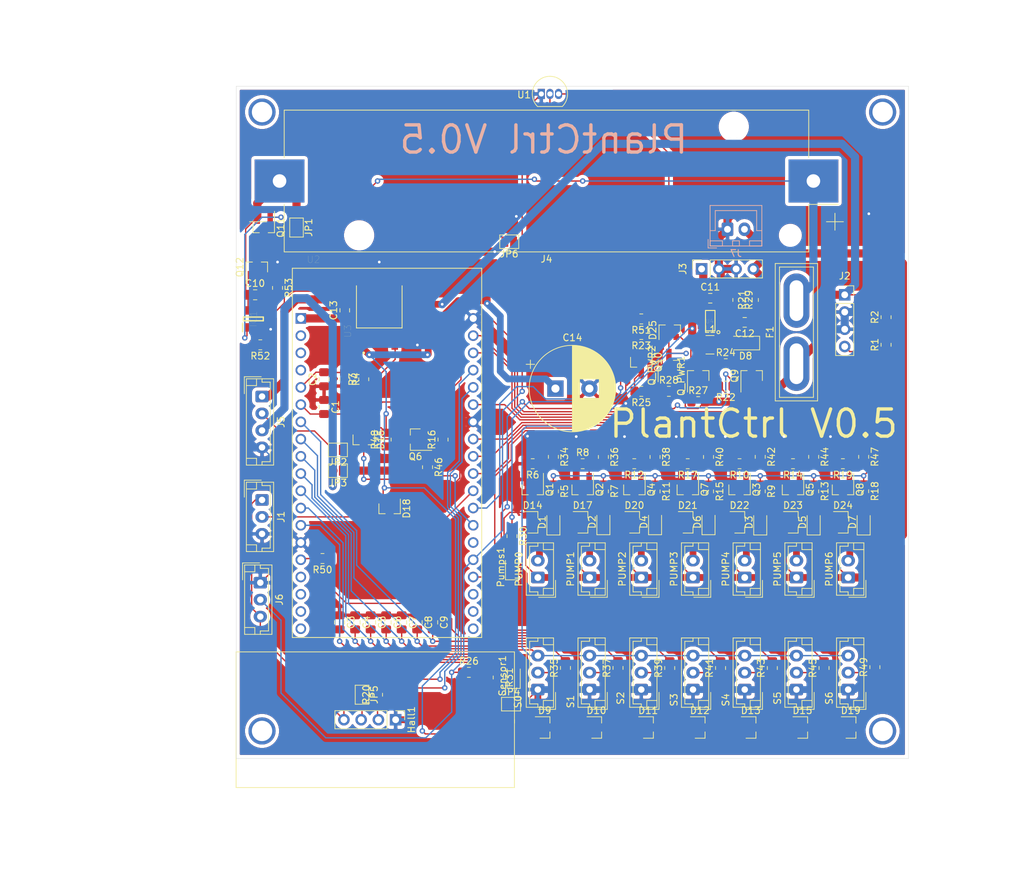
<source format=kicad_pcb>
(kicad_pcb (version 20171130) (host pcbnew 5.1.5+dfsg1-2build2)
  (layers (0 F.Cu signal) (31 B.Cu signal) (34 B.Paste user) (35 F.Paste user) (36 B.SilkS user) (37 F.SilkS user) (38 B.Mask user) (39 F.Mask user) (44 Edge.Cuts user))
  (net 0 "")
  (net 1 PLANT1_PUMP)
  (net 2 PLANT2_PUMP)
  (net 3 PLANT3_PUMP)
  (net 4 PLANT4_PUMP)
  (net 5 PLANT5_PUMP)
  (net 6 PLANT6_PUMP)
  (net 7 GND)
  (net 8 PLANT6_MOIST)
  (net 9 PLANT5_MOIST)
  (net 10 PLANT4_MOIST)
  (net 11 PLANT3_MOIST)
  (net 12 PLANT2_MOIST)
  (net 13 PLANT1_MOIST)
  (net 14 PLANT_CTRL_PUMP_0)
  (net 15 LIPO+)
  (net 16 SOLAR_IN)
  (net 17 PUMP_PWR)
  (net 18 PWR_PUMP_CONVERTER)
  (net 19 "Net-(J5-Pad3)")
  (net 20 3_3V)
  (net 21 Temp)
  (net 22 PLANT0_PUMP)
  (net 23 CUSTOM_GPIO)
  (net 24 PWR_SENSORS)
  (net 25 PLANT0_MOIST)
  (net 26 "Net-(C1-Pad2)")
  (net 27 "Net-(C2-Pad2)")
  (net 28 "Net-(R35-Pad1)")
  (net 29 PLANT_CTRL_PUMP_1)
  (net 30 "Net-(R37-Pad1)")
  (net 31 PLANT_CTRL_PUMP_2)
  (net 32 "Net-(R39-Pad1)")
  (net 33 PLANT_CTRL_PUMP_3)
  (net 34 "Net-(R41-Pad1)")
  (net 35 PLANT_CTRL_PUMP_4)
  (net 36 "Net-(R43-Pad1)")
  (net 37 PLANT_CTRL_PUMP_5)
  (net 38 "Net-(R45-Pad1)")
  (net 39 PLANT_CTRL_PUMP_6)
  (net 40 "Net-(R49-Pad1)")
  (net 41 PUMP_ENABLE)
  (net 42 SENSORS_ENABLE)
  (net 43 GND_BATT)
  (net 44 "Net-(C10-Pad2)")
  (net 45 VCC_BATT)
  (net 46 LIPO_OD)
  (net 47 LIPO_OC)
  (net 48 "Net-(Q11-Pad3)")
  (net 49 "Net-(D8-Pad2)")
  (net 50 "Net-(D18-Pad3)")
  (net 51 "Net-(Hall1-Pad3)")
  (net 52 "Net-(Hall1-Pad2)")
  (net 53 "Net-(IC1-Pad2)")
  (net 54 "Net-(JP3-Pad1)")
  (net 55 "Net-(JP4-Pad1)")
  (net 56 "Net-(JP5-Pad1)")
  (net 57 "Net-(R20-Pad2)")
  (net 58 "Net-(R21-Pad2)")
  (net 59 "Net-(D1-Pad2)")
  (net 60 "Net-(D2-Pad2)")
  (net 61 "Net-(D3-Pad2)")
  (net 62 "Net-(D4-Pad2)")
  (net 63 "Net-(D5-Pad2)")
  (net 64 "Net-(D6-Pad2)")
  (net 65 "Net-(D7-Pad2)")
  (net 66 "Net-(Pumps1-Pad2)")
  (net 67 "Net-(Q1-Pad1)")
  (net 68 "Net-(Q2-Pad1)")
  (net 69 "Net-(Q3-Pad1)")
  (net 70 "Net-(Q4-Pad1)")
  (net 71 "Net-(Q5-Pad1)")
  (net 72 "Net-(Q6-Pad1)")
  (net 73 "Net-(Q7-Pad1)")
  (net 74 "Net-(Q8-Pad1)")
  (net 75 "Net-(Q9-Pad3)")
  (net 76 "Net-(Q9-Pad1)")
  (net 77 "Net-(Q10-Pad3)")
  (net 78 "Net-(Q10-Pad1)")
  (net 79 "Net-(Q_PWR1-Pad1)")
  (net 80 "Net-(Q_PWR2-Pad1)")
  (net 81 "Net-(R31-Pad1)")
  (net 82 "Net-(J5-Pad2)")
  (module ESP32:MODULE_ESP32-DEVKITC-32D (layer F.Cu) (at 192.405 94.615)
    (fp_text reference U2 (at -10.829175 -28.446045) (layer F.SilkS) (effects (font (size 1.000386 1.000386) (thickness 0.015))))
    (fp_text value ESP32-DEVKITC-32D)
    (pad 38 thru_hole circle (at 12.7 25.96) (size 1.56 1.56) (drill 1.04) (layers *.Cu *.Mask))
    (pad 37 thru_hole circle (at 12.7 23.42) (size 1.56 1.56) (drill 1.04) (layers *.Cu *.Mask))
    (pad 36 thru_hole circle (at 12.7 20.88) (size 1.56 1.56) (drill 1.04) (layers *.Cu *.Mask))
    (pad 35 thru_hole circle (at 12.7 18.34) (size 1.56 1.56) (drill 1.04) (layers *.Cu *.Mask) (net 14 PLANT_CTRL_PUMP_0))
    (pad 34 thru_hole circle (at 12.7 15.8) (size 1.56 1.56) (drill 1.04) (layers *.Cu *.Mask) (net 21 Temp))
    (pad 33 thru_hole circle (at 12.7 13.26) (size 1.56 1.56) (drill 1.04) (layers *.Cu *.Mask))
    (pad 32 thru_hole circle (at 12.7 10.72) (size 1.56 1.56) (drill 1.04) (layers *.Cu *.Mask) (net 23 CUSTOM_GPIO))
    (pad 31 thru_hole circle (at 12.7 8.18) (size 1.56 1.56) (drill 1.04) (layers *.Cu *.Mask) (net 42 SENSORS_ENABLE))
    (pad 30 thru_hole circle (at 12.7 5.64) (size 1.56 1.56) (drill 1.04) (layers *.Cu *.Mask) (net 50 "Net-(D18-Pad3)"))
    (pad 29 thru_hole circle (at 12.7 3.1) (size 1.56 1.56) (drill 1.04) (layers *.Cu *.Mask) (net 29 PLANT_CTRL_PUMP_1))
    (pad 28 thru_hole circle (at 12.7 0.56) (size 1.56 1.56) (drill 1.04) (layers *.Cu *.Mask) (net 31 PLANT_CTRL_PUMP_2))
    (pad 27 thru_hole circle (at 12.7 -1.98) (size 1.56 1.56) (drill 1.04) (layers *.Cu *.Mask) (net 33 PLANT_CTRL_PUMP_3))
    (pad 26 thru_hole circle (at 12.7 -4.52) (size 1.56 1.56) (drill 1.04) (layers *.Cu *.Mask) (net 7 GND))
    (pad 25 thru_hole circle (at 12.7 -7.06) (size 1.56 1.56) (drill 1.04) (layers *.Cu *.Mask) (net 35 PLANT_CTRL_PUMP_4))
    (pad 24 thru_hole circle (at 12.7 -9.6) (size 1.56 1.56) (drill 1.04) (layers *.Cu *.Mask) (net 57 "Net-(R20-Pad2)"))
    (pad 23 thru_hole circle (at 12.7 -12.14) (size 1.56 1.56) (drill 1.04) (layers *.Cu *.Mask) (net 56 "Net-(JP5-Pad1)"))
    (pad 22 thru_hole circle (at 12.7 -14.68) (size 1.56 1.56) (drill 1.04) (layers *.Cu *.Mask) (net 37 PLANT_CTRL_PUMP_5))
    (pad 21 thru_hole circle (at 12.7 -17.22) (size 1.56 1.56) (drill 1.04) (layers *.Cu *.Mask) (net 39 PLANT_CTRL_PUMP_6))
    (pad 20 thru_hole circle (at 12.7 -19.76) (size 1.56 1.56) (drill 1.04) (layers *.Cu *.Mask) (net 7 GND))
    (pad 18 thru_hole circle (at -12.7 23.42) (size 1.56 1.56) (drill 1.04) (layers *.Cu *.Mask))
    (pad 17 thru_hole circle (at -12.7 20.88) (size 1.56 1.56) (drill 1.04) (layers *.Cu *.Mask))
    (pad 16 thru_hole circle (at -12.7 18.34) (size 1.56 1.56) (drill 1.04) (layers *.Cu *.Mask))
    (pad 15 thru_hole circle (at -12.7 15.8) (size 1.56 1.56) (drill 1.04) (layers *.Cu *.Mask) (net 41 PUMP_ENABLE))
    (pad 14 thru_hole circle (at -12.7 13.26) (size 1.56 1.56) (drill 1.04) (layers *.Cu *.Mask) (net 7 GND))
    (pad 13 thru_hole circle (at -12.7 10.72) (size 1.56 1.56) (drill 1.04) (layers *.Cu *.Mask) (net 25 PLANT0_MOIST))
    (pad 12 thru_hole circle (at -12.7 8.18) (size 1.56 1.56) (drill 1.04) (layers *.Cu *.Mask) (net 13 PLANT1_MOIST))
    (pad 11 thru_hole circle (at -12.7 5.64) (size 1.56 1.56) (drill 1.04) (layers *.Cu *.Mask) (net 12 PLANT2_MOIST))
    (pad 10 thru_hole circle (at -12.7 3.1) (size 1.56 1.56) (drill 1.04) (layers *.Cu *.Mask) (net 11 PLANT3_MOIST))
    (pad 9 thru_hole circle (at -12.7 0.56) (size 1.56 1.56) (drill 1.04) (layers *.Cu *.Mask) (net 10 PLANT4_MOIST))
    (pad 8 thru_hole circle (at -12.7 -1.98) (size 1.56 1.56) (drill 1.04) (layers *.Cu *.Mask) (net 9 PLANT5_MOIST))
    (pad 7 thru_hole circle (at -12.7 -4.52) (size 1.56 1.56) (drill 1.04) (layers *.Cu *.Mask) (net 8 PLANT6_MOIST))
    (pad 6 thru_hole circle (at -12.7 -7.06) (size 1.56 1.56) (drill 1.04) (layers *.Cu *.Mask) (net 26 "Net-(C1-Pad2)"))
    (pad 5 thru_hole circle (at -12.7 -9.6) (size 1.56 1.56) (drill 1.04) (layers *.Cu *.Mask) (net 27 "Net-(C2-Pad2)"))
    (pad 4 thru_hole circle (at -12.7 -12.14) (size 1.56 1.56) (drill 1.04) (layers *.Cu *.Mask))
    (pad 3 thru_hole circle (at -12.7 -14.68) (size 1.56 1.56) (drill 1.04) (layers *.Cu *.Mask))
    (pad 19 thru_hole circle (at -12.7 25.96) (size 1.56 1.56) (drill 1.04) (layers *.Cu *.Mask))
    (pad 2 thru_hole circle (at -12.7 -17.22) (size 1.56 1.56) (drill 1.04) (layers *.Cu *.Mask))
    (pad 1 thru_hole rect (at -12.7 -19.76) (size 1.56 1.56) (drill 1.04) (layers *.Cu *.Mask) (net 20 3_3V))
  )
  (module LED_SMD:LED_0805_2012Metric_Pad1.15x1.40mm_HandSolder (layer F.Cu) (at 211.074 127.508 90)
    (fp_text reference Sensor1 (at 0 -1.65 90) (layer F.SilkS))
    (fp_text value LED_green)
    (pad 2 smd roundrect (at 1.025 0 90) (size 1.15 1.4) (layers F.Cu F.Paste F.Mask) (roundrect_rratio 0.217391) (net 81 "Net-(R31-Pad1)"))
    (pad 1 smd roundrect (at -1.025 0 90) (size 1.15 1.4) (layers F.Cu F.Paste F.Mask) (roundrect_rratio 0.217391) (net 55 "Net-(JP4-Pad1)"))
  )
  (module LED_SMD:LED_0805_2012Metric_Pad1.15x1.40mm_HandSolder (layer F.Cu) (at 210.82 111.506 90)
    (fp_text reference Pumps1 (at 0 -1.65 90) (layer F.SilkS))
    (fp_text value LED_red)
    (pad 2 smd roundrect (at 1.025 0 90) (size 1.15 1.4) (layers F.Cu F.Paste F.Mask) (roundrect_rratio 0.217391) (net 66 "Net-(Pumps1-Pad2)"))
    (pad 1 smd roundrect (at -1.025 0 90) (size 1.15 1.4) (layers F.Cu F.Paste F.Mask) (roundrect_rratio 0.217391) (net 7 GND))
  )
  (module LED_SMD:LED_0805_2012Metric_Pad1.15x1.40mm_HandSolder (layer F.Cu) (at 262.636 104.902 90)
    (fp_text reference D7 (at 0 -1.65 90) (layer F.SilkS))
    (fp_text value LED_Blue)
    (pad 2 smd roundrect (at 1.025 0 90) (size 1.15 1.4) (layers F.Cu F.Paste F.Mask) (roundrect_rratio 0.217391) (net 65 "Net-(D7-Pad2)"))
    (pad 1 smd roundrect (at -1.025 0 90) (size 1.15 1.4) (layers F.Cu F.Paste F.Mask) (roundrect_rratio 0.217391) (net 6 PLANT6_PUMP))
  )
  (module LED_SMD:LED_0805_2012Metric_Pad1.15x1.40mm_HandSolder (layer F.Cu) (at 239.776 104.8655 90)
    (fp_text reference D6 (at 0 -1.65 90) (layer F.SilkS))
    (fp_text value LED)
    (pad 2 smd roundrect (at 1.025 0 90) (size 1.15 1.4) (layers F.Cu F.Paste F.Mask) (roundrect_rratio 0.217391) (net 64 "Net-(D6-Pad2)"))
    (pad 1 smd roundrect (at -1.025 0 90) (size 1.15 1.4) (layers F.Cu F.Paste F.Mask) (roundrect_rratio 0.217391) (net 3 PLANT3_PUMP))
  )
  (module LED_SMD:LED_0805_2012Metric_Pad1.15x1.40mm_HandSolder (layer F.Cu) (at 255.27 104.902 90)
    (fp_text reference D5 (at 0 -1.65 90) (layer F.SilkS))
    (fp_text value LED)
    (pad 2 smd roundrect (at 1.025 0 90) (size 1.15 1.4) (layers F.Cu F.Paste F.Mask) (roundrect_rratio 0.217391) (net 63 "Net-(D5-Pad2)"))
    (pad 1 smd roundrect (at -1.025 0 90) (size 1.15 1.4) (layers F.Cu F.Paste F.Mask) (roundrect_rratio 0.217391) (net 5 PLANT5_PUMP))
  )
  (module LED_SMD:LED_0805_2012Metric_Pad1.15x1.40mm_HandSolder (layer F.Cu) (at 231.902 104.8655 90)
    (fp_text reference D4 (at 0 -1.65 90) (layer F.SilkS))
    (fp_text value LED_Blue)
    (pad 2 smd roundrect (at 1.025 0 90) (size 1.15 1.4) (layers F.Cu F.Paste F.Mask) (roundrect_rratio 0.217391) (net 62 "Net-(D4-Pad2)"))
    (pad 1 smd roundrect (at -1.025 0 90) (size 1.15 1.4) (layers F.Cu F.Paste F.Mask) (roundrect_rratio 0.217391) (net 2 PLANT2_PUMP))
  )
  (module LED_SMD:LED_0805_2012Metric_Pad1.15x1.40mm_HandSolder (layer F.Cu) (at 247.396 104.902 90)
    (fp_text reference D3 (at 0 -1.65 90) (layer F.SilkS))
    (fp_text value LED_Blue)
    (pad 2 smd roundrect (at 1.025 0 90) (size 1.15 1.4) (layers F.Cu F.Paste F.Mask) (roundrect_rratio 0.217391) (net 61 "Net-(D3-Pad2)"))
    (pad 1 smd roundrect (at -1.025 0 90) (size 1.15 1.4) (layers F.Cu F.Paste F.Mask) (roundrect_rratio 0.217391) (net 4 PLANT4_PUMP))
  )
  (module LED_SMD:LED_0805_2012Metric_Pad1.15x1.40mm_HandSolder (layer F.Cu) (at 224.282 104.8655 90)
    (fp_text reference D2 (at 0 -1.65 90) (layer F.SilkS))
    (fp_text value LED)
    (pad 2 smd roundrect (at 1.025 0 90) (size 1.15 1.4) (layers F.Cu F.Paste F.Mask) (roundrect_rratio 0.217391) (net 60 "Net-(D2-Pad2)"))
    (pad 1 smd roundrect (at -1.025 0 90) (size 1.15 1.4) (layers F.Cu F.Paste F.Mask) (roundrect_rratio 0.217391) (net 1 PLANT1_PUMP))
  )
  (module LED_SMD:LED_0805_2012Metric_Pad1.15x1.40mm_HandSolder (layer F.Cu) (at 216.916 104.902 90)
    (fp_text reference D1 (at 0 -1.65 90) (layer F.SilkS))
    (fp_text value LED_Blue)
    (pad 2 smd roundrect (at 1.025 0 90) (size 1.15 1.4) (layers F.Cu F.Paste F.Mask) (roundrect_rratio 0.217391) (net 59 "Net-(D1-Pad2)"))
    (pad 1 smd roundrect (at -1.025 0 90) (size 1.15 1.4) (layers F.Cu F.Paste F.Mask) (roundrect_rratio 0.217391) (net 22 PLANT0_PUMP))
  )
  (module Capacitor_SMD:C_0805_2012Metric_Pad1.15x1.40mm_HandSolder (layer F.Cu) (at 186.182 73.66 90)
    (fp_text reference C13 (at 0 -1.65 90) (layer F.SilkS))
    (fp_text value 22uf)
    (pad 2 smd roundrect (at 1.025 0 90) (size 1.15 1.4) (layers F.Cu F.Paste F.Mask) (roundrect_rratio 0.217391) (net 7 GND))
    (pad 1 smd roundrect (at -1.025 0 90) (size 1.15 1.4) (layers F.Cu F.Paste F.Mask) (roundrect_rratio 0.217391) (net 20 3_3V))
  )
  (module Capacitor_SMD:C_0805_2012Metric_Pad1.15x1.40mm_HandSolder (layer F.Cu) (at 245.11 75.438 180)
    (fp_text reference C12 (at 0 -1.65) (layer F.SilkS))
    (fp_text value 22uf)
    (pad 2 smd roundrect (at 1.025 0 180) (size 1.15 1.4) (layers F.Cu F.Paste F.Mask) (roundrect_rratio 0.217391) (net 7 GND))
    (pad 1 smd roundrect (at -1.025 0 180) (size 1.15 1.4) (layers F.Cu F.Paste F.Mask) (roundrect_rratio 0.217391) (net 17 PUMP_PWR))
  )
  (module Capacitor_SMD:C_0805_2012Metric_Pad1.15x1.40mm_HandSolder (layer F.Cu) (at 240.03 71.882)
    (fp_text reference C11 (at 0 -1.65) (layer F.SilkS))
    (fp_text value 22uf)
    (pad 2 smd roundrect (at 1.025 0) (size 1.15 1.4) (layers F.Cu F.Paste F.Mask) (roundrect_rratio 0.217391) (net 7 GND))
    (pad 1 smd roundrect (at -1.025 0) (size 1.15 1.4) (layers F.Cu F.Paste F.Mask) (roundrect_rratio 0.217391) (net 18 PWR_PUMP_CONVERTER))
  )
  (module Package_TO_SOT_SMD:SOT-23 (layer F.Cu) (at 234.061 76.581 90)
    (fp_text reference D25 (at 0 -2.5 90) (layer F.SilkS))
    (fp_text value BAS40-04)
    (pad 3 smd rect (at 1 0 90) (size 0.9 0.8) (layers F.Cu F.Paste F.Mask) (net 24 PWR_SENSORS))
    (pad 2 smd rect (at -1 0.95 90) (size 0.9 0.8) (layers F.Cu F.Paste F.Mask) (net 15 LIPO+))
    (pad 1 smd rect (at -1 -0.95 90) (size 0.9 0.8) (layers F.Cu F.Paste F.Mask) (net 7 GND))
  )
  (module Jumper:SolderJumper-2_P1.3mm_Bridged_Pad1.0x1.5mm (layer F.Cu) (at 210.678 131.684)
    (fp_text reference JP4 (at 0 -1.8) (layer F.SilkS))
    (fp_text value SolderJumper_2_Open)
    (fp_poly (pts (xy -0.25 -0.3) (xy 0.25 -0.3) (xy 0.25 0.3) (xy -0.25 0.3)) (layer F.Cu) (width 0))
    (pad 2 smd rect (at 0.65 0) (size 1 1.5) (layers F.Cu F.Mask) (net 7 GND))
    (pad 1 smd rect (at -0.65 0) (size 1 1.5) (layers F.Cu F.Mask) (net 55 "Net-(JP4-Pad1)"))
  )
  (module Capacitor_SMD:C_0805_2012Metric_Pad1.18x1.45mm_HandSolder (layer F.Cu) (at 183.134 87.9055 270)
    (fp_text reference C1 (at 0 -1.68 90) (layer F.SilkS))
    (fp_text value 1u)
    (pad 2 smd roundrect (at 1.0375 0 270) (size 1.175 1.45) (layers F.Cu F.Paste F.Mask) (roundrect_rratio 0.212766) (net 26 "Net-(C1-Pad2)"))
    (pad 1 smd roundrect (at -1.0375 0 270) (size 1.175 1.45) (layers F.Cu F.Paste F.Mask) (roundrect_rratio 0.212766) (net 7 GND))
  )
  (module Connector_PinSocket_2.54mm:PinSocket_1x04_P2.54mm_Vertical (layer F.Cu) (at 259.842 71.374)
    (fp_text reference J2 (at 0 -2.77) (layer F.SilkS))
    (fp_text value Conn_01x04)
    (pad 4 thru_hole oval (at 0 7.62) (size 1.7 1.7) (drill 1) (layers *.Cu *.Mask) (net 16 SOLAR_IN))
    (pad 3 thru_hole oval (at 0 5.08) (size 1.7 1.7) (drill 1) (layers *.Cu *.Mask) (net 7 GND))
    (pad 2 thru_hole oval (at 0 2.54) (size 1.7 1.7) (drill 1) (layers *.Cu *.Mask) (net 7 GND))
    (pad 1 thru_hole rect (at 0 0) (size 1.7 1.7) (drill 1) (layers *.Cu *.Mask) (net 15 LIPO+))
  )
  (module ESP32:SR04M-2PinHeader_1x04_P2.54mm_Vertical (layer F.Cu) (at 193.675 133.985 270)
    (fp_text reference Hall1 (at 0 -2.33 90) (layer F.SilkS))
    (fp_text value Conn_01x04)
    (pad 4 thru_hole oval (at 0 7.62 270) (size 1.7 1.7) (drill 1) (layers *.Cu *.Mask) (net 24 PWR_SENSORS))
    (pad 3 thru_hole oval (at 0 5.08 270) (size 1.7 1.7) (drill 1) (layers *.Cu *.Mask) (net 51 "Net-(Hall1-Pad3)"))
    (pad 2 thru_hole oval (at 0 2.54 270) (size 1.7 1.7) (drill 1) (layers *.Cu *.Mask) (net 52 "Net-(Hall1-Pad2)"))
    (pad 1 thru_hole rect (at 0 0 270) (size 1.7 1.7) (drill 1) (layers *.Cu *.Mask) (net 7 GND))
  )
  (module ESP32:DPAK457P991X255-3N (layer F.Cu) (at 191.262 73.914 90)
    (fp_text reference U3 (at -2.825 -4.635 90) (layer F.SilkS) (effects (font (thickness 0.015))))
    (fp_text value LP38690DT-3.3)
    (pad 4 smd rect (at 2.32 0 90) (size 6.49 5.63) (layers F.Cu F.Mask) (net 7 GND))
    (pad 3 smd rect (at -4.45 2.285 90) (size 2.22 0.96) (layers F.Cu F.Paste F.Mask) (net 15 LIPO+))
    (pad 1 smd rect (at -4.45 -2.285 90) (size 2.22 0.96) (layers F.Cu F.Paste F.Mask) (net 20 3_3V))
  )
  (module Resistor_SMD:R_0805_2012Metric_Pad1.20x1.40mm_HandSolder (layer F.Cu) (at 229.87 74.93 180)
    (fp_text reference R51 (at 0 -1.65) (layer F.SilkS))
    (fp_text value 1k)
    (pad 2 smd roundrect (at 1 0 180) (size 1.2 1.4) (layers F.Cu F.Paste F.Mask) (roundrect_rratio 0.208333) (net 42 SENSORS_ENABLE))
    (pad 1 smd roundrect (at -1 0 180) (size 1.2 1.4) (layers F.Cu F.Paste F.Mask) (roundrect_rratio 0.208333) (net 78 "Net-(Q10-Pad1)"))
  )
  (module Resistor_SMD:R_0805_2012Metric_Pad1.20x1.40mm_HandSolder (layer F.Cu) (at 182.896 110.236 180)
    (fp_text reference R50 (at 0 -1.65) (layer F.SilkS))
    (fp_text value 1k)
    (pad 2 smd roundrect (at 1 0 180) (size 1.2 1.4) (layers F.Cu F.Paste F.Mask) (roundrect_rratio 0.208333) (net 41 PUMP_ENABLE))
    (pad 1 smd roundrect (at -1 0 180) (size 1.2 1.4) (layers F.Cu F.Paste F.Mask) (roundrect_rratio 0.208333) (net 76 "Net-(Q9-Pad1)"))
  )
  (module Resistor_SMD:R_0805_2012Metric_Pad1.20x1.40mm_HandSolder (layer F.Cu) (at 264.287 126.238 90)
    (fp_text reference R49 (at 0 -1.65 90) (layer F.SilkS))
    (fp_text value 1k)
    (pad 2 smd roundrect (at 1 0 90) (size 1.2 1.4) (layers F.Cu F.Paste F.Mask) (roundrect_rratio 0.208333) (net 8 PLANT6_MOIST))
    (pad 1 smd roundrect (at -1 0 90) (size 1.2 1.4) (layers F.Cu F.Paste F.Mask) (roundrect_rratio 0.208333) (net 40 "Net-(R49-Pad1)"))
  )
  (module Resistor_SMD:R_0805_2012Metric_Pad1.20x1.40mm_HandSolder (layer F.Cu) (at 192.278 92.71 90)
    (fp_text reference R48 (at 0 -1.65 90) (layer F.SilkS))
    (fp_text value 10k)
    (pad 2 smd roundrect (at 1 0 90) (size 1.2 1.4) (layers F.Cu F.Paste F.Mask) (roundrect_rratio 0.208333) (net 20 3_3V))
    (pad 1 smd roundrect (at -1 0 90) (size 1.2 1.4) (layers F.Cu F.Paste F.Mask) (roundrect_rratio 0.208333) (net 54 "Net-(JP3-Pad1)"))
  )
  (module Resistor_SMD:R_0805_2012Metric_Pad1.20x1.40mm_HandSolder (layer F.Cu) (at 262.636 95.25 270)
    (fp_text reference R47 (at 0 -1.65 90) (layer F.SilkS))
    (fp_text value 1k)
    (pad 2 smd roundrect (at 1 0 270) (size 1.2 1.4) (layers F.Cu F.Paste F.Mask) (roundrect_rratio 0.208333) (net 74 "Net-(Q8-Pad1)"))
    (pad 1 smd roundrect (at -1 0 270) (size 1.2 1.4) (layers F.Cu F.Paste F.Mask) (roundrect_rratio 0.208333) (net 39 PLANT_CTRL_PUMP_6))
  )
  (module Resistor_SMD:R_0805_2012Metric_Pad1.20x1.40mm_HandSolder (layer F.Cu) (at 198.374 96.774 270)
    (fp_text reference R46 (at 0 -1.65 90) (layer F.SilkS))
    (fp_text value 1k)
    (pad 2 smd roundrect (at 1 0 270) (size 1.2 1.4) (layers F.Cu F.Paste F.Mask) (roundrect_rratio 0.208333) (net 23 CUSTOM_GPIO))
    (pad 1 smd roundrect (at -1 0 270) (size 1.2 1.4) (layers F.Cu F.Paste F.Mask) (roundrect_rratio 0.208333) (net 72 "Net-(Q6-Pad1)"))
  )
  (module Resistor_SMD:R_0805_2012Metric_Pad1.20x1.40mm_HandSolder (layer F.Cu) (at 256.794 126.365 90)
    (fp_text reference R45 (at 0 -1.65 90) (layer F.SilkS))
    (fp_text value 1k)
    (pad 2 smd roundrect (at 1 0 90) (size 1.2 1.4) (layers F.Cu F.Paste F.Mask) (roundrect_rratio 0.208333) (net 9 PLANT5_MOIST))
    (pad 1 smd roundrect (at -1 0 90) (size 1.2 1.4) (layers F.Cu F.Paste F.Mask) (roundrect_rratio 0.208333) (net 38 "Net-(R45-Pad1)"))
  )
  (module Resistor_SMD:R_0805_2012Metric_Pad1.20x1.40mm_HandSolder (layer F.Cu) (at 255.27 95.25 270)
    (fp_text reference R44 (at 0 -1.65 90) (layer F.SilkS))
    (fp_text value 1k)
    (pad 2 smd roundrect (at 1 0 270) (size 1.2 1.4) (layers F.Cu F.Paste F.Mask) (roundrect_rratio 0.208333) (net 71 "Net-(Q5-Pad1)"))
    (pad 1 smd roundrect (at -1 0 270) (size 1.2 1.4) (layers F.Cu F.Paste F.Mask) (roundrect_rratio 0.208333) (net 37 PLANT_CTRL_PUMP_5))
  )
  (module Resistor_SMD:R_0805_2012Metric_Pad1.20x1.40mm_HandSolder (layer F.Cu) (at 249.174 126.365 90)
    (fp_text reference R43 (at 0 -1.65 90) (layer F.SilkS))
    (fp_text value 1k)
    (pad 2 smd roundrect (at 1 0 90) (size 1.2 1.4) (layers F.Cu F.Paste F.Mask) (roundrect_rratio 0.208333) (net 10 PLANT4_MOIST))
    (pad 1 smd roundrect (at -1 0 90) (size 1.2 1.4) (layers F.Cu F.Paste F.Mask) (roundrect_rratio 0.208333) (net 36 "Net-(R43-Pad1)"))
  )
  (module Resistor_SMD:R_0805_2012Metric_Pad1.20x1.40mm_HandSolder (layer F.Cu) (at 247.396 95.25 270)
    (fp_text reference R42 (at 0 -1.65 90) (layer F.SilkS))
    (fp_text value 1k)
    (pad 2 smd roundrect (at 1 0 270) (size 1.2 1.4) (layers F.Cu F.Paste F.Mask) (roundrect_rratio 0.208333) (net 69 "Net-(Q3-Pad1)"))
    (pad 1 smd roundrect (at -1 0 270) (size 1.2 1.4) (layers F.Cu F.Paste F.Mask) (roundrect_rratio 0.208333) (net 35 PLANT_CTRL_PUMP_4))
  )
  (module Resistor_SMD:R_0805_2012Metric_Pad1.20x1.40mm_HandSolder (layer F.Cu) (at 241.554 126.365 90)
    (fp_text reference R41 (at 0 -1.65 90) (layer F.SilkS))
    (fp_text value 1k)
    (pad 2 smd roundrect (at 1 0 90) (size 1.2 1.4) (layers F.Cu F.Paste F.Mask) (roundrect_rratio 0.208333) (net 11 PLANT3_MOIST))
    (pad 1 smd roundrect (at -1 0 90) (size 1.2 1.4) (layers F.Cu F.Paste F.Mask) (roundrect_rratio 0.208333) (net 34 "Net-(R41-Pad1)"))
  )
  (module Resistor_SMD:R_0805_2012Metric_Pad1.20x1.40mm_HandSolder (layer F.Cu) (at 239.776 95.266 270)
    (fp_text reference R40 (at 0 -1.65 90) (layer F.SilkS))
    (fp_text value 1k)
    (pad 2 smd roundrect (at 1 0 270) (size 1.2 1.4) (layers F.Cu F.Paste F.Mask) (roundrect_rratio 0.208333) (net 73 "Net-(Q7-Pad1)"))
    (pad 1 smd roundrect (at -1 0 270) (size 1.2 1.4) (layers F.Cu F.Paste F.Mask) (roundrect_rratio 0.208333) (net 33 PLANT_CTRL_PUMP_3))
  )
  (module Resistor_SMD:R_0805_2012Metric_Pad1.20x1.40mm_HandSolder (layer F.Cu) (at 234.061 126.365 90)
    (fp_text reference R39 (at 0 -1.65 90) (layer F.SilkS))
    (fp_text value 1k)
    (pad 2 smd roundrect (at 1 0 90) (size 1.2 1.4) (layers F.Cu F.Paste F.Mask) (roundrect_rratio 0.208333) (net 12 PLANT2_MOIST))
    (pad 1 smd roundrect (at -1 0 90) (size 1.2 1.4) (layers F.Cu F.Paste F.Mask) (roundrect_rratio 0.208333) (net 32 "Net-(R39-Pad1)"))
  )
  (module Resistor_SMD:R_0805_2012Metric_Pad1.20x1.40mm_HandSolder (layer F.Cu) (at 231.902 95.266 270)
    (fp_text reference R38 (at 0 -1.65 90) (layer F.SilkS))
    (fp_text value 1k)
    (pad 2 smd roundrect (at 1 0 270) (size 1.2 1.4) (layers F.Cu F.Paste F.Mask) (roundrect_rratio 0.208333) (net 70 "Net-(Q4-Pad1)"))
    (pad 1 smd roundrect (at -1 0 270) (size 1.2 1.4) (layers F.Cu F.Paste F.Mask) (roundrect_rratio 0.208333) (net 31 PLANT_CTRL_PUMP_2))
  )
  (module Resistor_SMD:R_0805_2012Metric_Pad1.20x1.40mm_HandSolder (layer F.Cu) (at 226.441 126.349 90)
    (fp_text reference R37 (at 0 -1.65 90) (layer F.SilkS))
    (fp_text value 10k)
    (pad 2 smd roundrect (at 1 0 90) (size 1.2 1.4) (layers F.Cu F.Paste F.Mask) (roundrect_rratio 0.208333) (net 13 PLANT1_MOIST))
    (pad 1 smd roundrect (at -1 0 90) (size 1.2 1.4) (layers F.Cu F.Paste F.Mask) (roundrect_rratio 0.208333) (net 30 "Net-(R37-Pad1)"))
  )
  (module Resistor_SMD:R_0805_2012Metric_Pad1.20x1.40mm_HandSolder (layer F.Cu) (at 224.282 95.266 270)
    (fp_text reference R36 (at 0 -1.65 90) (layer F.SilkS))
    (fp_text value 1k)
    (pad 2 smd roundrect (at 1 0 270) (size 1.2 1.4) (layers F.Cu F.Paste F.Mask) (roundrect_rratio 0.208333) (net 68 "Net-(Q2-Pad1)"))
    (pad 1 smd roundrect (at -1 0 270) (size 1.2 1.4) (layers F.Cu F.Paste F.Mask) (roundrect_rratio 0.208333) (net 29 PLANT_CTRL_PUMP_1))
  )
  (module Resistor_SMD:R_0805_2012Metric_Pad1.20x1.40mm_HandSolder (layer F.Cu) (at 218.694 126.349 90)
    (fp_text reference R35 (at 0 -1.65 90) (layer F.SilkS))
    (fp_text value 10k)
    (pad 2 smd roundrect (at 1 0 90) (size 1.2 1.4) (layers F.Cu F.Paste F.Mask) (roundrect_rratio 0.208333) (net 25 PLANT0_MOIST))
    (pad 1 smd roundrect (at -1 0 90) (size 1.2 1.4) (layers F.Cu F.Paste F.Mask) (roundrect_rratio 0.208333) (net 28 "Net-(R35-Pad1)"))
  )
  (module Resistor_SMD:R_0805_2012Metric_Pad1.20x1.40mm_HandSolder (layer F.Cu) (at 216.916 95.25 270)
    (fp_text reference R34 (at 0 -1.65 90) (layer F.SilkS))
    (fp_text value 1k)
    (pad 2 smd roundrect (at 1 0 270) (size 1.2 1.4) (layers F.Cu F.Paste F.Mask) (roundrect_rratio 0.208333) (net 67 "Net-(Q1-Pad1)"))
    (pad 1 smd roundrect (at -1 0 270) (size 1.2 1.4) (layers F.Cu F.Paste F.Mask) (roundrect_rratio 0.208333) (net 14 PLANT_CTRL_PUMP_0))
  )
  (module Resistor_SMD:R_0805_2012Metric_Pad1.20x1.40mm_HandSolder (layer F.Cu) (at 208.788 127.762 270)
    (fp_text reference R31 (at 0 -1.65 90) (layer F.SilkS))
    (fp_text value 270)
    (pad 2 smd roundrect (at 1 0 270) (size 1.2 1.4) (layers F.Cu F.Paste F.Mask) (roundrect_rratio 0.208333) (net 24 PWR_SENSORS))
    (pad 1 smd roundrect (at -1 0 270) (size 1.2 1.4) (layers F.Cu F.Paste F.Mask) (roundrect_rratio 0.208333) (net 81 "Net-(R31-Pad1)"))
  )
  (module Resistor_SMD:R_0805_2012Metric_Pad1.20x1.40mm_HandSolder (layer F.Cu) (at 210.82 106.934 270)
    (fp_text reference R30 (at 0 -1.65 90) (layer F.SilkS))
    (fp_text value 270)
    (pad 2 smd roundrect (at 1 0 270) (size 1.2 1.4) (layers F.Cu F.Paste F.Mask) (roundrect_rratio 0.208333) (net 66 "Net-(Pumps1-Pad2)"))
    (pad 1 smd roundrect (at -1 0 270) (size 1.2 1.4) (layers F.Cu F.Paste F.Mask) (roundrect_rratio 0.208333) (net 18 PWR_PUMP_CONVERTER))
  )
  (module Resistor_SMD:R_0805_2012Metric_Pad1.20x1.40mm_HandSolder (layer F.Cu) (at 233.934 85.598)
    (fp_text reference R28 (at 0 -1.65) (layer F.SilkS))
    (fp_text value 10k)
    (pad 2 smd roundrect (at 1 0) (size 1.2 1.4) (layers F.Cu F.Paste F.Mask) (roundrect_rratio 0.208333) (net 15 LIPO+))
    (pad 1 smd roundrect (at -1 0) (size 1.2 1.4) (layers F.Cu F.Paste F.Mask) (roundrect_rratio 0.208333) (net 80 "Net-(Q_PWR2-Pad1)"))
  )
  (module Resistor_SMD:R_0805_2012Metric_Pad1.20x1.40mm_HandSolder (layer F.Cu) (at 238.252 87.122)
    (fp_text reference R27 (at 0 -1.65) (layer F.SilkS))
    (fp_text value 10k)
    (pad 2 smd roundrect (at 1 0) (size 1.2 1.4) (layers F.Cu F.Paste F.Mask) (roundrect_rratio 0.208333) (net 15 LIPO+))
    (pad 1 smd roundrect (at -1 0) (size 1.2 1.4) (layers F.Cu F.Paste F.Mask) (roundrect_rratio 0.208333) (net 79 "Net-(Q_PWR1-Pad1)"))
  )
  (module Resistor_SMD:R_0805_2012Metric_Pad1.20x1.40mm_HandSolder (layer F.Cu) (at 204.47 127)
    (fp_text reference R26 (at 0 -1.65) (layer F.SilkS))
    (fp_text value 4k7)
    (pad 2 smd roundrect (at 1 0) (size 1.2 1.4) (layers F.Cu F.Paste F.Mask) (roundrect_rratio 0.208333) (net 24 PWR_SENSORS))
    (pad 1 smd roundrect (at -1 0) (size 1.2 1.4) (layers F.Cu F.Paste F.Mask) (roundrect_rratio 0.208333) (net 21 Temp))
  )
  (module Resistor_SMD:R_0805_2012Metric_Pad1.20x1.40mm_HandSolder (layer F.Cu) (at 229.87 85.598 180)
    (fp_text reference R25 (at 0 -1.65) (layer F.SilkS))
    (fp_text value 10k)
    (pad 2 smd roundrect (at 1 0 180) (size 1.2 1.4) (layers F.Cu F.Paste F.Mask) (roundrect_rratio 0.208333) (net 77 "Net-(Q10-Pad3)"))
    (pad 1 smd roundrect (at -1 0 180) (size 1.2 1.4) (layers F.Cu F.Paste F.Mask) (roundrect_rratio 0.208333) (net 80 "Net-(Q_PWR2-Pad1)"))
  )
  (module Resistor_SMD:R_0805_2012Metric_Pad1.20x1.40mm_HandSolder (layer F.Cu) (at 242.316 81.534)
    (fp_text reference R24 (at 0 -1.65) (layer F.SilkS))
    (fp_text value 10k)
    (pad 2 smd roundrect (at 1 0) (size 1.2 1.4) (layers F.Cu F.Paste F.Mask) (roundrect_rratio 0.208333) (net 75 "Net-(Q9-Pad3)"))
    (pad 1 smd roundrect (at -1 0) (size 1.2 1.4) (layers F.Cu F.Paste F.Mask) (roundrect_rratio 0.208333) (net 79 "Net-(Q_PWR1-Pad1)"))
  )
  (module Resistor_SMD:R_0805_2012Metric_Pad1.20x1.40mm_HandSolder (layer F.Cu) (at 229.87 77.216 180)
    (fp_text reference R23 (at 0 -1.65) (layer F.SilkS))
    (fp_text value 10k)
    (pad 2 smd roundrect (at 1 0 180) (size 1.2 1.4) (layers F.Cu F.Paste F.Mask) (roundrect_rratio 0.208333) (net 7 GND))
    (pad 1 smd roundrect (at -1 0 180) (size 1.2 1.4) (layers F.Cu F.Paste F.Mask) (roundrect_rratio 0.208333) (net 78 "Net-(Q10-Pad1)"))
  )
  (module Resistor_SMD:R_0805_2012Metric_Pad1.20x1.40mm_HandSolder (layer F.Cu) (at 242.316 84.836 180)
    (fp_text reference R22 (at 0 -1.65) (layer F.SilkS))
    (fp_text value 10k)
    (pad 2 smd roundrect (at 1 0 180) (size 1.2 1.4) (layers F.Cu F.Paste F.Mask) (roundrect_rratio 0.208333) (net 7 GND))
    (pad 1 smd roundrect (at -1 0 180) (size 1.2 1.4) (layers F.Cu F.Paste F.Mask) (roundrect_rratio 0.208333) (net 76 "Net-(Q9-Pad1)"))
  )
  (module Resistor_SMD:R_0805_2012Metric_Pad1.20x1.40mm_HandSolder (layer F.Cu) (at 259.572 96.266 180)
    (fp_text reference R19 (at 0 -1.65) (layer F.SilkS))
    (fp_text value 10k)
    (pad 2 smd roundrect (at 1 0 180) (size 1.2 1.4) (layers F.Cu F.Paste F.Mask) (roundrect_rratio 0.208333) (net 7 GND))
    (pad 1 smd roundrect (at -1 0 180) (size 1.2 1.4) (layers F.Cu F.Paste F.Mask) (roundrect_rratio 0.208333) (net 74 "Net-(Q8-Pad1)"))
  )
  (module Resistor_SMD:R_0805_2012Metric_Pad1.20x1.40mm_HandSolder (layer F.Cu) (at 262.636 100.314 270)
    (fp_text reference R18 (at 0 -1.65 90) (layer F.SilkS))
    (fp_text value 270)
    (pad 2 smd roundrect (at 1 0 270) (size 1.2 1.4) (layers F.Cu F.Paste F.Mask) (roundrect_rratio 0.208333) (net 65 "Net-(D7-Pad2)"))
    (pad 1 smd roundrect (at -1 0 270) (size 1.2 1.4) (layers F.Cu F.Paste F.Mask) (roundrect_rratio 0.208333) (net 15 LIPO+))
  )
  (module Resistor_SMD:R_0805_2012Metric_Pad1.20x1.40mm_HandSolder (layer F.Cu) (at 236.712 96.266 180)
    (fp_text reference R17 (at 0 -1.65) (layer F.SilkS))
    (fp_text value 47k)
    (pad 2 smd roundrect (at 1 0 180) (size 1.2 1.4) (layers F.Cu F.Paste F.Mask) (roundrect_rratio 0.208333) (net 7 GND))
    (pad 1 smd roundrect (at -1 0 180) (size 1.2 1.4) (layers F.Cu F.Paste F.Mask) (roundrect_rratio 0.208333) (net 73 "Net-(Q7-Pad1)"))
  )
  (module Resistor_SMD:R_0805_2012Metric_Pad1.20x1.40mm_HandSolder (layer F.Cu) (at 200.66 92.71 90)
    (fp_text reference R16 (at 0 -1.65 90) (layer F.SilkS))
    (fp_text value 10k)
    (pad 2 smd roundrect (at 1 0 90) (size 1.2 1.4) (layers F.Cu F.Paste F.Mask) (roundrect_rratio 0.208333) (net 7 GND))
    (pad 1 smd roundrect (at -1 0 90) (size 1.2 1.4) (layers F.Cu F.Paste F.Mask) (roundrect_rratio 0.208333) (net 72 "Net-(Q6-Pad1)"))
  )
  (module Resistor_SMD:R_0805_2012Metric_Pad1.20x1.40mm_HandSolder (layer F.Cu) (at 239.776 100.346 270)
    (fp_text reference R15 (at 0 -1.65 90) (layer F.SilkS))
    (fp_text value 270)
    (pad 2 smd roundrect (at 1 0 270) (size 1.2 1.4) (layers F.Cu F.Paste F.Mask) (roundrect_rratio 0.208333) (net 64 "Net-(D6-Pad2)"))
    (pad 1 smd roundrect (at -1 0 270) (size 1.2 1.4) (layers F.Cu F.Paste F.Mask) (roundrect_rratio 0.208333) (net 15 LIPO+))
  )
  (module Resistor_SMD:R_0805_2012Metric_Pad1.20x1.40mm_HandSolder (layer F.Cu) (at 252.222 96.266 180)
    (fp_text reference R14 (at 0 -1.65) (layer F.SilkS))
    (fp_text value 10k)
    (pad 2 smd roundrect (at 1 0 180) (size 1.2 1.4) (layers F.Cu F.Paste F.Mask) (roundrect_rratio 0.208333) (net 7 GND))
    (pad 1 smd roundrect (at -1 0 180) (size 1.2 1.4) (layers F.Cu F.Paste F.Mask) (roundrect_rratio 0.208333) (net 71 "Net-(Q5-Pad1)"))
  )
  (module Resistor_SMD:R_0805_2012Metric_Pad1.20x1.40mm_HandSolder (layer F.Cu) (at 255.27 100.33 270)
    (fp_text reference R13 (at 0 -1.65 90) (layer F.SilkS))
    (fp_text value 270)
    (pad 2 smd roundrect (at 1 0 270) (size 1.2 1.4) (layers F.Cu F.Paste F.Mask) (roundrect_rratio 0.208333) (net 63 "Net-(D5-Pad2)"))
    (pad 1 smd roundrect (at -1 0 270) (size 1.2 1.4) (layers F.Cu F.Paste F.Mask) (roundrect_rratio 0.208333) (net 15 LIPO+))
  )
  (module Resistor_SMD:R_0805_2012Metric_Pad1.20x1.40mm_HandSolder (layer F.Cu) (at 228.838 96.266 180)
    (fp_text reference R12 (at 0 -1.65) (layer F.SilkS))
    (fp_text value 10k)
    (pad 2 smd roundrect (at 1 0 180) (size 1.2 1.4) (layers F.Cu F.Paste F.Mask) (roundrect_rratio 0.208333) (net 7 GND))
    (pad 1 smd roundrect (at -1 0 180) (size 1.2 1.4) (layers F.Cu F.Paste F.Mask) (roundrect_rratio 0.208333) (net 70 "Net-(Q4-Pad1)"))
  )
  (module Resistor_SMD:R_0805_2012Metric_Pad1.20x1.40mm_HandSolder (layer F.Cu) (at 231.902 100.346 270)
    (fp_text reference R11 (at 0 -1.65 90) (layer F.SilkS))
    (fp_text value 270)
    (pad 2 smd roundrect (at 1 0 270) (size 1.2 1.4) (layers F.Cu F.Paste F.Mask) (roundrect_rratio 0.208333) (net 62 "Net-(D4-Pad2)"))
    (pad 1 smd roundrect (at -1 0 270) (size 1.2 1.4) (layers F.Cu F.Paste F.Mask) (roundrect_rratio 0.208333) (net 15 LIPO+))
  )
  (module Resistor_SMD:R_0805_2012Metric_Pad1.20x1.40mm_HandSolder (layer F.Cu) (at 244.348 96.266 180)
    (fp_text reference R10 (at 0 -1.65) (layer F.SilkS))
    (fp_text value 47k)
    (pad 2 smd roundrect (at 1 0 180) (size 1.2 1.4) (layers F.Cu F.Paste F.Mask) (roundrect_rratio 0.208333) (net 7 GND))
    (pad 1 smd roundrect (at -1 0 180) (size 1.2 1.4) (layers F.Cu F.Paste F.Mask) (roundrect_rratio 0.208333) (net 69 "Net-(Q3-Pad1)"))
  )
  (module Resistor_SMD:R_0805_2012Metric_Pad1.20x1.40mm_HandSolder (layer F.Cu) (at 247.396 100.33 270)
    (fp_text reference R9 (at 0 -1.65 90) (layer F.SilkS))
    (fp_text value 270)
    (pad 2 smd roundrect (at 1 0 270) (size 1.2 1.4) (layers F.Cu F.Paste F.Mask) (roundrect_rratio 0.208333) (net 61 "Net-(D3-Pad2)"))
    (pad 1 smd roundrect (at -1 0 270) (size 1.2 1.4) (layers F.Cu F.Paste F.Mask) (roundrect_rratio 0.208333) (net 15 LIPO+))
  )
  (module Resistor_SMD:R_0805_2012Metric_Pad1.20x1.40mm_HandSolder (layer F.Cu) (at 221.234 96.266)
    (fp_text reference R8 (at 0 -1.65) (layer F.SilkS))
    (fp_text value 10k)
    (pad 2 smd roundrect (at 1 0) (size 1.2 1.4) (layers F.Cu F.Paste F.Mask) (roundrect_rratio 0.208333) (net 68 "Net-(Q2-Pad1)"))
    (pad 1 smd roundrect (at -1 0) (size 1.2 1.4) (layers F.Cu F.Paste F.Mask) (roundrect_rratio 0.208333) (net 7 GND))
  )
  (module Resistor_SMD:R_0805_2012Metric_Pad1.20x1.40mm_HandSolder (layer F.Cu) (at 224.282 100.33 270)
    (fp_text reference R7 (at 0 -1.65 90) (layer F.SilkS))
    (fp_text value 270)
    (pad 2 smd roundrect (at 1 0 270) (size 1.2 1.4) (layers F.Cu F.Paste F.Mask) (roundrect_rratio 0.208333) (net 60 "Net-(D2-Pad2)"))
    (pad 1 smd roundrect (at -1 0 270) (size 1.2 1.4) (layers F.Cu F.Paste F.Mask) (roundrect_rratio 0.208333) (net 15 LIPO+))
  )
  (module Resistor_SMD:R_0805_2012Metric_Pad1.20x1.40mm_HandSolder (layer F.Cu) (at 213.868 96.266 180)
    (fp_text reference R6 (at 0 -1.65) (layer F.SilkS))
    (fp_text value 10k)
    (pad 2 smd roundrect (at 1 0 180) (size 1.2 1.4) (layers F.Cu F.Paste F.Mask) (roundrect_rratio 0.208333) (net 7 GND))
    (pad 1 smd roundrect (at -1 0 180) (size 1.2 1.4) (layers F.Cu F.Paste F.Mask) (roundrect_rratio 0.208333) (net 67 "Net-(Q1-Pad1)"))
  )
  (module Resistor_SMD:R_0805_2012Metric_Pad1.20x1.40mm_HandSolder (layer F.Cu) (at 216.916 100.33 270)
    (fp_text reference R5 (at 0 -1.65 90) (layer F.SilkS))
    (fp_text value 270)
    (pad 2 smd roundrect (at 1 0 270) (size 1.2 1.4) (layers F.Cu F.Paste F.Mask) (roundrect_rratio 0.208333) (net 59 "Net-(D1-Pad2)"))
    (pad 1 smd roundrect (at -1 0 270) (size 1.2 1.4) (layers F.Cu F.Paste F.Mask) (roundrect_rratio 0.208333) (net 15 LIPO+))
  )
  (module Resistor_SMD:R_0805_2012Metric_Pad1.20x1.40mm_HandSolder (layer F.Cu) (at 186.182 83.82 270)
    (fp_text reference R4 (at 0 -1.65 90) (layer F.SilkS))
    (fp_text value 47k)
    (pad 2 smd roundrect (at 1 0 270) (size 1.2 1.4) (layers F.Cu F.Paste F.Mask) (roundrect_rratio 0.208333) (net 7 GND))
    (pad 1 smd roundrect (at -1 0 270) (size 1.2 1.4) (layers F.Cu F.Paste F.Mask) (roundrect_rratio 0.208333) (net 27 "Net-(C2-Pad2)"))
  )
  (module Resistor_SMD:R_0805_2012Metric_Pad1.20x1.40mm_HandSolder (layer F.Cu) (at 188.976 83.82 90)
    (fp_text reference R3 (at 0 -1.65 90) (layer F.SilkS))
    (fp_text value 33k)
    (pad 2 smd roundrect (at 1 0 90) (size 1.2 1.4) (layers F.Cu F.Paste F.Mask) (roundrect_rratio 0.208333) (net 27 "Net-(C2-Pad2)"))
    (pad 1 smd roundrect (at -1 0 90) (size 1.2 1.4) (layers F.Cu F.Paste F.Mask) (roundrect_rratio 0.208333) (net 15 LIPO+))
  )
  (module Resistor_SMD:R_0805_2012Metric_Pad1.20x1.40mm_HandSolder (layer F.Cu) (at 265.938 74.676 90)
    (fp_text reference R2 (at 0 -1.65 90) (layer F.SilkS))
    (fp_text value 33k)
    (pad 2 smd roundrect (at 1 0 90) (size 1.2 1.4) (layers F.Cu F.Paste F.Mask) (roundrect_rratio 0.208333) (net 7 GND))
    (pad 1 smd roundrect (at -1 0 90) (size 1.2 1.4) (layers F.Cu F.Paste F.Mask) (roundrect_rratio 0.208333) (net 26 "Net-(C1-Pad2)"))
  )
  (module Resistor_SMD:R_0805_2012Metric_Pad1.20x1.40mm_HandSolder (layer F.Cu) (at 265.938 78.74 90)
    (fp_text reference R1 (at 0 -1.65 90) (layer F.SilkS))
    (fp_text value 100k)
    (pad 2 smd roundrect (at 1 0 90) (size 1.2 1.4) (layers F.Cu F.Paste F.Mask) (roundrect_rratio 0.208333) (net 26 "Net-(C1-Pad2)"))
    (pad 1 smd roundrect (at -1 0 90) (size 1.2 1.4) (layers F.Cu F.Paste F.Mask) (roundrect_rratio 0.208333) (net 16 SOLAR_IN))
  )
  (module Package_TO_SOT_SMD:SOT-23_Handsoldering (layer F.Cu) (at 233.934 81.788 90)
    (fp_text reference Q_PWR2 (at 0 -2.5 90) (layer F.SilkS))
    (fp_text value "P-channel 50v 4A")
    (pad 3 smd rect (at 1.5 0 90) (size 1.9 0.8) (layers F.Cu F.Paste F.Mask) (net 24 PWR_SENSORS))
    (pad 2 smd rect (at -1.5 0.95 90) (size 1.9 0.8) (layers F.Cu F.Paste F.Mask) (net 15 LIPO+))
    (pad 1 smd rect (at -1.5 -0.95 90) (size 1.9 0.8) (layers F.Cu F.Paste F.Mask) (net 80 "Net-(Q_PWR2-Pad1)"))
  )
  (module Package_TO_SOT_SMD:SOT-23_Handsoldering (layer F.Cu) (at 238.252 83.312 90)
    (fp_text reference Q_PWR1 (at 0 -2.5 90) (layer F.SilkS))
    (fp_text value "P-channel 50v 4A")
    (pad 3 smd rect (at 1.5 0 90) (size 1.9 0.8) (layers F.Cu F.Paste F.Mask) (net 18 PWR_PUMP_CONVERTER))
    (pad 2 smd rect (at -1.5 0.95 90) (size 1.9 0.8) (layers F.Cu F.Paste F.Mask) (net 15 LIPO+))
    (pad 1 smd rect (at -1.5 -0.95 90) (size 1.9 0.8) (layers F.Cu F.Paste F.Mask) (net 79 "Net-(Q_PWR1-Pad1)"))
  )
  (module Package_TO_SOT_SMD:SOT-23_Handsoldering (layer F.Cu) (at 229.87 81.28 270)
    (fp_text reference Q10 (at 0 -2.5 90) (layer F.SilkS))
    (fp_text value "N-channel 30V 5A")
    (pad 3 smd rect (at 1.5 0 270) (size 1.9 0.8) (layers F.Cu F.Paste F.Mask) (net 77 "Net-(Q10-Pad3)"))
    (pad 2 smd rect (at -1.5 0.95 270) (size 1.9 0.8) (layers F.Cu F.Paste F.Mask) (net 7 GND))
    (pad 1 smd rect (at -1.5 -0.95 270) (size 1.9 0.8) (layers F.Cu F.Paste F.Mask) (net 78 "Net-(Q10-Pad1)"))
  )
  (module Package_TO_SOT_SMD:SOT-23_Handsoldering (layer F.Cu) (at 246.126 83.312 90)
    (fp_text reference Q9 (at 0 -2.5 90) (layer F.SilkS))
    (fp_text value "N-channel 30V 5A")
    (pad 3 smd rect (at 1.5 0 90) (size 1.9 0.8) (layers F.Cu F.Paste F.Mask) (net 75 "Net-(Q9-Pad3)"))
    (pad 2 smd rect (at -1.5 0.95 90) (size 1.9 0.8) (layers F.Cu F.Paste F.Mask) (net 7 GND))
    (pad 1 smd rect (at -1.5 -0.95 90) (size 1.9 0.8) (layers F.Cu F.Paste F.Mask) (net 76 "Net-(Q9-Pad1)"))
  )
  (module Package_TO_SOT_SMD:SOT-23_Handsoldering (layer F.Cu) (at 259.588 100.076 270)
    (fp_text reference Q8 (at 0 -2.5 90) (layer F.SilkS))
    (fp_text value "N-channel 30V 5A")
    (pad 3 smd rect (at 1.5 0 270) (size 1.9 0.8) (layers F.Cu F.Paste F.Mask) (net 6 PLANT6_PUMP))
    (pad 2 smd rect (at -1.5 0.95 270) (size 1.9 0.8) (layers F.Cu F.Paste F.Mask) (net 7 GND))
    (pad 1 smd rect (at -1.5 -0.95 270) (size 1.9 0.8) (layers F.Cu F.Paste F.Mask) (net 74 "Net-(Q8-Pad1)"))
  )
  (module Package_TO_SOT_SMD:SOT-23_Handsoldering (layer F.Cu) (at 236.728 100.076 270)
    (fp_text reference Q7 (at 0 -2.5 90) (layer F.SilkS))
    (fp_text value "N-channel 30V 5A")
    (pad 3 smd rect (at 1.5 0 270) (size 1.9 0.8) (layers F.Cu F.Paste F.Mask) (net 3 PLANT3_PUMP))
    (pad 2 smd rect (at -1.5 0.95 270) (size 1.9 0.8) (layers F.Cu F.Paste F.Mask) (net 7 GND))
    (pad 1 smd rect (at -1.5 -0.95 270) (size 1.9 0.8) (layers F.Cu F.Paste F.Mask) (net 73 "Net-(Q7-Pad1)"))
  )
  (module Package_TO_SOT_SMD:SOT-23_Handsoldering (layer F.Cu) (at 196.596 92.71 180)
    (fp_text reference Q6 (at 0 -2.5) (layer F.SilkS))
    (fp_text value "N-channel 30V 5A")
    (pad 3 smd rect (at 1.5 0 180) (size 1.9 0.8) (layers F.Cu F.Paste F.Mask) (net 54 "Net-(JP3-Pad1)"))
    (pad 2 smd rect (at -1.5 0.95 180) (size 1.9 0.8) (layers F.Cu F.Paste F.Mask) (net 7 GND))
    (pad 1 smd rect (at -1.5 -0.95 180) (size 1.9 0.8) (layers F.Cu F.Paste F.Mask) (net 72 "Net-(Q6-Pad1)"))
  )
  (module Package_TO_SOT_SMD:SOT-23_Handsoldering (layer F.Cu) (at 252.222 100.076 270)
    (fp_text reference Q5 (at 0 -2.5 90) (layer F.SilkS))
    (fp_text value "N-channel 30V 5A")
    (pad 3 smd rect (at 1.5 0 270) (size 1.9 0.8) (layers F.Cu F.Paste F.Mask) (net 5 PLANT5_PUMP))
    (pad 2 smd rect (at -1.5 0.95 270) (size 1.9 0.8) (layers F.Cu F.Paste F.Mask) (net 7 GND))
    (pad 1 smd rect (at -1.5 -0.95 270) (size 1.9 0.8) (layers F.Cu F.Paste F.Mask) (net 71 "Net-(Q5-Pad1)"))
  )
  (module Package_TO_SOT_SMD:SOT-23_Handsoldering (layer F.Cu) (at 228.854 100.076 270)
    (fp_text reference Q4 (at 0 -2.5 90) (layer F.SilkS))
    (fp_text value "N-channel 30V 5A")
    (pad 3 smd rect (at 1.5 0 270) (size 1.9 0.8) (layers F.Cu F.Paste F.Mask) (net 2 PLANT2_PUMP))
    (pad 2 smd rect (at -1.5 0.95 270) (size 1.9 0.8) (layers F.Cu F.Paste F.Mask) (net 7 GND))
    (pad 1 smd rect (at -1.5 -0.95 270) (size 1.9 0.8) (layers F.Cu F.Paste F.Mask) (net 70 "Net-(Q4-Pad1)"))
  )
  (module Package_TO_SOT_SMD:SOT-23_Handsoldering (layer F.Cu) (at 244.348 100.076 270)
    (fp_text reference Q3 (at 0 -2.5 90) (layer F.SilkS))
    (fp_text value "N-channel 30V 5A")
    (pad 3 smd rect (at 1.5 0 270) (size 1.9 0.8) (layers F.Cu F.Paste F.Mask) (net 4 PLANT4_PUMP))
    (pad 2 smd rect (at -1.5 0.95 270) (size 1.9 0.8) (layers F.Cu F.Paste F.Mask) (net 7 GND))
    (pad 1 smd rect (at -1.5 -0.95 270) (size 1.9 0.8) (layers F.Cu F.Paste F.Mask) (net 69 "Net-(Q3-Pad1)"))
  )
  (module Package_TO_SOT_SMD:SOT-23_Handsoldering (layer F.Cu) (at 221.234 100.076 270)
    (fp_text reference Q2 (at 0 -2.5 90) (layer F.SilkS))
    (fp_text value "N-channel 30V 5A")
    (pad 3 smd rect (at 1.5 0 270) (size 1.9 0.8) (layers F.Cu F.Paste F.Mask) (net 1 PLANT1_PUMP))
    (pad 2 smd rect (at -1.5 0.95 270) (size 1.9 0.8) (layers F.Cu F.Paste F.Mask) (net 7 GND))
    (pad 1 smd rect (at -1.5 -0.95 270) (size 1.9 0.8) (layers F.Cu F.Paste F.Mask) (net 68 "Net-(Q2-Pad1)"))
  )
  (module Package_TO_SOT_SMD:SOT-23_Handsoldering (layer F.Cu) (at 213.868 100.076 270)
    (fp_text reference Q1 (at 0 -2.5 90) (layer F.SilkS))
    (fp_text value "N-channel 30V 5A")
    (pad 3 smd rect (at 1.5 0 270) (size 1.9 0.8) (layers F.Cu F.Paste F.Mask) (net 22 PLANT0_PUMP))
    (pad 2 smd rect (at -1.5 0.95 270) (size 1.9 0.8) (layers F.Cu F.Paste F.Mask) (net 7 GND))
    (pad 1 smd rect (at -1.5 -0.95 270) (size 1.9 0.8) (layers F.Cu F.Paste F.Mask) (net 67 "Net-(Q1-Pad1)"))
  )
  (module Connector_JST:JST_EH_B3B-EH-A_1x03_P2.50mm_Vertical (layer F.Cu) (at 173.736 113.792 270)
    (fp_text reference J6 (at 2.5 -2.8 90) (layer F.SilkS))
    (fp_text value Conn_01x03)
    (pad 3 thru_hole oval (at 5 0 270) (size 1.7 1.95) (drill 0.95) (layers *.Cu *.Mask) (net 24 PWR_SENSORS))
    (pad 2 thru_hole oval (at 2.5 0 270) (size 1.7 1.95) (drill 0.95) (layers *.Cu *.Mask) (net 21 Temp))
    (pad 1 thru_hole roundrect (at 0 0 270) (size 1.7 1.95) (drill 0.95) (layers *.Cu *.Mask) (roundrect_rratio 0.147059) (net 7 GND))
  )
  (module Fuse:Fuse_Blade_ATO_directSolder (layer F.Cu) (at 252.73 81.534 90)
    (fp_text reference F1 (at 4.65 -3.9 90) (layer F.SilkS))
    (fp_text value Fuse)
    (pad 2 thru_hole oval (at 9.3 0 90) (size 8 3.8) (drill oval 6 2) (layers *.Cu *.Mask) (net 45 VCC_BATT))
    (pad 1 thru_hole oval (at 0 0 90) (size 8 3.8) (drill oval 6 2) (layers *.Cu *.Mask) (net 15 LIPO+))
  )
  (module Capacitor_SMD:C_0805_2012Metric_Pad1.18x1.45mm_HandSolder (layer F.Cu) (at 199.136 119.634 270)
    (fp_text reference C9 (at 0 -1.68 90) (layer F.SilkS))
    (fp_text value 100n)
    (pad 2 smd roundrect (at 1.0375 0 270) (size 1.175 1.45) (layers F.Cu F.Paste F.Mask) (roundrect_rratio 0.212766) (net 8 PLANT6_MOIST))
    (pad 1 smd roundrect (at -1.0375 0 270) (size 1.175 1.45) (layers F.Cu F.Paste F.Mask) (roundrect_rratio 0.212766) (net 7 GND))
  )
  (module Capacitor_SMD:C_0805_2012Metric_Pad1.18x1.45mm_HandSolder (layer F.Cu) (at 196.85 119.634 270)
    (fp_text reference C8 (at 0 -1.68 90) (layer F.SilkS))
    (fp_text value 100n)
    (pad 2 smd roundrect (at 1.0375 0 270) (size 1.175 1.45) (layers F.Cu F.Paste F.Mask) (roundrect_rratio 0.212766) (net 9 PLANT5_MOIST))
    (pad 1 smd roundrect (at -1.0375 0 270) (size 1.175 1.45) (layers F.Cu F.Paste F.Mask) (roundrect_rratio 0.212766) (net 7 GND))
  )
  (module Capacitor_SMD:C_0805_2012Metric_Pad1.18x1.45mm_HandSolder (layer F.Cu) (at 194.564 119.634 270)
    (fp_text reference C7 (at 0 -1.68 90) (layer F.SilkS))
    (fp_text value 100n)
    (pad 2 smd roundrect (at 1.0375 0 270) (size 1.175 1.45) (layers F.Cu F.Paste F.Mask) (roundrect_rratio 0.212766) (net 10 PLANT4_MOIST))
    (pad 1 smd roundrect (at -1.0375 0 270) (size 1.175 1.45) (layers F.Cu F.Paste F.Mask) (roundrect_rratio 0.212766) (net 7 GND))
  )
  (module Capacitor_SMD:C_0805_2012Metric_Pad1.18x1.45mm_HandSolder (layer F.Cu) (at 192.278 119.634 270)
    (fp_text reference C6 (at 0 -1.68 90) (layer F.SilkS))
    (fp_text value 100n)
    (pad 2 smd roundrect (at 1.0375 0 270) (size 1.175 1.45) (layers F.Cu F.Paste F.Mask) (roundrect_rratio 0.212766) (net 11 PLANT3_MOIST))
    (pad 1 smd roundrect (at -1.0375 0 270) (size 1.175 1.45) (layers F.Cu F.Paste F.Mask) (roundrect_rratio 0.212766) (net 7 GND))
  )
  (module Capacitor_SMD:C_0805_2012Metric_Pad1.18x1.45mm_HandSolder (layer F.Cu) (at 189.992 119.634 270)
    (fp_text reference C5 (at 0 -1.68 90) (layer F.SilkS))
    (fp_text value 100n)
    (pad 2 smd roundrect (at 1.0375 0 270) (size 1.175 1.45) (layers F.Cu F.Paste F.Mask) (roundrect_rratio 0.212766) (net 12 PLANT2_MOIST))
    (pad 1 smd roundrect (at -1.0375 0 270) (size 1.175 1.45) (layers F.Cu F.Paste F.Mask) (roundrect_rratio 0.212766) (net 7 GND))
  )
  (module Capacitor_SMD:C_0805_2012Metric_Pad1.18x1.45mm_HandSolder (layer F.Cu) (at 187.706 119.634 270)
    (fp_text reference C4 (at 0 -1.68 90) (layer F.SilkS))
    (fp_text value 100n)
    (pad 2 smd roundrect (at 1.0375 0 270) (size 1.175 1.45) (layers F.Cu F.Paste F.Mask) (roundrect_rratio 0.212766) (net 13 PLANT1_MOIST))
    (pad 1 smd roundrect (at -1.0375 0 270) (size 1.175 1.45) (layers F.Cu F.Paste F.Mask) (roundrect_rratio 0.212766) (net 7 GND))
  )
  (module Capacitor_SMD:C_0805_2012Metric_Pad1.18x1.45mm_HandSolder (layer F.Cu) (at 185.42 119.634 270)
    (fp_text reference C3 (at 0 -1.68 90) (layer F.SilkS))
    (fp_text value 100n)
    (pad 2 smd roundrect (at 1.0375 0 270) (size 1.175 1.45) (layers F.Cu F.Paste F.Mask) (roundrect_rratio 0.212766) (net 25 PLANT0_MOIST))
    (pad 1 smd roundrect (at -1.0375 0 270) (size 1.175 1.45) (layers F.Cu F.Paste F.Mask) (roundrect_rratio 0.212766) (net 7 GND))
  )
  (module Capacitor_SMD:C_0805_2012Metric_Pad1.18x1.45mm_HandSolder (layer F.Cu) (at 183.134 83.82 90)
    (fp_text reference C2 (at 0 -1.68 90) (layer F.SilkS))
    (fp_text value 1u)
    (pad 2 smd roundrect (at 1.0375 0 90) (size 1.175 1.45) (layers F.Cu F.Paste F.Mask) (roundrect_rratio 0.212766) (net 27 "Net-(C2-Pad2)"))
    (pad 1 smd roundrect (at -1.0375 0 90) (size 1.175 1.45) (layers F.Cu F.Paste F.Mask) (roundrect_rratio 0.212766) (net 7 GND))
  )
  (module Resistor_SMD:R_0805_2012Metric_Pad1.20x1.40mm_HandSolder (layer F.Cu) (at 176.276 70.358 270)
    (fp_text reference R53 (at 0 -1.65 90) (layer F.SilkS))
    (fp_text value 100)
    (pad 2 smd roundrect (at 1 0 270) (size 1.2 1.4) (layers F.Cu F.Paste F.Mask) (roundrect_rratio 0.208333) (net 44 "Net-(C10-Pad2)"))
    (pad 1 smd roundrect (at -1 0 270) (size 1.2 1.4) (layers F.Cu F.Paste F.Mask) (roundrect_rratio 0.208333) (net 45 VCC_BATT))
  )
  (module Resistor_SMD:R_0805_2012Metric_Pad1.20x1.40mm_HandSolder (layer F.Cu) (at 173.736 78.74 180)
    (fp_text reference R52 (at 0 -1.65) (layer F.SilkS))
    (fp_text value 1k)
    (pad 2 smd roundrect (at 1 0 180) (size 1.2 1.4) (layers F.Cu F.Paste F.Mask) (roundrect_rratio 0.208333) (net 53 "Net-(IC1-Pad2)"))
    (pad 1 smd roundrect (at -1 0 180) (size 1.2 1.4) (layers F.Cu F.Paste F.Mask) (roundrect_rratio 0.208333) (net 7 GND))
  )
  (module Resistor_SMD:R_0805_2012Metric_Pad1.20x1.40mm_HandSolder (layer F.Cu) (at 244.094 72.136 270)
    (fp_text reference R29 (at 0 -1.65 90) (layer F.SilkS))
    (fp_text value 1k)
    (pad 2 smd roundrect (at 1 0 270) (size 1.2 1.4) (layers F.Cu F.Paste F.Mask) (roundrect_rratio 0.208333) (net 7 GND))
    (pad 1 smd roundrect (at -1 0 270) (size 1.2 1.4) (layers F.Cu F.Paste F.Mask) (roundrect_rratio 0.208333) (net 58 "Net-(R21-Pad2)"))
  )
  (module Resistor_SMD:R_0805_2012Metric_Pad1.20x1.40mm_HandSolder (layer F.Cu) (at 246.38 72.136 90)
    (fp_text reference R21 (at 0 -1.65 90) (layer F.SilkS))
    (fp_text value 18k)
    (pad 2 smd roundrect (at 1 0 90) (size 1.2 1.4) (layers F.Cu F.Paste F.Mask) (roundrect_rratio 0.208333) (net 58 "Net-(R21-Pad2)"))
    (pad 1 smd roundrect (at -1 0 90) (size 1.2 1.4) (layers F.Cu F.Paste F.Mask) (roundrect_rratio 0.208333) (net 17 PUMP_PWR))
  )
  (module Resistor_SMD:R_0805_2012Metric_Pad1.20x1.40mm_HandSolder (layer F.Cu) (at 191.008 130.302 90)
    (fp_text reference R20 (at 0 -1.65 90) (layer F.SilkS))
    (fp_text value 10k)
    (pad 2 smd roundrect (at 1 0 90) (size 1.2 1.4) (layers F.Cu F.Paste F.Mask) (roundrect_rratio 0.208333) (net 57 "Net-(R20-Pad2)"))
    (pad 1 smd roundrect (at -1 0 90) (size 1.2 1.4) (layers F.Cu F.Paste F.Mask) (roundrect_rratio 0.208333) (net 52 "Net-(Hall1-Pad2)"))
  )
  (module Inductor_SMD:L_1210_3225Metric_Pad1.42x2.65mm_HandSolder (layer F.Cu) (at 239.9935 78.74)
    (fp_text reference L1 (at 0 -2.28) (layer F.SilkS))
    (fp_text value LQH32CN100K33L)
    (pad 2 smd roundrect (at 1.4875 0) (size 1.425 2.65) (layers F.Cu F.Paste F.Mask) (roundrect_rratio 0.175439) (net 49 "Net-(D8-Pad2)"))
    (pad 1 smd roundrect (at -1.4875 0) (size 1.425 2.65) (layers F.Cu F.Paste F.Mask) (roundrect_rratio 0.175439) (net 18 PWR_PUMP_CONVERTER))
  )
  (module Jumper:SolderJumper-2_P1.3mm_Open_Pad1.0x1.5mm (layer F.Cu) (at 210.4136 63.5508 180)
    (fp_text reference JP6 (at 0 -1.8) (layer F.SilkS))
    (fp_text value SolderJumper_2_Open)
    (pad 1 smd rect (at -0.65 0 180) (size 1 1.5) (layers F.Cu F.Mask) (net 20 3_3V))
    (pad 2 smd rect (at 0.65 0 180) (size 1 1.5) (layers F.Cu F.Mask) (net 15 LIPO+))
  )
  (module Jumper:SolderJumper-2_P1.3mm_Open_Pad1.0x1.5mm (layer F.Cu) (at 188.722 130.302 270)
    (fp_text reference JP5 (at 0 -1.8 90) (layer F.SilkS))
    (fp_text value SolderJumper_2_Open)
    (pad 1 smd rect (at -0.65 0 270) (size 1 1.5) (layers F.Cu F.Mask) (net 56 "Net-(JP5-Pad1)"))
    (pad 2 smd rect (at 0.65 0 270) (size 1 1.5) (layers F.Cu F.Mask) (net 51 "Net-(Hall1-Pad3)"))
  )
  (module Jumper:SolderJumper-2_P1.3mm_Open_Pad1.0x1.5mm (layer F.Cu) (at 185.166 97.282 180)
    (fp_text reference JP3 (at 0 -1.8) (layer F.SilkS))
    (fp_text value SolderJumper_2_Open)
    (pad 1 smd rect (at -0.65 0 180) (size 1 1.5) (layers F.Cu F.Mask) (net 54 "Net-(JP3-Pad1)"))
    (pad 2 smd rect (at 0.65 0 180) (size 1 1.5) (layers F.Cu F.Mask) (net 19 "Net-(J5-Pad3)"))
  )
  (module Jumper:SolderJumper-2_P1.3mm_Open_Pad1.0x1.5mm (layer F.Cu) (at 185.166 94.234 180)
    (fp_text reference JP2 (at 0 -1.8) (layer F.SilkS))
    (fp_text value SolderJumper_2_Open)
    (pad 1 smd rect (at -0.65 0 180) (size 1 1.5) (layers F.Cu F.Mask) (net 23 CUSTOM_GPIO))
    (pad 2 smd rect (at 0.65 0 180) (size 1 1.5) (layers F.Cu F.Mask) (net 82 "Net-(J5-Pad2)"))
  )
  (module Jumper:SolderJumper-2_P1.3mm_Open_Pad1.0x1.5mm (layer F.Cu) (at 179.07 61.468 270)
    (fp_text reference JP1 (at 0 -1.8 90) (layer F.SilkS))
    (fp_text value SolderJumper_2_Open)
    (pad 1 smd rect (at -0.65 0 270) (size 1 1.5) (layers F.Cu F.Mask) (net 43 GND_BATT))
    (pad 2 smd rect (at 0.65 0 270) (size 1 1.5) (layers F.Cu F.Mask) (net 7 GND))
  )
  (module Connector_PinSocket_2.54mm:PinSocket_1x04_P2.54mm_Vertical (layer F.Cu) (at 238.76 67.564 90)
    (fp_text reference J3 (at 0 -2.77 90) (layer F.SilkS))
    (fp_text value Conn_01x04)
    (pad 4 thru_hole oval (at 0 7.62 90) (size 1.7 1.7) (drill 1) (layers *.Cu *.Mask) (net 17 PUMP_PWR))
    (pad 3 thru_hole oval (at 0 5.08 90) (size 1.7 1.7) (drill 1) (layers *.Cu *.Mask) (net 7 GND))
    (pad 2 thru_hole oval (at 0 2.54 90) (size 1.7 1.7) (drill 1) (layers *.Cu *.Mask) (net 7 GND))
    (pad 1 thru_hole rect (at 0 0 90) (size 1.7 1.7) (drill 1) (layers *.Cu *.Mask) (net 18 PWR_PUMP_CONVERTER))
  )
  (module Connector_JST:JST_EH_B3B-EH-A_1x03_P2.50mm_Vertical (layer F.Cu) (at 173.99 101.6 270)
    (fp_text reference J1 (at 2.5 -2.8 90) (layer F.SilkS))
    (fp_text value Conn_01x03_Female)
    (pad 3 thru_hole oval (at 5 0 270) (size 1.7 1.95) (drill 0.95) (layers *.Cu *.Mask) (net 7 GND))
    (pad 2 thru_hole oval (at 2.5 0 270) (size 1.7 1.95) (drill 0.95) (layers *.Cu *.Mask) (net 50 "Net-(D18-Pad3)"))
    (pad 1 thru_hole roundrect (at 0 0 270) (size 1.7 1.95) (drill 0.95) (layers *.Cu *.Mask) (roundrect_rratio 0.147059) (net 24 PWR_SENSORS))
  )
  (module Package_TO_SOT_SMD:SOT-23 (layer F.Cu) (at 260.731 135.128)
    (fp_text reference D19 (at 0 -2.5) (layer F.SilkS))
    (fp_text value BAS40-04)
    (pad 3 smd rect (at 1 0) (size 0.9 0.8) (layers F.Cu F.Paste F.Mask) (net 8 PLANT6_MOIST))
    (pad 2 smd rect (at -1 0.95) (size 0.9 0.8) (layers F.Cu F.Paste F.Mask) (net 20 3_3V))
    (pad 1 smd rect (at -1 -0.95) (size 0.9 0.8) (layers F.Cu F.Paste F.Mask) (net 7 GND))
  )
  (module Package_TO_SOT_SMD:SOT-23 (layer F.Cu) (at 192.786 102.87 270)
    (fp_text reference D18 (at 0 -2.5 90) (layer F.SilkS))
    (fp_text value BAS40-04)
    (pad 3 smd rect (at 1 0 270) (size 0.9 0.8) (layers F.Cu F.Paste F.Mask) (net 50 "Net-(D18-Pad3)"))
    (pad 2 smd rect (at -1 0.95 270) (size 0.9 0.8) (layers F.Cu F.Paste F.Mask) (net 20 3_3V))
    (pad 1 smd rect (at -1 -0.95 270) (size 0.9 0.8) (layers F.Cu F.Paste F.Mask) (net 7 GND))
  )
  (module Package_TO_SOT_SMD:SOT-23 (layer F.Cu) (at 188.976 92.71 270)
    (fp_text reference D16 (at 0 -2.5 90) (layer F.SilkS))
    (fp_text value BAS40-04)
    (pad 3 smd rect (at 1 0 270) (size 0.9 0.8) (layers F.Cu F.Paste F.Mask) (net 23 CUSTOM_GPIO))
    (pad 2 smd rect (at -1 0.95 270) (size 0.9 0.8) (layers F.Cu F.Paste F.Mask) (net 20 3_3V))
    (pad 1 smd rect (at -1 -0.95 270) (size 0.9 0.8) (layers F.Cu F.Paste F.Mask) (net 7 GND))
  )
  (module Package_TO_SOT_SMD:SOT-23 (layer F.Cu) (at 253.619 135.128)
    (fp_text reference D15 (at 0 -2.5) (layer F.SilkS))
    (fp_text value BAS40-04)
    (pad 3 smd rect (at 1 0) (size 0.9 0.8) (layers F.Cu F.Paste F.Mask) (net 9 PLANT5_MOIST))
    (pad 2 smd rect (at -1 0.95) (size 0.9 0.8) (layers F.Cu F.Paste F.Mask) (net 20 3_3V))
    (pad 1 smd rect (at -1 -0.95) (size 0.9 0.8) (layers F.Cu F.Paste F.Mask) (net 7 GND))
  )
  (module Package_TO_SOT_SMD:SOT-23 (layer F.Cu) (at 245.999 135.128)
    (fp_text reference D13 (at 0 -2.5) (layer F.SilkS))
    (fp_text value BAS40-04)
    (pad 3 smd rect (at 1 0) (size 0.9 0.8) (layers F.Cu F.Paste F.Mask) (net 10 PLANT4_MOIST))
    (pad 2 smd rect (at -1 0.95) (size 0.9 0.8) (layers F.Cu F.Paste F.Mask) (net 20 3_3V))
    (pad 1 smd rect (at -1 -0.95) (size 0.9 0.8) (layers F.Cu F.Paste F.Mask) (net 7 GND))
  )
  (module Package_TO_SOT_SMD:SOT-23 (layer F.Cu) (at 238.506 135.128)
    (fp_text reference D12 (at 0 -2.5) (layer F.SilkS))
    (fp_text value BAS40-04)
    (pad 3 smd rect (at 1 0) (size 0.9 0.8) (layers F.Cu F.Paste F.Mask) (net 11 PLANT3_MOIST))
    (pad 2 smd rect (at -1 0.95) (size 0.9 0.8) (layers F.Cu F.Paste F.Mask) (net 20 3_3V))
    (pad 1 smd rect (at -1 -0.95) (size 0.9 0.8) (layers F.Cu F.Paste F.Mask) (net 7 GND))
  )
  (module Package_TO_SOT_SMD:SOT-23 (layer F.Cu) (at 230.886 135.128)
    (fp_text reference D11 (at 0 -2.5) (layer F.SilkS))
    (fp_text value BAS40-04)
    (pad 3 smd rect (at 1 0) (size 0.9 0.8) (layers F.Cu F.Paste F.Mask) (net 12 PLANT2_MOIST))
    (pad 2 smd rect (at -1 0.95) (size 0.9 0.8) (layers F.Cu F.Paste F.Mask) (net 20 3_3V))
    (pad 1 smd rect (at -1 -0.95) (size 0.9 0.8) (layers F.Cu F.Paste F.Mask) (net 7 GND))
  )
  (module Package_TO_SOT_SMD:SOT-23 (layer F.Cu) (at 223.266 135.128)
    (fp_text reference D10 (at 0 -2.5) (layer F.SilkS))
    (fp_text value BAS40-04)
    (pad 3 smd rect (at 1 0) (size 0.9 0.8) (layers F.Cu F.Paste F.Mask) (net 13 PLANT1_MOIST))
    (pad 2 smd rect (at -1 0.95) (size 0.9 0.8) (layers F.Cu F.Paste F.Mask) (net 20 3_3V))
    (pad 1 smd rect (at -1 -0.95) (size 0.9 0.8) (layers F.Cu F.Paste F.Mask) (net 7 GND))
  )
  (module Package_TO_SOT_SMD:SOT-23 (layer F.Cu) (at 215.646 135.128)
    (fp_text reference D9 (at 0 -2.5) (layer F.SilkS))
    (fp_text value BAS40-04)
    (pad 3 smd rect (at 1 0) (size 0.9 0.8) (layers F.Cu F.Paste F.Mask) (net 25 PLANT0_MOIST))
    (pad 2 smd rect (at -1 0.95) (size 0.9 0.8) (layers F.Cu F.Paste F.Mask) (net 20 3_3V))
    (pad 1 smd rect (at -1 -0.95) (size 0.9 0.8) (layers F.Cu F.Paste F.Mask) (net 7 GND))
  )
  (module Diode_SMD:D_SOD-123F (layer F.Cu) (at 245.11 78.486 180)
    (fp_text reference D8 (at -0.127 -1.905) (layer F.SilkS))
    (fp_text value "40V 1A")
    (pad 2 smd rect (at 1.4 0 180) (size 1.1 1.1) (layers F.Cu F.Paste F.Mask) (net 49 "Net-(D8-Pad2)"))
    (pad 1 smd rect (at -1.4 0 180) (size 1.1 1.1) (layers F.Cu F.Paste F.Mask) (net 17 PUMP_PWR))
  )
  (module misc_footprints:BatteryHolder_Keystone_1042_1x18650 (layer F.Cu) (at 215.9 54.61 180)
    (fp_text reference J4 (at 0 -11.5) (layer F.SilkS))
    (fp_text value Conn_01x02_Female)
    (pad 1 thru_hole rect (at -39.33 0 180) (size 7.34 6.35) (drill 2) (layers *.Cu *.Mask) (net 45 VCC_BATT))
    (pad 2 thru_hole rect (at 39.33 0 180) (size 7.34 6.35) (drill 2) (layers *.Cu *.Mask) (net 43 GND_BATT))
    (pad "" np_thru_hole circle (at 27.6 -8 180) (size 3.45 3.45) (drill 3.45) (layers *.Cu *.Mask))
    (pad "" np_thru_hole circle (at -27.6 8 180) (size 3.45 3.45) (drill 3.45) (layers *.Cu *.Mask))
    (pad "" np_thru_hole circle (at -35.93 -8 180) (size 2.39 2.39) (drill 2.39) (layers *.Cu *.Mask))
  )
  (module Package_TO_SOT_THT:TO-92_Inline (layer F.Cu) (at 215.138 41.783)
    (fp_text reference U1 (at -2.54 0.127) (layer F.SilkS))
    (fp_text value DS18B20)
    (pad 1 thru_hole rect (at 0 0) (size 1.05 1.5) (drill 0.75) (layers *.Cu *.Mask) (net 7 GND))
    (pad 3 thru_hole oval (at 2.54 0) (size 1.05 1.5) (drill 0.75) (layers *.Cu *.Mask) (net 24 PWR_SENSORS))
    (pad 2 thru_hole oval (at 1.27 0) (size 1.05 1.5) (drill 0.75) (layers *.Cu *.Mask) (net 21 Temp))
  )
  (module Connector_JST:JST_EH_B3B-EH-A_1x03_P2.50mm_Vertical (layer F.Cu) (at 260.35 129.54 90)
    (fp_text reference S6 (at -1.27 -2.794 90) (layer F.SilkS))
    (fp_text value Conn_01x03_Male)
    (pad 3 thru_hole oval (at 5 0 90) (size 1.7 1.95) (drill 0.95) (layers *.Cu *.Mask) (net 24 PWR_SENSORS))
    (pad 2 thru_hole oval (at 2.5 0 90) (size 1.7 1.95) (drill 0.95) (layers *.Cu *.Mask) (net 40 "Net-(R49-Pad1)"))
    (pad 1 thru_hole roundrect (at 0 0 90) (size 1.7 1.95) (drill 0.95) (layers *.Cu *.Mask) (roundrect_rratio 0.147059) (net 7 GND))
  )
  (module Connector_JST:JST_EH_B3B-EH-A_1x03_P2.50mm_Vertical (layer F.Cu) (at 252.73 129.54 90)
    (fp_text reference S5 (at -1.27 -2.794 90) (layer F.SilkS))
    (fp_text value Conn_01x03_Male)
    (pad 3 thru_hole oval (at 5 0 90) (size 1.7 1.95) (drill 0.95) (layers *.Cu *.Mask) (net 24 PWR_SENSORS))
    (pad 2 thru_hole oval (at 2.5 0 90) (size 1.7 1.95) (drill 0.95) (layers *.Cu *.Mask) (net 38 "Net-(R45-Pad1)"))
    (pad 1 thru_hole roundrect (at 0 0 90) (size 1.7 1.95) (drill 0.95) (layers *.Cu *.Mask) (roundrect_rratio 0.147059) (net 7 GND))
  )
  (module Connector_JST:JST_EH_B3B-EH-A_1x03_P2.50mm_Vertical (layer F.Cu) (at 245.11 129.54 90)
    (fp_text reference S4 (at -1.524 -2.794 90) (layer F.SilkS))
    (fp_text value Conn_01x03_Male)
    (pad 3 thru_hole oval (at 5 0 90) (size 1.7 1.95) (drill 0.95) (layers *.Cu *.Mask) (net 24 PWR_SENSORS))
    (pad 2 thru_hole oval (at 2.5 0 90) (size 1.7 1.95) (drill 0.95) (layers *.Cu *.Mask) (net 36 "Net-(R43-Pad1)"))
    (pad 1 thru_hole roundrect (at 0 0 90) (size 1.7 1.95) (drill 0.95) (layers *.Cu *.Mask) (roundrect_rratio 0.147059) (net 7 GND))
  )
  (module Connector_JST:JST_EH_B3B-EH-A_1x03_P2.50mm_Vertical (layer F.Cu) (at 237.49 129.54 90)
    (fp_text reference S3 (at -1.524 -2.8 90) (layer F.SilkS))
    (fp_text value Conn_01x03_Male)
    (pad 3 thru_hole oval (at 5 0 90) (size 1.7 1.95) (drill 0.95) (layers *.Cu *.Mask) (net 24 PWR_SENSORS))
    (pad 2 thru_hole oval (at 2.5 0 90) (size 1.7 1.95) (drill 0.95) (layers *.Cu *.Mask) (net 34 "Net-(R41-Pad1)"))
    (pad 1 thru_hole roundrect (at 0 0 90) (size 1.7 1.95) (drill 0.95) (layers *.Cu *.Mask) (roundrect_rratio 0.147059) (net 7 GND))
  )
  (module Connector_JST:JST_EH_B3B-EH-A_1x03_P2.50mm_Vertical (layer F.Cu) (at 229.87 129.54 90)
    (fp_text reference S2 (at -1.27 -3.048 90) (layer F.SilkS))
    (fp_text value Conn_01x03_Male)
    (pad 3 thru_hole oval (at 5 0 90) (size 1.7 1.95) (drill 0.95) (layers *.Cu *.Mask) (net 24 PWR_SENSORS))
    (pad 2 thru_hole oval (at 2.5 0 90) (size 1.7 1.95) (drill 0.95) (layers *.Cu *.Mask) (net 32 "Net-(R39-Pad1)"))
    (pad 1 thru_hole roundrect (at 0 0 90) (size 1.7 1.95) (drill 0.95) (layers *.Cu *.Mask) (roundrect_rratio 0.147059) (net 7 GND))
  )
  (module Connector_JST:JST_EH_B3B-EH-A_1x03_P2.50mm_Vertical (layer F.Cu) (at 222.25 129.54 90)
    (fp_text reference S1 (at -1.778 -2.794 90) (layer F.SilkS))
    (fp_text value Conn_01x03_Male)
    (pad 3 thru_hole oval (at 5 0 90) (size 1.7 1.95) (drill 0.95) (layers *.Cu *.Mask) (net 24 PWR_SENSORS))
    (pad 2 thru_hole oval (at 2.5 0 90) (size 1.7 1.95) (drill 0.95) (layers *.Cu *.Mask) (net 30 "Net-(R37-Pad1)"))
    (pad 1 thru_hole roundrect (at 0 0 90) (size 1.7 1.95) (drill 0.95) (layers *.Cu *.Mask) (roundrect_rratio 0.147059) (net 7 GND))
  )
  (module Connector_JST:JST_EH_B3B-EH-A_1x03_P2.50mm_Vertical (layer F.Cu) (at 214.63 129.54 90)
    (fp_text reference S0 (at -1.778 -2.921 90) (layer F.SilkS))
    (fp_text value Conn_01x03_Male)
    (pad 3 thru_hole oval (at 5 0 90) (size 1.7 1.95) (drill 0.95) (layers *.Cu *.Mask) (net 24 PWR_SENSORS))
    (pad 2 thru_hole oval (at 2.5 0 90) (size 1.7 1.95) (drill 0.95) (layers *.Cu *.Mask) (net 28 "Net-(R35-Pad1)"))
    (pad 1 thru_hole roundrect (at 0 0 90) (size 1.7 1.95) (drill 0.95) (layers *.Cu *.Mask) (roundrect_rratio 0.147059) (net 7 GND))
  )
  (module Connector_JST:JST_EH_B2B-EH-A_1x02_P2.50mm_Vertical (layer F.Cu) (at 260.35 113.03 90)
    (fp_text reference PUMP6 (at 1.25 -2.8 90) (layer F.SilkS))
    (fp_text value Conn_01x02_Female)
    (pad 2 thru_hole oval (at 2.5 0 90) (size 1.7 2) (drill 1) (layers *.Cu *.Mask) (net 6 PLANT6_PUMP))
    (pad 1 thru_hole roundrect (at 0 0 90) (size 1.7 2) (drill 1) (layers *.Cu *.Mask) (roundrect_rratio 0.147059) (net 17 PUMP_PWR))
  )
  (module Connector_JST:JST_EH_B2B-EH-A_1x02_P2.50mm_Vertical (layer F.Cu) (at 252.73 113.03 90)
    (fp_text reference PUMP5 (at 1.25 -2.8 90) (layer F.SilkS))
    (fp_text value Conn_01x02_Female)
    (pad 2 thru_hole oval (at 2.5 0 90) (size 1.7 2) (drill 1) (layers *.Cu *.Mask) (net 5 PLANT5_PUMP))
    (pad 1 thru_hole roundrect (at 0 0 90) (size 1.7 2) (drill 1) (layers *.Cu *.Mask) (roundrect_rratio 0.147059) (net 17 PUMP_PWR))
  )
  (module Connector_JST:JST_EH_B2B-EH-A_1x02_P2.50mm_Vertical (layer F.Cu) (at 245.11 113.03 90)
    (fp_text reference PUMP4 (at 1.25 -2.8 90) (layer F.SilkS))
    (fp_text value Conn_01x02_Female)
    (pad 2 thru_hole oval (at 2.5 0 90) (size 1.7 2) (drill 1) (layers *.Cu *.Mask) (net 4 PLANT4_PUMP))
    (pad 1 thru_hole roundrect (at 0 0 90) (size 1.7 2) (drill 1) (layers *.Cu *.Mask) (roundrect_rratio 0.147059) (net 17 PUMP_PWR))
  )
  (module Connector_JST:JST_EH_B2B-EH-A_1x02_P2.50mm_Vertical (layer F.Cu) (at 237.49 113.03 90)
    (fp_text reference PUMP3 (at 1.25 -2.8 90) (layer F.SilkS))
    (fp_text value Conn_01x02_Female)
    (pad 2 thru_hole oval (at 2.5 0 90) (size 1.7 2) (drill 1) (layers *.Cu *.Mask) (net 3 PLANT3_PUMP))
    (pad 1 thru_hole roundrect (at 0 0 90) (size 1.7 2) (drill 1) (layers *.Cu *.Mask) (roundrect_rratio 0.147059) (net 17 PUMP_PWR))
  )
  (module Connector_JST:JST_EH_B2B-EH-A_1x02_P2.50mm_Vertical (layer F.Cu) (at 229.87 113.03 90)
    (fp_text reference PUMP2 (at 1.25 -2.8 90) (layer F.SilkS))
    (fp_text value Conn_01x02_Female)
    (pad 2 thru_hole oval (at 2.5 0 90) (size 1.7 2) (drill 1) (layers *.Cu *.Mask) (net 2 PLANT2_PUMP))
    (pad 1 thru_hole roundrect (at 0 0 90) (size 1.7 2) (drill 1) (layers *.Cu *.Mask) (roundrect_rratio 0.147059) (net 17 PUMP_PWR))
  )
  (module Connector_JST:JST_EH_B2B-EH-A_1x02_P2.50mm_Vertical (layer F.Cu) (at 222.25 113.03 90)
    (fp_text reference PUMP1 (at 1.25 -2.8 90) (layer F.SilkS))
    (fp_text value Conn_01x02_Female)
    (pad 2 thru_hole oval (at 2.5 0 90) (size 1.7 2) (drill 1) (layers *.Cu *.Mask) (net 1 PLANT1_PUMP))
    (pad 1 thru_hole roundrect (at 0 0 90) (size 1.7 2) (drill 1) (layers *.Cu *.Mask) (roundrect_rratio 0.147059) (net 17 PUMP_PWR))
  )
  (module Connector_JST:JST_EH_B2B-EH-A_1x02_P2.50mm_Vertical (layer F.Cu) (at 214.63 113.03 90)
    (fp_text reference PUMP0 (at 1.25 -2.8 90) (layer F.SilkS))
    (fp_text value Conn_01x02_Female)
    (pad 2 thru_hole oval (at 2.5 0 90) (size 1.7 2) (drill 1) (layers *.Cu *.Mask) (net 22 PLANT0_PUMP))
    (pad 1 thru_hole roundrect (at 0 0 90) (size 1.7 2) (drill 1) (layers *.Cu *.Mask) (roundrect_rratio 0.147059) (net 17 PUMP_PWR))
  )
  (module Connector_JST:JST_EH_B4B-EH-A_1x04_P2.50mm_Vertical (layer F.Cu) (at 173.99 86.36 270)
    (fp_text reference J5 (at 3.75 -2.8 90) (layer F.SilkS))
    (fp_text value Conn_01x04)
    (pad 4 thru_hole oval (at 7.5 0 270) (size 1.7 1.95) (drill 0.95) (layers *.Cu *.Mask) (net 7 GND))
    (pad 3 thru_hole oval (at 5 0 270) (size 1.7 1.95) (drill 0.95) (layers *.Cu *.Mask) (net 19 "Net-(J5-Pad3)"))
    (pad 2 thru_hole oval (at 2.5 0 270) (size 1.7 1.95) (drill 0.95) (layers *.Cu *.Mask) (net 82 "Net-(J5-Pad2)"))
    (pad 1 thru_hole roundrect (at 0 0 270) (size 1.7 1.95) (drill 0.95) (layers *.Cu *.Mask) (roundrect_rratio 0.147059) (net 15 LIPO+))
  )
  (module Connector_JST:JST_XH_B2B-XH-A_1x02_P2.50mm_Vertical (layer B.Cu) (at 242.57 61.722)
    (fp_text reference J7 (at 1.25 3.55) (layer B.SilkS) (effects (justify mirror)))
    (fp_text value Conn_01x02)
    (pad 2 thru_hole oval (at 2.5 0) (size 1.7 2) (drill 1) (layers *.Cu *.Mask) (net 17 PUMP_PWR))
    (pad 1 thru_hole roundrect (at 0 0) (size 1.7 2) (drill 1) (layers *.Cu *.Mask) (roundrect_rratio 0.147059) (net 7 GND))
  )
  (module Capacitor_SMD:C_0805_2012Metric_Pad1.18x1.45mm_HandSolder (layer F.Cu) (at 172.974 71.374)
    (fp_text reference C10 (at 0 -1.68) (layer F.SilkS))
    (fp_text value 100n)
    (pad 2 smd roundrect (at 1.0375 0) (size 1.175 1.45) (layers F.Cu F.Paste F.Mask) (roundrect_rratio 0.212766) (net 44 "Net-(C10-Pad2)"))
    (pad 1 smd roundrect (at -1.0375 0) (size 1.175 1.45) (layers F.Cu F.Paste F.Mask) (roundrect_rratio 0.212766) (net 43 GND_BATT))
  )
  (module misc_footprints:SOT95P280X135-6N (layer F.Cu) (at 172.72 74.93 90)
    (fp_text reference IC1 (at 0 0 90) (layer F.SilkS) (effects (font (thickness 0.015))))
    (fp_text value DW01)
    (pad 6 smd rect (at 1.25 -0.95 90) (size 1.25 0.6) (layers F.Cu F.Paste F.Mask) (net 43 GND_BATT))
    (pad 5 smd rect (at 1.25 0 90) (size 1.25 0.6) (layers F.Cu F.Paste F.Mask) (net 44 "Net-(C10-Pad2)"))
    (pad 4 smd rect (at 1.25 0.95 90) (size 1.25 0.6) (layers F.Cu F.Paste F.Mask))
    (pad 3 smd rect (at -1.25 0.95 90) (size 1.25 0.6) (layers F.Cu F.Paste F.Mask) (net 47 LIPO_OC))
    (pad 2 smd rect (at -1.25 0 90) (size 1.25 0.6) (layers F.Cu F.Paste F.Mask) (net 53 "Net-(IC1-Pad2)"))
    (pad 1 smd rect (at -1.25 -0.95 90) (size 1.25 0.6) (layers F.Cu F.Paste F.Mask) (net 46 LIPO_OD))
  )
  (module Package_TO_SOT_SMD:SOT-23_Handsoldering (layer F.Cu) (at 174.244 61.468 270)
    (fp_text reference Q11 (at 0 -2.5 90) (layer F.SilkS))
    (fp_text value "N-channel 30V 5A")
    (pad 3 smd rect (at 1.5 0 270) (size 1.9 0.8) (layers F.Cu F.Paste F.Mask) (net 48 "Net-(Q11-Pad3)"))
    (pad 2 smd rect (at -1.5 0.95 270) (size 1.9 0.8) (layers F.Cu F.Paste F.Mask) (net 43 GND_BATT))
    (pad 1 smd rect (at -1.5 -0.95 270) (size 1.9 0.8) (layers F.Cu F.Paste F.Mask) (net 46 LIPO_OD))
  )
  (module Package_TO_SOT_SMD:SOT-23_Handsoldering (layer F.Cu) (at 173.228 67.31 90)
    (fp_text reference Q12 (at 0 -2.5 90) (layer F.SilkS))
    (fp_text value "N-channel 30V 5A")
    (pad 3 smd rect (at 1.5 0 90) (size 1.9 0.8) (layers F.Cu F.Paste F.Mask) (net 48 "Net-(Q11-Pad3)"))
    (pad 2 smd rect (at -1.5 0.95 90) (size 1.9 0.8) (layers F.Cu F.Paste F.Mask) (net 7 GND))
    (pad 1 smd rect (at -1.5 -0.95 90) (size 1.9 0.8) (layers F.Cu F.Paste F.Mask) (net 47 LIPO_OC))
  )
  (module SOT-23-6 (layer F.Cu) (at 240.03 75.184 180)
    (fp_text reference U4 (at 0.076237 -0.079439 180) (layer F.SilkS) (effects (font (size 0.600291 0.600291) (thickness 0.015))))
    (fp_text value SX1308)
    (pad 2 smd rect (at -1.35 0 180) (size 1 0.55) (layers F.Cu F.Paste F.Mask) (net 7 GND))
    (pad 1 smd rect (at -1.35 -0.95 180) (size 1 0.55) (layers F.Cu F.Paste F.Mask) (net 49 "Net-(D8-Pad2)"))
    (pad 3 smd rect (at -1.35 0.95 180) (size 1 0.55) (layers F.Cu F.Paste F.Mask) (net 58 "Net-(R21-Pad2)"))
    (pad 4 smd rect (at 1.35 0.95 180) (size 1 0.55) (layers F.Cu F.Paste F.Mask) (net 18 PWR_PUMP_CONVERTER))
    (pad 6 smd rect (at 1.35 -0.95 180) (size 1 0.55) (layers F.Cu F.Paste F.Mask))
    (pad 5 smd rect (at 1.35 0 180) (size 1 0.55) (layers F.Cu F.Paste F.Mask) (net 18 PWR_PUMP_CONVERTER))
  )
  (module Package_TO_SOT_SMD:SOT-23 (layer F.Cu) (at 213.868 104.902)
    (fp_text reference D14 (at 0 -2.5) (layer F.SilkS))
    (fp_text value BAS40-04)
    (pad 3 smd rect (at 1 0) (size 0.9 0.8) (layers F.Cu F.Paste F.Mask) (net 22 PLANT0_PUMP))
    (pad 2 smd rect (at -1 0.95) (size 0.9 0.8) (layers F.Cu F.Paste F.Mask) (net 17 PUMP_PWR))
    (pad 1 smd rect (at -1 -0.95) (size 0.9 0.8) (layers F.Cu F.Paste F.Mask) (net 7 GND))
  )
  (module Package_TO_SOT_SMD:SOT-23 (layer F.Cu) (at 221.234 104.902)
    (fp_text reference D17 (at 0 -2.5) (layer F.SilkS))
    (fp_text value BAS40-04)
    (pad 1 smd rect (at -1 -0.95) (size 0.9 0.8) (layers F.Cu F.Paste F.Mask) (net 7 GND))
    (pad 2 smd rect (at -1 0.95) (size 0.9 0.8) (layers F.Cu F.Paste F.Mask) (net 17 PUMP_PWR))
    (pad 3 smd rect (at 1 0) (size 0.9 0.8) (layers F.Cu F.Paste F.Mask) (net 1 PLANT1_PUMP))
  )
  (module Package_TO_SOT_SMD:SOT-23 (layer F.Cu) (at 228.854 104.902)
    (fp_text reference D20 (at 0 -2.5) (layer F.SilkS))
    (fp_text value BAS40-04)
    (pad 3 smd rect (at 1 0) (size 0.9 0.8) (layers F.Cu F.Paste F.Mask) (net 2 PLANT2_PUMP))
    (pad 2 smd rect (at -1 0.95) (size 0.9 0.8) (layers F.Cu F.Paste F.Mask) (net 17 PUMP_PWR))
    (pad 1 smd rect (at -1 -0.95) (size 0.9 0.8) (layers F.Cu F.Paste F.Mask) (net 7 GND))
  )
  (module Package_TO_SOT_SMD:SOT-23 (layer F.Cu) (at 236.728 104.902)
    (fp_text reference D21 (at 0 -2.5) (layer F.SilkS))
    (fp_text value BAS40-04)
    (pad 3 smd rect (at 1 0) (size 0.9 0.8) (layers F.Cu F.Paste F.Mask) (net 3 PLANT3_PUMP))
    (pad 2 smd rect (at -1 0.95) (size 0.9 0.8) (layers F.Cu F.Paste F.Mask) (net 17 PUMP_PWR))
    (pad 1 smd rect (at -1 -0.95) (size 0.9 0.8) (layers F.Cu F.Paste F.Mask) (net 7 GND))
  )
  (module Package_TO_SOT_SMD:SOT-23 (layer F.Cu) (at 244.348 104.902)
    (fp_text reference D22 (at 0 -2.5) (layer F.SilkS))
    (fp_text value BAS40-04)
    (pad 1 smd rect (at -1 -0.95) (size 0.9 0.8) (layers F.Cu F.Paste F.Mask) (net 7 GND))
    (pad 2 smd rect (at -1 0.95) (size 0.9 0.8) (layers F.Cu F.Paste F.Mask) (net 17 PUMP_PWR))
    (pad 3 smd rect (at 1 0) (size 0.9 0.8) (layers F.Cu F.Paste F.Mask) (net 4 PLANT4_PUMP))
  )
  (module Package_TO_SOT_SMD:SOT-23 (layer F.Cu) (at 252.222 104.902)
    (fp_text reference D23 (at 0 -2.5) (layer F.SilkS))
    (fp_text value BAS40-04)
    (pad 1 smd rect (at -1 -0.95) (size 0.9 0.8) (layers F.Cu F.Paste F.Mask) (net 7 GND))
    (pad 2 smd rect (at -1 0.95) (size 0.9 0.8) (layers F.Cu F.Paste F.Mask) (net 17 PUMP_PWR))
    (pad 3 smd rect (at 1 0) (size 0.9 0.8) (layers F.Cu F.Paste F.Mask) (net 5 PLANT5_PUMP))
  )
  (module Package_TO_SOT_SMD:SOT-23 (layer F.Cu) (at 259.588 104.902)
    (fp_text reference D24 (at 0 -2.5) (layer F.SilkS))
    (fp_text value BAS40-04)
    (pad 1 smd rect (at -1 -0.95) (size 0.9 0.8) (layers F.Cu F.Paste F.Mask) (net 7 GND))
    (pad 2 smd rect (at -1 0.95) (size 0.9 0.8) (layers F.Cu F.Paste F.Mask) (net 17 PUMP_PWR))
    (pad 3 smd rect (at 1 0) (size 0.9 0.8) (layers F.Cu F.Paste F.Mask) (net 6 PLANT6_PUMP))
  )
  (module Capacitor_THT:CP_Radial_D12.5mm_P5.00mm (layer F.Cu) (at 217.2208 85.1916)
    (fp_text reference C14 (at 2.5 -7.5) (layer F.SilkS))
    (fp_text value 100u)
    (pad 1 thru_hole rect (at 0 0) (size 2.4 2.4) (drill 1.2) (layers *.Cu *.Mask) (net 20 3_3V))
    (pad 2 thru_hole circle (at 5 0) (size 2.4 2.4) (drill 1.2) (layers *.Cu *.Mask) (net 7 GND))
  )
  (gr_text "PlantCtrl V0.5" (at 215.4936 48.514) (layer B.SilkS) (effects (font (size 4 4) (thickness 0.5)) (justify mirror)))
  (gr_text "PlantCtrl V0.5\n" (at 246.4308 90.3732) (layer F.SilkS) (effects (font (size 4 4) (thickness 0.5))))
  (gr_line (start 170.18 40.64) (end 269.24 40.64) (layer Edge.Cuts) (width 0.05))
  (gr_line (start 170.18 43.18) (end 170.18 40.64) (layer Edge.Cuts) (width 0.05))
  (gr_line (start 170.18 139.7) (end 170.18 43.18) (layer Edge.Cuts) (width 0.05))
  (gr_line (start 269.24 139.7) (end 269.24 40.64) (layer Edge.Cuts) (width 0.05))
  (gr_line (start 170.18 139.7) (end 269.24 139.7) (layer Edge.Cuts) (width 0.05))
  (via (at 173.99 135.636) (size 4) (drill 3) (layers F.Cu B.Cu) (net 0))
  (via (at 265.43 135.636) (size 4) (drill 3) (layers F.Cu B.Cu) (net 0))
  (via (at 173.99 44.45) (size 4) (drill 3) (layers F.Cu B.Cu) (net 0))
  (via (at 265.43 44.45) (size 4) (drill 3) (layers F.Cu B.Cu) (net 0))
  (segment (start 223.685 106.353) (end 222.234 104.902) (width 0.2) (layer F.Cu) (net 1))
  (segment (start 224.282 106.353) (end 223.685 106.353) (width 0.2) (layer F.Cu) (net 1))
  (segment (start 222.25 104.918) (end 222.234 104.902) (width 1) (layer F.Cu) (net 1))
  (segment (start 222.25 110.53) (end 222.25 104.918) (width 1) (layer F.Cu) (net 1))
  (segment (start 222.234 102.576) (end 221.234 101.576) (width 1) (layer F.Cu) (net 1))
  (segment (start 222.234 104.902) (end 222.234 102.576) (width 1) (layer F.Cu) (net 1))
  (segment (start 229.87 104.918) (end 229.854 104.902) (width 1) (layer F.Cu) (net 2))
  (segment (start 229.87 110.53) (end 229.87 104.918) (width 1) (layer F.Cu) (net 2))
  (segment (start 229.854 102.576) (end 229.854 104.902) (width 1) (layer F.Cu) (net 2))
  (segment (start 228.854 101.576) (end 229.854 102.576) (width 1) (layer F.Cu) (net 2))
  (segment (start 231.305 106.353) (end 229.854 104.902) (width 0.2) (layer F.Cu) (net 2))
  (segment (start 231.902 106.353) (end 231.305 106.353) (width 0.2) (layer F.Cu) (net 2))
  (segment (start 239.179 106.353) (end 237.728 104.902) (width 0.2) (layer F.Cu) (net 3))
  (segment (start 239.776 106.353) (end 239.179 106.353) (width 0.2) (layer F.Cu) (net 3))
  (segment (start 237.49 102.338) (end 237.49 110.53) (width 1) (layer F.Cu) (net 3))
  (segment (start 236.728 101.576) (end 237.49 102.338) (width 1) (layer F.Cu) (net 3))
  (segment (start 246.8355 106.3895) (end 245.348 104.902) (width 0.2) (layer F.Cu) (net 4))
  (segment (start 247.396 106.3895) (end 246.8355 106.3895) (width 0.2) (layer F.Cu) (net 4))
  (segment (start 245.348 102.576) (end 245.348 104.902) (width 1) (layer F.Cu) (net 4))
  (segment (start 244.348 101.576) (end 245.348 102.576) (width 1) (layer F.Cu) (net 4))
  (segment (start 245.348 110.292) (end 245.11 110.53) (width 1) (layer F.Cu) (net 4))
  (segment (start 245.348 104.902) (end 245.348 110.292) (width 1) (layer F.Cu) (net 4))
  (segment (start 252.73 105.394) (end 253.222 104.902) (width 1) (layer F.Cu) (net 5))
  (segment (start 252.73 110.53) (end 252.73 105.394) (width 1) (layer F.Cu) (net 5))
  (segment (start 253.222 102.576) (end 253.222 104.902) (width 1) (layer F.Cu) (net 5))
  (segment (start 252.222 101.576) (end 253.222 102.576) (width 1) (layer F.Cu) (net 5))
  (segment (start 253.7825 104.902) (end 255.27 106.3895) (width 0.2) (layer F.Cu) (net 5))
  (segment (start 253.222 104.902) (end 253.7825 104.902) (width 0.2) (layer F.Cu) (net 5))
  (segment (start 261.1485 104.902) (end 262.636 106.3895) (width 0.2) (layer F.Cu) (net 6))
  (segment (start 260.588 104.902) (end 261.1485 104.902) (width 0.2) (layer F.Cu) (net 6))
  (segment (start 260.588 102.576) (end 260.588 104.902) (width 1) (layer F.Cu) (net 6))
  (segment (start 259.588 101.576) (end 260.588 102.576) (width 1) (layer F.Cu) (net 6))
  (segment (start 260.588 110.292) (end 260.35 110.53) (width 1) (layer F.Cu) (net 6))
  (segment (start 260.588 104.902) (end 260.588 110.292) (width 1) (layer F.Cu) (net 6))
  (segment (start 260.255 129.635) (end 260.35 129.54) (width 0.2) (layer F.Cu) (net 7))
  (via (at 213.106 92.202) (size 0.8) (drill 0.4) (layers F.Cu B.Cu) (net 7))
  (segment (start 212.918 92.39) (end 213.106 92.202) (width 1) (layer F.Cu) (net 7))
  (segment (start 212.918 98.576) (end 212.918 92.39) (width 1) (layer F.Cu) (net 7))
  (segment (start 212.918 103.902) (end 212.868 103.952) (width 0.2) (layer F.Cu) (net 7))
  (segment (start 212.918 98.576) (end 212.918 103.902) (width 0.2) (layer F.Cu) (net 7))
  (segment (start 220.284 103.902) (end 220.234 103.952) (width 0.2) (layer F.Cu) (net 7))
  (segment (start 220.284 98.576) (end 220.284 103.902) (width 0.2) (layer F.Cu) (net 7))
  (segment (start 227.904 103.902) (end 227.854 103.952) (width 0.2) (layer F.Cu) (net 7))
  (segment (start 227.904 98.576) (end 227.904 103.902) (width 0.2) (layer F.Cu) (net 7))
  (segment (start 235.778 103.902) (end 235.728 103.952) (width 0.2) (layer F.Cu) (net 7))
  (segment (start 235.778 98.576) (end 235.778 103.902) (width 0.2) (layer F.Cu) (net 7))
  (segment (start 243.398 103.902) (end 243.348 103.952) (width 0.2) (layer F.Cu) (net 7))
  (segment (start 243.398 98.576) (end 243.398 103.902) (width 0.2) (layer F.Cu) (net 7))
  (segment (start 220.284 98.576) (end 220.284 92.268) (width 1) (layer F.Cu) (net 7))
  (via (at 220.284 92.268) (size 0.8) (drill 0.4) (layers F.Cu B.Cu) (net 7))
  (segment (start 220.218 92.202) (end 220.284 92.268) (width 1) (layer B.Cu) (net 7))
  (segment (start 213.106 92.202) (end 220.218 92.202) (width 1) (layer B.Cu) (net 7))
  (segment (start 258.588 98.626) (end 258.638 98.576) (width 0.2) (layer F.Cu) (net 7))
  (segment (start 258.588 103.952) (end 258.588 98.626) (width 0.2) (layer F.Cu) (net 7))
  (segment (start 227.904 96.332) (end 227.838 96.266) (width 1) (layer F.Cu) (net 7))
  (segment (start 227.904 98.576) (end 227.904 96.332) (width 1) (layer F.Cu) (net 7))
  (via (at 257.744 92.268) (size 0.8) (drill 0.4) (layers F.Cu B.Cu) (net 7))
  (segment (start 257.744 92.268) (end 258.572 93.096) (width 1) (layer F.Cu) (net 7))
  (segment (start 258.572 93.096) (end 258.572 96.266) (width 1) (layer F.Cu) (net 7))
  (segment (start 258.572 98.51) (end 258.638 98.576) (width 1) (layer F.Cu) (net 7))
  (segment (start 258.572 96.266) (end 258.572 98.51) (width 1) (layer F.Cu) (net 7))
  (segment (start 251.272 96.316) (end 251.222 96.266) (width 1) (layer F.Cu) (net 7))
  (segment (start 251.272 98.576) (end 251.272 96.316) (width 1) (layer F.Cu) (net 7))
  (segment (start 251.222 92.604) (end 250.886 92.268) (width 1) (layer F.Cu) (net 7))
  (via (at 250.886 92.268) (size 0.8) (drill 0.4) (layers F.Cu B.Cu) (net 7))
  (segment (start 251.222 96.266) (end 251.222 92.604) (width 1) (layer F.Cu) (net 7))
  (segment (start 243.398 96.316) (end 243.348 96.266) (width 1) (layer F.Cu) (net 7))
  (segment (start 243.398 98.576) (end 243.398 96.316) (width 1) (layer F.Cu) (net 7))
  (via (at 242.25 92.268) (size 0.8) (drill 0.4) (layers F.Cu B.Cu) (net 7))
  (segment (start 243.348 96.266) (end 243.348 93.366) (width 1) (layer F.Cu) (net 7))
  (segment (start 242.25 92.268) (end 250.886 92.268) (width 1) (layer B.Cu) (net 7))
  (segment (start 243.348 93.366) (end 242.25 92.268) (width 1) (layer F.Cu) (net 7))
  (via (at 235.016 92.268) (size 0.8) (drill 0.4) (layers F.Cu B.Cu) (net 7))
  (segment (start 235.778 93.03) (end 235.016 92.268) (width 1) (layer F.Cu) (net 7))
  (segment (start 235.778 98.576) (end 235.778 93.03) (width 1) (layer F.Cu) (net 7))
  (segment (start 235.016 92.268) (end 242.25 92.268) (width 1) (layer B.Cu) (net 7))
  (via (at 227.396 92.268) (size 0.8) (drill 0.4) (layers F.Cu B.Cu) (net 7))
  (segment (start 227.838 92.71) (end 227.396 92.268) (width 1) (layer F.Cu) (net 7))
  (segment (start 227.838 96.266) (end 227.838 92.71) (width 1) (layer F.Cu) (net 7))
  (segment (start 227.396 92.268) (end 235.016 92.268) (width 1) (layer B.Cu) (net 7))
  (segment (start 220.284 92.268) (end 227.396 92.268) (width 1) (layer B.Cu) (net 7))
  (segment (start 251.222 98.626) (end 251.272 98.576) (width 0.2) (layer F.Cu) (net 7))
  (segment (start 251.222 103.952) (end 251.222 98.626) (width 0.2) (layer F.Cu) (net 7))
  (segment (start 214.63 129.54) (end 260.35 129.54) (width 1) (layer B.Cu) (net 7))
  (segment (start 214.63 134.162) (end 214.646 134.178) (width 0.2) (layer F.Cu) (net 7))
  (segment (start 214.63 129.54) (end 214.63 134.162) (width 0.2) (layer F.Cu) (net 7))
  (segment (start 222.25 134.162) (end 222.266 134.178) (width 0.2) (layer F.Cu) (net 7))
  (segment (start 222.25 129.54) (end 222.25 134.162) (width 0.2) (layer F.Cu) (net 7))
  (segment (start 229.87 129.54) (end 229.87 133.858) (width 0.2) (layer F.Cu) (net 7))
  (segment (start 229.886 133.874) (end 229.886 134.178) (width 0.2) (layer F.Cu) (net 7))
  (segment (start 229.87 133.858) (end 229.886 133.874) (width 0.2) (layer F.Cu) (net 7))
  (segment (start 237.49 134.162) (end 237.506 134.178) (width 0.2) (layer F.Cu) (net 7))
  (segment (start 237.49 129.54) (end 237.49 134.162) (width 0.2) (layer F.Cu) (net 7))
  (segment (start 245.11 134.067) (end 244.999 134.178) (width 0.2) (layer F.Cu) (net 7))
  (segment (start 245.11 129.54) (end 245.11 134.067) (width 0.2) (layer F.Cu) (net 7))
  (segment (start 252.73 134.067) (end 252.619 134.178) (width 0.2) (layer F.Cu) (net 7))
  (segment (start 252.73 129.54) (end 252.73 134.067) (width 0.2) (layer F.Cu) (net 7))
  (segment (start 260.35 133.559) (end 259.731 134.178) (width 0.2) (layer F.Cu) (net 7))
  (segment (start 260.35 129.54) (end 260.35 133.559) (width 0.2) (layer F.Cu) (net 7))
  (via (at 176.276 66.548) (size 0.8) (drill 0.4) (layers F.Cu B.Cu) (net 7))
  (segment (start 174.178 68.646) (end 176.276 66.548) (width 1.2) (layer F.Cu) (net 7))
  (segment (start 174.178 68.81) (end 174.178 68.646) (width 1.2) (layer F.Cu) (net 7))
  (via (at 175.26 76.454) (size 0.8) (drill 0.4) (layers F.Cu B.Cu) (net 7))
  (segment (start 174.736 76.978) (end 175.26 76.454) (width 0.2) (layer F.Cu) (net 7))
  (segment (start 174.736 78.74) (end 174.736 76.978) (width 0.2) (layer F.Cu) (net 7))
  (segment (start 179.07 63.754) (end 176.276 66.548) (width 1.2) (layer F.Cu) (net 7))
  (segment (start 179.07 63.754) (end 179.07 62.118) (width 1) (layer F.Cu) (net 7))
  (segment (start 212.486 131.684) (end 214.63 129.54) (width 0.2) (layer F.Cu) (net 7))
  (segment (start 211.328 131.684) (end 212.486 131.684) (width 0.2) (layer F.Cu) (net 7))
  (segment (start 185.42 118.5965) (end 199.136 118.5965) (width 0.2) (layer F.Cu) (net 7))
  (segment (start 173.788 113.792) (end 179.705 107.875) (width 0.2) (layer F.Cu) (net 7))
  (segment (start 173.736 113.792) (end 173.788 113.792) (width 0.2) (layer F.Cu) (net 7))
  (segment (start 178.43 106.6) (end 179.705 107.875) (width 0.2) (layer F.Cu) (net 7))
  (segment (start 173.99 106.6) (end 178.43 106.6) (width 0.2) (layer F.Cu) (net 7))
  (segment (start 240.744998 75.184) (end 240.03 74.469002) (width 0.5) (layer F.Cu) (net 7))
  (segment (start 241.38 75.184) (end 240.744998 75.184) (width 0.5) (layer F.Cu) (net 7))
  (segment (start 240.03 73.432) (end 241.58 71.882) (width 0.5) (layer F.Cu) (net 7))
  (segment (start 240.03 74.469002) (end 240.03 73.432) (width 0.5) (layer F.Cu) (net 7))
  (segment (start 244.094 74.904) (end 243.56 75.438) (width 0.2) (layer F.Cu) (net 7))
  (segment (start 244.094 73.136) (end 244.094 74.904) (width 0.2) (layer F.Cu) (net 7))
  (segment (start 241.58 67.844) (end 241.3 67.564) (width 1.2) (layer F.Cu) (net 7))
  (segment (start 241.58 71.882) (end 241.58 67.844) (width 1.2) (layer F.Cu) (net 7))
  (segment (start 241.3 67.564) (end 243.84 67.564) (width 1.2) (layer F.Cu) (net 7))
  (segment (start 245.825999 86.062001) (end 247.076 84.812) (width 0.2) (layer F.Cu) (net 7))
  (segment (start 242.542001 86.062001) (end 245.825999 86.062001) (width 0.2) (layer F.Cu) (net 7))
  (segment (start 241.316 84.836) (end 242.542001 86.062001) (width 0.2) (layer F.Cu) (net 7))
  (segment (start 244.560001 78.063195) (end 244.560001 76.438001) (width 0.2) (layer F.Cu) (net 7))
  (segment (start 244.560001 76.438001) (end 243.56 75.438) (width 0.2) (layer F.Cu) (net 7))
  (segment (start 247.076 80.579194) (end 244.560001 78.063195) (width 0.2) (layer F.Cu) (net 7))
  (segment (start 247.076 84.812) (end 247.076 80.579194) (width 0.2) (layer F.Cu) (net 7))
  (segment (start 241.3 62.992) (end 242.57 61.722) (width 1.2) (layer F.Cu) (net 7))
  (segment (start 241.3 67.564) (end 241.3 62.992) (width 1.2) (layer F.Cu) (net 7))
  (segment (start 265.7 73.914) (end 265.938 73.676) (width 0.2) (layer F.Cu) (net 7))
  (segment (start 259.842 73.914) (end 265.7 73.914) (width 0.2) (layer F.Cu) (net 7))
  (segment (start 186.1445 84.8575) (end 186.182 84.82) (width 0.2) (layer F.Cu) (net 7))
  (segment (start 183.134 84.8575) (end 186.1445 84.8575) (width 0.2) (layer F.Cu) (net 7))
  (segment (start 183.134 86.868) (end 183.134 84.8575) (width 0.2) (layer F.Cu) (net 7))
  (segment (start 212.355999 103.439999) (end 212.868 103.952) (width 0.2) (layer F.Cu) (net 7))
  (segment (start 210.483999 103.439999) (end 212.355999 103.439999) (width 0.2) (layer F.Cu) (net 7))
  (segment (start 209.64499 104.279008) (end 210.483999 103.439999) (width 0.2) (layer F.Cu) (net 7))
  (segment (start 209.64499 111.81849) (end 209.64499 104.279008) (width 0.2) (layer F.Cu) (net 7))
  (segment (start 210.82 112.9935) (end 209.64499 111.81849) (width 0.2) (layer F.Cu) (net 7))
  (segment (start 259.842 73.914) (end 259.842 76.454) (width 1.2) (layer B.Cu) (net 7))
  (segment (start 259.842 76.454) (end 258.064 76.454) (width 1.2) (layer B.Cu) (net 7))
  (segment (start 256.474 78.044) (end 256.474 92.268) (width 1.2) (layer B.Cu) (net 7))
  (segment (start 258.064 76.454) (end 256.474 78.044) (width 1.2) (layer B.Cu) (net 7))
  (segment (start 256.474 92.268) (end 257.744 92.268) (width 1) (layer B.Cu) (net 7))
  (segment (start 250.886 92.268) (end 256.474 92.268) (width 1) (layer B.Cu) (net 7))
  (segment (start 255.979912 43.688) (end 263.398 51.106088) (width 1.2) (layer B.Cu) (net 7))
  (segment (start 227.584 43.688) (end 255.979912 43.688) (width 1.2) (layer B.Cu) (net 7))
  (segment (start 261.044081 73.914) (end 259.842 73.914) (width 1.2) (layer B.Cu) (net 7))
  (segment (start 263.398 71.560081) (end 261.044081 73.914) (width 1.2) (layer B.Cu) (net 7))
  (via (at 191.262 66.548) (size 0.8) (drill 0.4) (layers F.Cu B.Cu) (net 7))
  (segment (start 191.262 71.594) (end 191.262 66.548) (width 1.2) (layer F.Cu) (net 7))
  (segment (start 191.262 66.548) (end 204.724 66.548) (width 1.2) (layer B.Cu) (net 7))
  (segment (start 176.276 66.548) (end 191.262 66.548) (width 1.2) (layer B.Cu) (net 7))
  (via (at 263.398 59.436) (size 0.8) (drill 0.4) (layers F.Cu B.Cu) (net 7))
  (segment (start 263.398 59.436) (end 263.398 71.560081) (width 1.2) (layer B.Cu) (net 7))
  (segment (start 263.398 51.106088) (end 263.398 59.436) (width 1.2) (layer B.Cu) (net 7))
  (segment (start 242.57 61.722) (end 242.57 60.198) (width 1.2) (layer F.Cu) (net 7))
  (segment (start 243.332 59.436) (end 245.872 59.436) (width 1.2) (layer F.Cu) (net 7))
  (segment (start 242.57 60.198) (end 243.332 59.436) (width 1.2) (layer F.Cu) (net 7))
  (segment (start 245.872 59.436) (end 263.398 59.436) (width 1.2) (layer F.Cu) (net 7))
  (segment (start 228.87 79.73) (end 228.92 79.78) (width 0.2) (layer F.Cu) (net 7))
  (segment (start 228.87 77.216) (end 228.87 79.73) (width 0.2) (layer F.Cu) (net 7))
  (via (at 227.584 87.376) (size 0.8) (drill 0.4) (layers F.Cu B.Cu) (net 7))
  (segment (start 227.584 81.116) (end 227.584 87.376) (width 0.2) (layer F.Cu) (net 7))
  (segment (start 228.92 79.78) (end 227.584 81.116) (width 0.2) (layer F.Cu) (net 7))
  (segment (start 227.584 92.08) (end 227.396 92.268) (width 0.2) (layer B.Cu) (net 7))
  (segment (start 227.584 87.376) (end 227.584 92.08) (width 0.2) (layer B.Cu) (net 7))
  (via (at 211.455 59.817) (size 0.8) (drill 0.4) (layers F.Cu B.Cu) (net 7))
  (segment (start 211.455 45.466) (end 211.455 59.817) (width 0.2) (layer F.Cu) (net 7))
  (segment (start 215.138 41.783) (end 211.455 45.466) (width 0.2) (layer F.Cu) (net 7))
  (segment (start 211.455 59.817) (end 227.584 43.688) (width 1.2) (layer B.Cu) (net 7))
  (segment (start 204.724 66.548) (end 211.455 59.817) (width 1.2) (layer B.Cu) (net 7))
  (segment (start 175.26 67.564) (end 175.26 76.454) (width 1.2) (layer B.Cu) (net 7))
  (segment (start 176.276 66.548) (end 175.26 67.564) (width 1.2) (layer B.Cu) (net 7))
  (segment (start 172.84 93.86) (end 173.99 93.86) (width 1.2) (layer B.Cu) (net 7))
  (segment (start 171.704 92.724) (end 172.84 93.86) (width 1.2) (layer B.Cu) (net 7))
  (segment (start 171.704 80.01) (end 171.704 92.724) (width 1.2) (layer B.Cu) (net 7))
  (segment (start 175.26 76.454) (end 171.704 80.01) (width 1.2) (layer B.Cu) (net 7))
  (segment (start 200.61 91.76) (end 200.66 91.71) (width 1.2) (layer F.Cu) (net 7))
  (segment (start 198.096 91.76) (end 200.61 91.76) (width 1.2) (layer F.Cu) (net 7))
  (segment (start 202.275 90.095) (end 200.66 91.71) (width 1.2) (layer F.Cu) (net 7))
  (segment (start 191.262 74.73649) (end 191.262 66.548) (width 1.2) (layer B.Cu) (net 7))
  (segment (start 195.295518 78.770008) (end 191.262 74.73649) (width 1.2) (layer B.Cu) (net 7))
  (segment (start 205.105 90.095) (end 207.518 87.682) (width 1.2) (layer B.Cu) (net 7))
  (segment (start 207.518 87.682) (end 207.518 75.946) (width 1.2) (layer B.Cu) (net 7))
  (segment (start 206.427 74.855) (end 205.105 74.855) (width 1.2) (layer B.Cu) (net 7))
  (segment (start 207.518 75.946) (end 206.427 74.855) (width 1.2) (layer B.Cu) (net 7))
  (segment (start 258.488002 92.268) (end 257.744 92.268) (width 1) (layer B.Cu) (net 7))
  (segment (start 263.736001 97.515999) (end 258.488002 92.268) (width 1) (layer B.Cu) (net 7))
  (segment (start 263.736001 127.128999) (end 263.736001 97.515999) (width 1) (layer B.Cu) (net 7))
  (segment (start 261.325 129.54) (end 263.736001 127.128999) (width 1) (layer B.Cu) (net 7))
  (segment (start 260.35 129.54) (end 261.325 129.54) (width 1) (layer B.Cu) (net 7))
  (segment (start 193.675 133.985) (end 211.963 133.985) (width 1) (layer F.Cu) (net 7))
  (segment (start 214.63 131.318) (end 214.63 129.54) (width 1) (layer F.Cu) (net 7))
  (segment (start 211.963 133.985) (end 214.63 131.318) (width 1) (layer F.Cu) (net 7))
  (segment (start 190.2335 72.6225) (end 191.262 71.594) (width 1.2) (layer F.Cu) (net 7))
  (segment (start 189.930006 85.72001) (end 196.880008 78.770008) (width 0.2) (layer F.Cu) (net 7))
  (segment (start 187.08201 85.72001) (end 189.930006 85.72001) (width 0.2) (layer F.Cu) (net 7))
  (segment (start 186.182 84.82) (end 187.08201 85.72001) (width 0.2) (layer F.Cu) (net 7))
  (via (at 196.880008 78.770008) (size 0.8) (drill 0.4) (layers F.Cu B.Cu) (net 7))
  (segment (start 196.880008 78.770008) (end 195.295518 78.770008) (width 1.2) (layer B.Cu) (net 7))
  (segment (start 194.155998 91.76) (end 198.096 91.76) (width 0.2) (layer F.Cu) (net 7))
  (segment (start 193.305988 92.61001) (end 194.155998 91.76) (width 0.2) (layer F.Cu) (net 7))
  (segment (start 190.82601 92.61001) (end 193.305988 92.61001) (width 0.2) (layer F.Cu) (net 7))
  (segment (start 189.926 91.71) (end 190.82601 92.61001) (width 0.2) (layer F.Cu) (net 7))
  (segment (start 203.138001 90.362001) (end 202.871 90.095) (width 0.2) (layer F.Cu) (net 7))
  (segment (start 203.138001 98.380001) (end 203.138001 90.362001) (width 0.2) (layer F.Cu) (net 7))
  (segment (start 199.648002 101.87) (end 203.138001 98.380001) (width 0.2) (layer F.Cu) (net 7))
  (segment (start 193.736 101.87) (end 199.648002 101.87) (width 0.2) (layer F.Cu) (net 7))
  (segment (start 202.871 90.095) (end 202.275 90.095) (width 1.2) (layer F.Cu) (net 7))
  (segment (start 205.105 90.095) (end 202.871 90.095) (width 1.2) (layer F.Cu) (net 7))
  (segment (start 173.99 106.6) (end 175.086 106.6) (width 0.2) (layer B.Cu) (net 7))
  (segment (start 175.086 106.6) (end 176.53 105.156) (width 0.2) (layer B.Cu) (net 7))
  (segment (start 176.53 96.4) (end 173.99 93.86) (width 0.2) (layer B.Cu) (net 7))
  (segment (start 176.53 105.156) (end 176.53 96.4) (width 0.2) (layer B.Cu) (net 7))
  (segment (start 175.514 113.792) (end 173.736 113.792) (width 0.2) (layer F.Cu) (net 7))
  (segment (start 177.292 115.57) (end 175.514 113.792) (width 0.2) (layer F.Cu) (net 7))
  (segment (start 177.292 121.666) (end 177.292 115.57) (width 0.2) (layer F.Cu) (net 7))
  (segment (start 178.308 122.682) (end 177.292 121.666) (width 0.2) (layer F.Cu) (net 7))
  (segment (start 180.34 122.682) (end 178.308 122.682) (width 0.2) (layer F.Cu) (net 7))
  (segment (start 184.4255 118.5965) (end 180.34 122.682) (width 0.2) (layer F.Cu) (net 7))
  (segment (start 185.42 118.5965) (end 184.4255 118.5965) (width 0.2) (layer F.Cu) (net 7))
  (segment (start 190.6835 72.1725) (end 191.262 71.594) (width 1.2) (layer F.Cu) (net 7))
  (segment (start 228.92 80.93) (end 228.92 79.78) (width 0.2) (layer F.Cu) (net 7))
  (segment (start 229.020001 81.030001) (end 228.92 80.93) (width 0.2) (layer F.Cu) (net 7))
  (segment (start 231.460001 81.030001) (end 229.020001 81.030001) (width 0.2) (layer F.Cu) (net 7))
  (segment (start 233.111 79.379002) (end 231.460001 81.030001) (width 0.2) (layer F.Cu) (net 7))
  (segment (start 233.111 77.581) (end 233.111 79.379002) (width 0.2) (layer F.Cu) (net 7))
  (segment (start 190.221 72.635) (end 191.262 71.594) (width 1.2) (layer F.Cu) (net 7))
  (segment (start 186.182 72.635) (end 190.221 72.635) (width 1.2) (layer F.Cu) (net 7))
  (segment (start 243.831 75.184) (end 244.085 75.438) (width 0.5) (layer F.Cu) (net 7))
  (segment (start 241.38 75.184) (end 243.831 75.184) (width 0.5) (layer F.Cu) (net 7))
  (segment (start 205.105 74.855) (end 201.189992 78.770008) (width 1.2) (layer B.Cu) (net 7))
  (segment (start 201.189992 78.770008) (end 196.880008 78.770008) (width 1.2) (layer B.Cu) (net 7))
  (segment (start 265.28701 131.57199) (end 261.731 135.128) (width 0.2) (layer F.Cu) (net 8))
  (segment (start 265.28701 126.23801) (end 265.28701 131.57199) (width 0.2) (layer F.Cu) (net 8))
  (segment (start 264.287 125.238) (end 265.28701 126.23801) (width 0.2) (layer F.Cu) (net 8))
  (via (at 199.136 122.428) (size 0.8) (drill 0.4) (layers F.Cu B.Cu) (net 8))
  (segment (start 199.136 120.6715) (end 199.136 122.428) (width 0.2) (layer F.Cu) (net 8))
  (segment (start 263.434314 118.56698) (end 264.287 119.419666) (width 0.2) (layer F.Cu) (net 8))
  (segment (start 255.82902 118.56698) (end 263.434314 118.56698) (width 0.2) (layer F.Cu) (net 8))
  (segment (start 253.60606 120.78994) (end 255.82902 118.56698) (width 0.2) (layer F.Cu) (net 8))
  (segment (start 264.287 119.419666) (end 264.287 125.238) (width 0.2) (layer F.Cu) (net 8))
  (segment (start 208.64806 120.78994) (end 253.60606 120.78994) (width 0.2) (layer F.Cu) (net 8))
  (segment (start 207.01 122.428) (end 208.64806 120.78994) (width 0.2) (layer F.Cu) (net 8))
  (segment (start 199.136 122.428) (end 207.01 122.428) (width 0.2) (layer F.Cu) (net 8))
  (segment (start 199.136 122.428) (end 187.92805 111.22005) (width 0.2) (layer B.Cu) (net 8))
  (segment (start 187.92805 111.22005) (end 187.92805 106.117774) (width 0.2) (layer B.Cu) (net 8))
  (segment (start 187.92805 106.117774) (end 182.626 100.815724) (width 0.2) (layer B.Cu) (net 8))
  (segment (start 182.626 93.016) (end 179.705 90.095) (width 0.2) (layer B.Cu) (net 8))
  (segment (start 182.626 100.815724) (end 182.626 93.016) (width 0.2) (layer B.Cu) (net 8))
  (segment (start 257.79401 126.36501) (end 256.794 125.365) (width 0.2) (layer F.Cu) (net 9))
  (segment (start 257.79401 131.95299) (end 257.79401 126.36501) (width 0.2) (layer F.Cu) (net 9))
  (segment (start 254.619 135.128) (end 257.79401 131.95299) (width 0.2) (layer F.Cu) (net 9))
  (segment (start 252.61895 121.18995) (end 212.531559 121.18995) (width 0.2) (layer F.Cu) (net 9))
  (segment (start 256.794 125.365) (end 252.61895 121.18995) (width 0.2) (layer F.Cu) (net 9))
  (segment (start 212.531557 121.189952) (end 212.531554 121.189952) (width 0.2) (layer F.Cu) (net 9))
  (segment (start 212.531559 121.18995) (end 212.531557 121.189952) (width 0.2) (layer F.Cu) (net 9))
  (via (at 196.85 122.428) (size 0.8) (drill 0.4) (layers F.Cu B.Cu) (net 9))
  (segment (start 196.85 120.6715) (end 196.85 122.428) (width 0.2) (layer F.Cu) (net 9))
  (segment (start 197.550001 123.128001) (end 206.878798 123.128001) (width 0.2) (layer F.Cu) (net 9))
  (segment (start 196.85 122.428) (end 197.550001 123.128001) (width 0.2) (layer F.Cu) (net 9))
  (segment (start 208.816847 121.189952) (end 210.597952 121.189952) (width 0.2) (layer F.Cu) (net 9))
  (segment (start 206.878798 123.128001) (end 208.816847 121.189952) (width 0.2) (layer F.Cu) (net 9))
  (segment (start 210.597952 121.189952) (end 212.531557 121.189952) (width 0.2) (layer F.Cu) (net 9))
  (segment (start 210.363627 121.189952) (end 210.597952 121.189952) (width 0.2) (layer F.Cu) (net 9))
  (segment (start 179.705 92.635) (end 182.158869 95.088869) (width 0.2) (layer B.Cu) (net 9))
  (segment (start 182.158869 101.011774) (end 187.52804 106.380944) (width 0.2) (layer B.Cu) (net 9))
  (segment (start 182.158869 95.088869) (end 182.158869 101.011774) (width 0.2) (layer B.Cu) (net 9))
  (segment (start 187.52804 113.10604) (end 187.52804 112.95396) (width 0.2) (layer B.Cu) (net 9))
  (segment (start 196.85 122.428) (end 187.52804 113.10604) (width 0.2) (layer B.Cu) (net 9))
  (segment (start 187.52804 106.380944) (end 187.52804 112.95396) (width 0.2) (layer B.Cu) (net 9))
  (segment (start 250.17401 131.95299) (end 246.999 135.128) (width 0.2) (layer F.Cu) (net 10))
  (segment (start 250.17401 126.36501) (end 250.17401 131.95299) (width 0.2) (layer F.Cu) (net 10))
  (segment (start 249.174 125.365) (end 250.17401 126.36501) (width 0.2) (layer F.Cu) (net 10))
  (segment (start 249.174 125.365) (end 245.39896 121.58996) (width 0.2) (layer F.Cu) (net 10))
  (via (at 194.564 122.428) (size 0.8) (drill 0.4) (layers F.Cu B.Cu) (net 10))
  (segment (start 194.564 120.6715) (end 194.564 122.428) (width 0.2) (layer F.Cu) (net 10))
  (segment (start 208.982537 121.58996) (end 210.64204 121.58996) (width 0.2) (layer F.Cu) (net 10))
  (segment (start 207.044487 123.528011) (end 208.982537 121.58996) (width 0.2) (layer F.Cu) (net 10))
  (segment (start 195.664011 123.528011) (end 207.044487 123.528011) (width 0.2) (layer F.Cu) (net 10))
  (segment (start 194.564 122.428) (end 195.664011 123.528011) (width 0.2) (layer F.Cu) (net 10))
  (segment (start 210.64204 121.58996) (end 210.529317 121.58996) (width 0.2) (layer F.Cu) (net 10))
  (segment (start 245.39896 121.58996) (end 210.64204 121.58996) (width 0.2) (layer F.Cu) (net 10))
  (segment (start 179.705 95.175) (end 181.758859 97.228859) (width 0.2) (layer B.Cu) (net 10))
  (segment (start 181.758859 101.177462) (end 187.12803 106.546633) (width 0.2) (layer B.Cu) (net 10))
  (segment (start 181.758859 97.228859) (end 181.758859 101.177462) (width 0.2) (layer B.Cu) (net 10))
  (segment (start 187.12803 114.99203) (end 194.564 122.428) (width 0.2) (layer B.Cu) (net 10))
  (segment (start 187.12803 106.546633) (end 187.12803 114.99203) (width 0.2) (layer B.Cu) (net 10))
  (segment (start 242.55401 132.07999) (end 239.506 135.128) (width 0.2) (layer F.Cu) (net 11))
  (segment (start 242.55401 126.36501) (end 242.55401 132.07999) (width 0.2) (layer F.Cu) (net 11))
  (segment (start 241.554 125.365) (end 242.55401 126.36501) (width 0.2) (layer F.Cu) (net 11))
  (segment (start 238.17897 121.98997) (end 212.862933 121.98997) (width 0.2) (layer F.Cu) (net 11))
  (segment (start 241.554 125.365) (end 238.17897 121.98997) (width 0.2) (layer F.Cu) (net 11))
  (via (at 192.278 122.428) (size 0.8) (drill 0.4) (layers F.Cu B.Cu) (net 11))
  (segment (start 192.278 120.6715) (end 192.278 122.428) (width 0.2) (layer F.Cu) (net 11))
  (segment (start 193.778021 123.928021) (end 207.210174 123.928021) (width 0.2) (layer F.Cu) (net 11))
  (segment (start 192.278 122.428) (end 193.778021 123.928021) (width 0.2) (layer F.Cu) (net 11))
  (segment (start 209.148225 121.98997) (end 210.88997 121.98997) (width 0.2) (layer F.Cu) (net 11))
  (segment (start 207.210174 123.928021) (end 209.148225 121.98997) (width 0.2) (layer F.Cu) (net 11))
  (segment (start 210.88997 121.98997) (end 210.695005 121.98997) (width 0.2) (layer F.Cu) (net 11))
  (segment (start 212.862933 121.98997) (end 210.88997 121.98997) (width 0.2) (layer F.Cu) (net 11))
  (segment (start 179.705 97.715) (end 181.358849 99.368849) (width 0.2) (layer B.Cu) (net 11))
  (segment (start 181.358849 101.343151) (end 186.72802 106.712321) (width 0.2) (layer B.Cu) (net 11))
  (segment (start 181.358849 99.368849) (end 181.358849 101.343151) (width 0.2) (layer B.Cu) (net 11))
  (segment (start 192.278 122.428) (end 186.72802 116.87802) (width 0.2) (layer B.Cu) (net 11))
  (segment (start 186.72802 106.712321) (end 186.72802 116.87802) (width 0.2) (layer B.Cu) (net 11))
  (segment (start 235.06101 126.36501) (end 235.06101 132.22299) (width 0.2) (layer F.Cu) (net 12))
  (segment (start 234.061 125.365) (end 235.06101 126.36501) (width 0.2) (layer F.Cu) (net 12))
  (segment (start 232.156 135.128) (end 231.886 135.128) (width 0.2) (layer F.Cu) (net 12))
  (segment (start 235.06101 132.22299) (end 232.156 135.128) (width 0.2) (layer F.Cu) (net 12))
  (segment (start 234.061 125.365) (end 231.08598 122.38998) (width 0.2) (layer F.Cu) (net 12))
  (via (at 189.992 122.428) (size 0.8) (drill 0.4) (layers F.Cu B.Cu) (net 12))
  (segment (start 189.992 120.6715) (end 189.992 122.428) (width 0.2) (layer F.Cu) (net 12))
  (segment (start 191.892031 124.328031) (end 207.395969 124.328031) (width 0.2) (layer F.Cu) (net 12))
  (segment (start 189.992 122.428) (end 191.892031 124.328031) (width 0.2) (layer F.Cu) (net 12))
  (segment (start 209.33402 122.38998) (end 211.03598 122.38998) (width 0.2) (layer F.Cu) (net 12))
  (segment (start 207.395969 124.328031) (end 209.33402 122.38998) (width 0.2) (layer F.Cu) (net 12))
  (segment (start 211.03598 122.38998) (end 210.860693 122.38998) (width 0.2) (layer F.Cu) (net 12))
  (segment (start 231.08598 122.38998) (end 211.03598 122.38998) (width 0.2) (layer F.Cu) (net 12))
  (segment (start 179.705 100.255) (end 186.32801 106.87801) (width 0.2) (layer B.Cu) (net 12))
  (segment (start 186.32801 118.76401) (end 189.992 122.428) (width 0.2) (layer B.Cu) (net 12))
  (segment (start 186.32801 106.87801) (end 186.32801 118.76401) (width 0.2) (layer B.Cu) (net 12))
  (segment (start 227.44101 131.95299) (end 224.266 135.128) (width 0.2) (layer F.Cu) (net 13))
  (segment (start 227.44101 126.34901) (end 227.44101 131.95299) (width 0.2) (layer F.Cu) (net 13))
  (segment (start 226.441 125.349) (end 227.44101 126.34901) (width 0.2) (layer F.Cu) (net 13))
  (via (at 187.706 122.428) (size 0.8) (drill 0.4) (layers F.Cu B.Cu) (net 13))
  (segment (start 187.706 120.6715) (end 187.706 122.428) (width 0.2) (layer F.Cu) (net 13))
  (segment (start 223.88199 122.78999) (end 226.441 125.349) (width 0.2) (layer F.Cu) (net 13))
  (segment (start 209.499708 122.78999) (end 223.88199 122.78999) (width 0.2) (layer F.Cu) (net 13))
  (segment (start 207.561658 124.728041) (end 209.499708 122.78999) (width 0.2) (layer F.Cu) (net 13))
  (segment (start 190.006041 124.728041) (end 207.561658 124.728041) (width 0.2) (layer F.Cu) (net 13))
  (segment (start 187.706 122.428) (end 190.006041 124.728041) (width 0.2) (layer F.Cu) (net 13))
  (segment (start 180.808086 102.795) (end 185.928 107.914914) (width 0.2) (layer B.Cu) (net 13))
  (segment (start 179.705 102.795) (end 180.808086 102.795) (width 0.2) (layer B.Cu) (net 13))
  (segment (start 185.928 120.65) (end 187.706 122.428) (width 0.2) (layer B.Cu) (net 13))
  (segment (start 185.928 107.914914) (end 185.928 120.65) (width 0.2) (layer B.Cu) (net 13))
  (segment (start 206.577 112.955) (end 205.105 112.955) (width 0.2) (layer F.Cu) (net 14))
  (segment (start 210.71201 95.669689) (end 208.28 98.101699) (width 0.2) (layer F.Cu) (net 14))
  (segment (start 208.28 111.252) (end 206.577 112.955) (width 0.2) (layer F.Cu) (net 14))
  (segment (start 212.774624 91.401992) (end 210.71201 93.464605) (width 0.2) (layer F.Cu) (net 14))
  (segment (start 208.28 98.101699) (end 208.28 111.252) (width 0.2) (layer F.Cu) (net 14))
  (segment (start 214.067992 91.401992) (end 212.774624 91.401992) (width 0.2) (layer F.Cu) (net 14))
  (segment (start 210.71201 93.464605) (end 210.71201 95.669689) (width 0.2) (layer F.Cu) (net 14))
  (segment (start 216.916 94.25) (end 214.067992 91.401992) (width 0.2) (layer F.Cu) (net 14))
  (via (at 216.916 98.044) (size 0.8) (drill 0.4) (layers F.Cu B.Cu) (net 15))
  (segment (start 216.916 99.33) (end 216.916 98.044) (width 0.2) (layer F.Cu) (net 15))
  (via (at 262.636 98.044) (size 0.8) (drill 0.4) (layers F.Cu B.Cu) (net 15))
  (segment (start 262.636 99.314) (end 262.636 98.044) (width 0.2) (layer F.Cu) (net 15))
  (via (at 255.27 98.044) (size 0.8) (drill 0.4) (layers F.Cu B.Cu) (net 15))
  (segment (start 255.27 99.33) (end 255.27 98.044) (width 0.2) (layer F.Cu) (net 15))
  (segment (start 255.27 98.044) (end 262.636 98.044) (width 0.2) (layer B.Cu) (net 15))
  (via (at 247.396 98.044) (size 0.8) (drill 0.4) (layers F.Cu B.Cu) (net 15))
  (segment (start 247.396 99.33) (end 247.396 98.044) (width 0.2) (layer F.Cu) (net 15))
  (segment (start 247.396 98.044) (end 255.27 98.044) (width 0.2) (layer B.Cu) (net 15))
  (via (at 239.776 98.044) (size 0.8) (drill 0.4) (layers F.Cu B.Cu) (net 15))
  (segment (start 239.776 99.346) (end 239.776 98.044) (width 0.2) (layer F.Cu) (net 15))
  (segment (start 239.776 98.044) (end 247.396 98.044) (width 0.2) (layer B.Cu) (net 15))
  (via (at 231.902 98.044) (size 0.8) (drill 0.4) (layers F.Cu B.Cu) (net 15))
  (segment (start 231.902 99.346) (end 231.902 98.044) (width 0.2) (layer F.Cu) (net 15))
  (segment (start 231.902 98.044) (end 239.776 98.044) (width 0.2) (layer B.Cu) (net 15))
  (via (at 224.282 98.044) (size 0.8) (drill 0.4) (layers F.Cu B.Cu) (net 15))
  (segment (start 224.282 99.33) (end 224.282 98.044) (width 0.2) (layer F.Cu) (net 15))
  (segment (start 224.282 98.044) (end 231.902 98.044) (width 0.2) (layer B.Cu) (net 15))
  (segment (start 216.916 98.044) (end 224.282 98.044) (width 0.2) (layer B.Cu) (net 15))
  (segment (start 259.842 71.374) (end 258.064 71.374) (width 1.2) (layer F.Cu) (net 15))
  (segment (start 258.064 71.374) (end 256.54 72.898) (width 1.2) (layer F.Cu) (net 15))
  (segment (start 256.54 77.724) (end 252.73 81.534) (width 1.2) (layer F.Cu) (net 15))
  (segment (start 256.54 72.898) (end 256.54 77.724) (width 1.2) (layer F.Cu) (net 15))
  (segment (start 239.202 87.072) (end 239.252 87.122) (width 1.2) (layer F.Cu) (net 15))
  (segment (start 239.202 84.812) (end 239.202 87.072) (width 1.2) (layer F.Cu) (net 15))
  (segment (start 252.73 82.55) (end 252.73 81.534) (width 1.2) (layer F.Cu) (net 15))
  (segment (start 248.158 87.122) (end 252.73 82.55) (width 1.2) (layer F.Cu) (net 15))
  (segment (start 194.441 77.47) (end 193.547 78.364) (width 1) (layer F.Cu) (net 15))
  (segment (start 200.914 72.39) (end 200.533 72.771) (width 1) (layer B.Cu) (net 15))
  (segment (start 261.366 51.054) (end 261.366 69.85) (width 1.2) (layer B.Cu) (net 15))
  (segment (start 259.447001 49.135001) (end 261.366 51.054) (width 1.2) (layer B.Cu) (net 15))
  (segment (start 224.168999 49.135001) (end 259.447001 49.135001) (width 1.2) (layer B.Cu) (net 15))
  (segment (start 261.366 69.85) (end 259.842 71.374) (width 1.2) (layer B.Cu) (net 15))
  (via (at 241.3 87.122) (size 0.8) (drill 0.4) (layers F.Cu B.Cu) (net 15))
  (segment (start 241.3 87.122) (end 248.158 87.122) (width 1.2) (layer F.Cu) (net 15))
  (segment (start 239.252 87.122) (end 241.3 87.122) (width 1.2) (layer F.Cu) (net 15))
  (segment (start 265.213834 71.374) (end 259.842 71.374) (width 0.2) (layer F.Cu) (net 15))
  (segment (start 267.33802 73.498186) (end 265.213834 71.374) (width 0.2) (layer F.Cu) (net 15))
  (segment (start 267.33802 93.34198) (end 267.33802 73.498186) (width 0.2) (layer F.Cu) (net 15))
  (segment (start 262.636 98.044) (end 267.33802 93.34198) (width 0.2) (layer F.Cu) (net 15))
  (segment (start 238.25199 88.12201) (end 239.252 87.122) (width 0.2) (layer F.Cu) (net 15))
  (segment (start 236.674176 88.12201) (end 238.25199 88.12201) (width 0.2) (layer F.Cu) (net 15))
  (segment (start 236.35199 87.799824) (end 236.674176 88.12201) (width 0.2) (layer F.Cu) (net 15))
  (segment (start 236.35199 86.41599) (end 236.35199 87.799824) (width 0.2) (layer F.Cu) (net 15))
  (segment (start 235.534 85.598) (end 236.35199 86.41599) (width 0.2) (layer F.Cu) (net 15))
  (segment (start 234.934 85.598) (end 235.534 85.598) (width 0.2) (layer F.Cu) (net 15))
  (segment (start 234.934 83.338) (end 234.884 83.288) (width 0.2) (layer F.Cu) (net 15))
  (segment (start 234.934 85.598) (end 234.934 83.338) (width 0.2) (layer F.Cu) (net 15))
  (segment (start 174.965 86.36) (end 177.292 84.033) (width 1.2) (layer F.Cu) (net 15))
  (segment (start 173.99 86.36) (end 174.965 86.36) (width 1.2) (layer F.Cu) (net 15))
  (segment (start 177.292 73.830806) (end 179.07 72.052806) (width 1.2) (layer F.Cu) (net 15))
  (segment (start 177.292 84.033) (end 177.292 73.830806) (width 1.2) (layer F.Cu) (net 15))
  (via (at 208.28 65.024) (size 0.8) (drill 0.4) (layers F.Cu B.Cu) (net 15))
  (segment (start 190.331998 65.024) (end 208.28 65.024) (width 1.2) (layer F.Cu) (net 15))
  (segment (start 183.303192 72.052806) (end 190.331998 65.024) (width 1.2) (layer F.Cu) (net 15))
  (segment (start 179.07 72.052806) (end 183.303192 72.052806) (width 1.2) (layer F.Cu) (net 15))
  (segment (start 208.28 65.024) (end 224.168999 49.135001) (width 1.2) (layer B.Cu) (net 15))
  (segment (start 200.533 72.771) (end 208.28 65.024) (width 1.2) (layer B.Cu) (net 15))
  (segment (start 235.484 83.288) (end 234.884 83.288) (width 0.2) (layer F.Cu) (net 15))
  (segment (start 237.174001 81.597999) (end 235.484 83.288) (width 0.2) (layer F.Cu) (net 15))
  (segment (start 235.611 77.581) (end 237.174001 79.144001) (width 0.2) (layer F.Cu) (net 15))
  (segment (start 237.174001 79.144001) (end 237.174001 81.597999) (width 0.2) (layer F.Cu) (net 15))
  (segment (start 235.011 77.581) (end 235.611 77.581) (width 0.2) (layer F.Cu) (net 15))
  (segment (start 194.441 77.47) (end 194.5132 77.47) (width 1) (layer F.Cu) (net 15))
  (via (at 200.533 72.771) (size 0.8) (drill 0.4) (layers F.Cu B.Cu) (net 15))
  (segment (start 199.2122 72.771) (end 200.533 72.771) (width 1) (layer F.Cu) (net 15))
  (segment (start 194.5132 77.47) (end 199.2122 72.771) (width 1) (layer F.Cu) (net 15))
  (segment (start 189.676 84.82) (end 188.976 84.82) (width 0.2) (layer F.Cu) (net 15))
  (segment (start 193.5988 80.8972) (end 189.676 84.82) (width 0.2) (layer F.Cu) (net 15))
  (segment (start 193.5988 79.6036) (end 193.5988 80.8972) (width 0.2) (layer F.Cu) (net 15))
  (segment (start 193.547 78.364) (end 193.5988 79.6036) (width 0.2) (layer F.Cu) (net 15))
  (segment (start 208.2904 65.024) (end 209.7636 63.5508) (width 1.2) (layer F.Cu) (net 15))
  (segment (start 208.28 65.024) (end 208.2904 65.024) (width 1.2) (layer F.Cu) (net 15))
  (segment (start 260.588 79.74) (end 259.842 78.994) (width 0.2) (layer F.Cu) (net 16))
  (segment (start 265.938 79.74) (end 260.588 79.74) (width 0.2) (layer F.Cu) (net 16))
  (segment (start 212.868 111.268) (end 214.63 113.03) (width 0.2) (layer F.Cu) (net 17))
  (segment (start 212.868 105.852) (end 212.868 111.268) (width 0.2) (layer F.Cu) (net 17))
  (segment (start 220.234 111.014) (end 222.25 113.03) (width 0.2) (layer F.Cu) (net 17))
  (segment (start 220.234 105.852) (end 220.234 111.014) (width 0.2) (layer F.Cu) (net 17))
  (segment (start 227.854 111.014) (end 229.87 113.03) (width 0.2) (layer F.Cu) (net 17))
  (segment (start 227.854 105.852) (end 227.854 111.014) (width 0.2) (layer F.Cu) (net 17))
  (segment (start 235.728 111.268) (end 237.49 113.03) (width 0.2) (layer F.Cu) (net 17))
  (segment (start 235.728 105.852) (end 235.728 111.268) (width 0.2) (layer F.Cu) (net 17))
  (segment (start 243.348 111.268) (end 245.11 113.03) (width 0.2) (layer F.Cu) (net 17))
  (segment (start 243.348 105.852) (end 243.348 111.268) (width 0.2) (layer F.Cu) (net 17))
  (segment (start 214.63 113.03) (end 260.35 113.03) (width 1) (layer F.Cu) (net 17))
  (segment (start 258.588 111.268) (end 260.35 113.03) (width 0.2) (layer F.Cu) (net 17))
  (segment (start 258.588 105.852) (end 258.588 111.268) (width 0.2) (layer F.Cu) (net 17))
  (segment (start 251.222 111.522) (end 252.73 113.03) (width 0.2) (layer F.Cu) (net 17))
  (segment (start 251.222 105.852) (end 251.222 111.522) (width 0.2) (layer F.Cu) (net 17))
  (segment (start 246.38 75.158) (end 246.66 75.438) (width 0.2) (layer F.Cu) (net 17))
  (segment (start 246.38 73.136) (end 246.38 75.158) (width 0.2) (layer F.Cu) (net 17))
  (segment (start 247.88001 74.21799) (end 246.66 75.438) (width 1.2) (layer F.Cu) (net 17))
  (segment (start 247.88001 69.06401) (end 247.88001 74.21799) (width 1.2) (layer F.Cu) (net 17))
  (segment (start 246.38 67.564) (end 247.88001 69.06401) (width 1.2) (layer F.Cu) (net 17))
  (segment (start 246.51 75.588) (end 246.66 75.438) (width 1.2) (layer F.Cu) (net 17))
  (segment (start 246.51 78.486) (end 246.51 75.588) (width 1.2) (layer F.Cu) (net 17))
  (segment (start 262.128 113.03) (end 268.41499 106.74301) (width 1.2) (layer F.Cu) (net 17))
  (segment (start 260.35 113.03) (end 262.128 113.03) (width 1.2) (layer F.Cu) (net 17))
  (segment (start 268.41499 106.74301) (end 268.41499 66.73899) (width 1.2) (layer F.Cu) (net 17))
  (segment (start 268.41499 66.73899) (end 266.954 65.278) (width 1.2) (layer F.Cu) (net 17))
  (segment (start 248.666 65.278) (end 246.38 67.564) (width 1.2) (layer F.Cu) (net 17))
  (segment (start 266.954 65.278) (end 248.666 65.278) (width 1.2) (layer F.Cu) (net 17))
  (segment (start 245.11 61.722) (end 248.666 65.278) (width 1.2) (layer F.Cu) (net 17))
  (segment (start 245.07 61.722) (end 245.11 61.722) (width 1.2) (layer F.Cu) (net 17))
  (segment (start 238.68 75.184) (end 238.68 74.234) (width 0.5) (layer F.Cu) (net 18))
  (segment (start 238.506 81.558) (end 238.252 81.812) (width 1.2) (layer F.Cu) (net 18))
  (segment (start 238.506 78.74) (end 238.506 81.558) (width 1.2) (layer F.Cu) (net 18))
  (segment (start 237.379999 77.613999) (end 238.506 78.74) (width 1.2) (layer F.Cu) (net 18))
  (segment (start 238.364998 74.234) (end 237.379999 75.218999) (width 1.2) (layer F.Cu) (net 18))
  (segment (start 238.68 74.234) (end 238.364998 74.234) (width 1.2) (layer F.Cu) (net 18))
  (segment (start 238.48 74.034) (end 238.68 74.234) (width 1.2) (layer F.Cu) (net 18))
  (segment (start 238.48 67.844) (end 238.76 67.564) (width 1.2) (layer F.Cu) (net 18))
  (via (at 210.82 104.14) (size 0.8) (drill 0.4) (layers F.Cu B.Cu) (net 18))
  (segment (start 210.82 105.934) (end 210.82 104.14) (width 0.2) (layer F.Cu) (net 18))
  (segment (start 210.82 89.662) (end 213.36 87.122) (width 0.2) (layer B.Cu) (net 18))
  (segment (start 210.82 104.14) (end 210.82 89.662) (width 0.2) (layer B.Cu) (net 18))
  (segment (start 238.252 81.812) (end 238.228 81.812) (width 0.2) (layer F.Cu) (net 18))
  (segment (start 213.36 87.122) (end 226.06 87.122) (width 0.2) (layer B.Cu) (net 18))
  (via (at 237.379999 76.343999) (size 0.8) (drill 0.4) (layers F.Cu B.Cu) (net 18))
  (segment (start 236.838001 76.343999) (end 237.379999 76.343999) (width 0.2) (layer B.Cu) (net 18))
  (segment (start 226.06 87.122) (end 236.838001 76.343999) (width 0.2) (layer B.Cu) (net 18))
  (segment (start 237.379999 76.343999) (end 237.379999 77.613999) (width 1.2) (layer F.Cu) (net 18))
  (segment (start 237.379999 75.218999) (end 237.379999 76.343999) (width 1.2) (layer F.Cu) (net 18))
  (segment (start 238.68 72.207) (end 239.005 71.882) (width 1.2) (layer F.Cu) (net 18))
  (segment (start 238.68 74.234) (end 238.68 72.207) (width 1.2) (layer F.Cu) (net 18))
  (segment (start 239.005 67.809) (end 238.76 67.564) (width 1.2) (layer F.Cu) (net 18))
  (segment (start 239.005 71.882) (end 239.005 67.809) (width 1.2) (layer F.Cu) (net 18))
  (segment (start 173.99 91.36) (end 177.292 88.058) (width 1.2) (layer B.Cu) (net 19))
  (segment (start 177.292 88.058) (end 177.292 73.406) (width 1.2) (layer B.Cu) (net 19))
  (segment (start 177.292 73.406) (end 178.816 71.882) (width 1.2) (layer B.Cu) (net 19))
  (segment (start 178.816 71.882) (end 180.594 71.882) (width 1.2) (layer B.Cu) (net 19))
  (via (at 184.404 99.568) (size 0.8) (drill 0.4) (layers F.Cu B.Cu) (net 19))
  (segment (start 184.404 75.692) (end 184.404 99.568) (width 1.2) (layer B.Cu) (net 19))
  (segment (start 180.594 71.882) (end 184.404 75.692) (width 1.2) (layer B.Cu) (net 19))
  (segment (start 184.404 97.394) (end 184.516 97.282) (width 1.2) (layer F.Cu) (net 19))
  (segment (start 184.404 99.568) (end 184.404 97.394) (width 1.2) (layer F.Cu) (net 19))
  (segment (start 259.731 136.078) (end 214.646 136.078) (width 0.2) (layer F.Cu) (net 20))
  (segment (start 188.977 77.734) (end 188.977 78.364) (width 1) (layer F.Cu) (net 20))
  (segment (start 179.705 74.855) (end 179.92301 74.63699) (width 1) (layer F.Cu) (net 20))
  (segment (start 188.977 78.364) (end 188.977 79.391) (width 1) (layer F.Cu) (net 20))
  (segment (start 188.776001 90.959999) (end 188.026 91.71) (width 0.2) (layer F.Cu) (net 20))
  (segment (start 191.527999 90.959999) (end 188.776001 90.959999) (width 0.2) (layer F.Cu) (net 20))
  (segment (start 192.278 91.71) (end 191.527999 90.959999) (width 0.2) (layer F.Cu) (net 20))
  (via (at 192.278 88.9) (size 0.8) (drill 0.4) (layers F.Cu B.Cu) (net 20))
  (segment (start 192.278 91.71) (end 192.278 88.9) (width 0.2) (layer F.Cu) (net 20))
  (via (at 189.794 80.208) (size 0.8) (drill 0.4) (layers F.Cu B.Cu) (net 20))
  (segment (start 192.278 82.692) (end 189.794 80.208) (width 0.2) (layer B.Cu) (net 20))
  (segment (start 192.278 88.9) (end 192.278 82.692) (width 0.2) (layer B.Cu) (net 20))
  (segment (start 188.977 79.391) (end 189.794 80.208) (width 1) (layer F.Cu) (net 20))
  (via (at 192.024 99.822) (size 0.8) (drill 0.4) (layers F.Cu B.Cu) (net 20))
  (segment (start 191.836 100.01) (end 192.024 99.822) (width 0.2) (layer F.Cu) (net 20))
  (segment (start 191.836 101.87) (end 191.836 100.01) (width 0.2) (layer F.Cu) (net 20))
  (segment (start 192.024 89.154) (end 192.278 88.9) (width 0.2) (layer B.Cu) (net 20))
  (segment (start 192.024 99.822) (end 192.024 89.154) (width 0.2) (layer B.Cu) (net 20))
  (via (at 197.612 135.636) (size 0.8) (drill 0.4) (layers F.Cu B.Cu) (net 20))
  (segment (start 198.054 136.078) (end 197.612 135.636) (width 0.2) (layer F.Cu) (net 20))
  (segment (start 214.646 136.078) (end 198.054 136.078) (width 0.2) (layer F.Cu) (net 20))
  (segment (start 197.612 135.636) (end 197.612 129.024594) (width 0.2) (layer B.Cu) (net 20))
  (segment (start 197.612 129.024594) (end 202.50797 124.128624) (width 0.2) (layer B.Cu) (net 20))
  (segment (start 202.50797 124.128624) (end 202.50797 104.435065) (width 0.2) (layer B.Cu) (net 20))
  (segment (start 197.894905 99.822) (end 192.024 99.822) (width 0.2) (layer B.Cu) (net 20))
  (segment (start 202.50797 104.435065) (end 197.894905 99.822) (width 0.2) (layer B.Cu) (net 20))
  (segment (start 179.705 74.855) (end 185.8895 74.855) (width 1.2) (layer F.Cu) (net 20))
  (segment (start 188.977 77.48) (end 186.182 74.685) (width 1.2) (layer F.Cu) (net 20))
  (segment (start 188.977 78.364) (end 188.977 77.48) (width 1.2) (layer F.Cu) (net 20))
  (segment (start 189.794 80.208) (end 198.3688 80.208) (width 1) (layer B.Cu) (net 20))
  (via (at 198.3688 80.208) (size 0.8) (drill 0.4) (layers F.Cu B.Cu) (net 20))
  (segment (start 198.4756 80.1012) (end 198.3688 80.208) (width 1) (layer F.Cu) (net 20))
  (segment (start 198.4756 76.66689) (end 198.4756 80.1012) (width 1) (layer F.Cu) (net 20))
  (segment (start 211.0636 65.3008) (end 207.1624 69.202) (width 1) (layer F.Cu) (net 20))
  (segment (start 211.0636 63.5508) (end 211.0636 65.3008) (width 1) (layer F.Cu) (net 20))
  (segment (start 207.1624 69.202) (end 207.1624 72.644) (width 1) (layer F.Cu) (net 20))
  (via (at 207.1624 72.644) (size 0.8) (drill 0.4) (layers F.Cu B.Cu) (net 20))
  (segment (start 210.2104 83.7692) (end 215.7984 83.7692) (width 1) (layer B.Cu) (net 20))
  (segment (start 209.0928 82.6516) (end 210.2104 83.7692) (width 1) (layer B.Cu) (net 20))
  (segment (start 215.7984 83.7692) (end 217.2208 85.1916) (width 1) (layer B.Cu) (net 20))
  (segment (start 209.0928 74.5236) (end 209.0928 82.6516) (width 1) (layer B.Cu) (net 20))
  (segment (start 207.613199 73.043999) (end 209.0928 74.5236) (width 1) (layer B.Cu) (net 20))
  (segment (start 207.562399 73.043999) (end 207.613199 73.043999) (width 1) (layer B.Cu) (net 20))
  (segment (start 207.1624 72.644) (end 207.562399 73.043999) (width 1) (layer B.Cu) (net 20))
  (segment (start 202.898489 72.244001) (end 198.4756 76.66689) (width 1) (layer F.Cu) (net 20))
  (segment (start 206.762401 72.244001) (end 202.898489 72.244001) (width 1) (layer F.Cu) (net 20))
  (segment (start 207.1624 72.644) (end 206.762401 72.244001) (width 1) (layer F.Cu) (net 20))
  (via (at 201.93 127) (size 0.8) (drill 0.4) (layers F.Cu B.Cu) (net 21))
  (segment (start 203.47 127) (end 201.93 127) (width 0.2) (layer F.Cu) (net 21))
  (segment (start 209.419999 106.100001) (end 209.419999 98.428001) (width 0.2) (layer B.Cu) (net 21))
  (segment (start 205.105 110.415) (end 209.419999 106.100001) (width 0.2) (layer B.Cu) (net 21))
  (via (at 212.32002 85.598) (size 0.8) (drill 0.4) (layers F.Cu B.Cu) (net 21))
  (segment (start 209.419999 88.498021) (end 212.32002 85.598) (width 0.2) (layer B.Cu) (net 21))
  (segment (start 209.419999 98.428001) (end 209.419999 88.498021) (width 0.2) (layer B.Cu) (net 21))
  (segment (start 212.32002 85.598) (end 212.32002 50.56998) (width 0.2) (layer F.Cu) (net 21))
  (segment (start 216.408 46.482) (end 216.408 41.783) (width 0.2) (layer F.Cu) (net 21))
  (segment (start 212.32002 50.56998) (end 216.408 46.482) (width 0.2) (layer F.Cu) (net 21))
  (segment (start 198.12 136.652) (end 201.93 132.842) (width 0.2) (layer B.Cu) (net 21))
  (segment (start 201.93 132.842) (end 201.93 127) (width 0.2) (layer B.Cu) (net 21))
  (segment (start 183.388 136.652) (end 198.12 136.652) (width 0.2) (layer B.Cu) (net 21))
  (segment (start 176.784 130.048) (end 183.388 136.652) (width 0.2) (layer B.Cu) (net 21))
  (segment (start 176.784 119.34) (end 176.784 130.048) (width 0.2) (layer B.Cu) (net 21))
  (segment (start 173.736 116.292) (end 176.784 119.34) (width 0.2) (layer B.Cu) (net 21))
  (segment (start 205.105 110.415) (end 203.708 111.812) (width 0.2) (layer B.Cu) (net 21))
  (segment (start 203.708 125.222) (end 201.93 127) (width 0.2) (layer B.Cu) (net 21))
  (segment (start 203.708 111.812) (end 203.708 125.222) (width 0.2) (layer B.Cu) (net 21))
  (segment (start 214.868 102.576) (end 214.868 104.902) (width 1) (layer F.Cu) (net 22))
  (segment (start 213.868 101.576) (end 214.868 102.576) (width 1) (layer F.Cu) (net 22))
  (segment (start 214.868 110.292) (end 214.63 110.53) (width 1) (layer F.Cu) (net 22))
  (segment (start 214.868 104.902) (end 214.868 110.292) (width 1) (layer F.Cu) (net 22))
  (segment (start 216.3555 106.3895) (end 214.868 104.902) (width 0.2) (layer F.Cu) (net 22))
  (segment (start 216.916 106.3895) (end 216.3555 106.3895) (width 0.2) (layer F.Cu) (net 22))
  (segment (start 188.452 94.234) (end 188.976 93.71) (width 0.2) (layer F.Cu) (net 23))
  (segment (start 185.816 94.234) (end 188.452 94.234) (width 0.2) (layer F.Cu) (net 23))
  (via (at 202.438 98.044) (size 0.8) (drill 0.4) (layers F.Cu B.Cu) (net 23))
  (segment (start 202.438 102.668) (end 202.438 98.044) (width 0.2) (layer B.Cu) (net 23))
  (segment (start 205.105 105.335) (end 202.438 102.668) (width 0.2) (layer B.Cu) (net 23))
  (segment (start 198.644 98.044) (end 198.374 97.774) (width 0.2) (layer F.Cu) (net 23))
  (segment (start 202.438 98.044) (end 198.644 98.044) (width 0.2) (layer F.Cu) (net 23))
  (via (at 188.976 95.504) (size 0.8) (drill 0.4) (layers F.Cu B.Cu) (net 23))
  (segment (start 188.976 93.71) (end 188.976 95.504) (width 0.2) (layer F.Cu) (net 23))
  (via (at 188.976 98.552) (size 0.8) (drill 0.4) (layers F.Cu B.Cu) (net 23))
  (segment (start 197.596 98.552) (end 188.976 98.552) (width 0.2) (layer F.Cu) (net 23))
  (segment (start 198.374 97.774) (end 197.596 98.552) (width 0.2) (layer F.Cu) (net 23))
  (segment (start 188.976 98.552) (end 188.976 95.504) (width 0.2) (layer B.Cu) (net 23))
  (segment (start 260.35 124.54) (end 214.63 124.54) (width 0.2) (layer B.Cu) (net 24))
  (segment (start 260.169 124.359) (end 260.35 124.54) (width 0.2) (layer F.Cu) (net 24))
  (segment (start 173.736 121.666) (end 186.055 133.985) (width 0.2) (layer F.Cu) (net 24))
  (segment (start 173.736 118.792) (end 173.736 121.666) (width 0.2) (layer F.Cu) (net 24))
  (segment (start 172.46099 117.51699) (end 173.736 118.792) (width 0.2) (layer F.Cu) (net 24))
  (segment (start 172.46099 102.15401) (end 172.46099 117.51699) (width 0.2) (layer F.Cu) (net 24))
  (segment (start 173.015 101.6) (end 172.46099 102.15401) (width 0.2) (layer F.Cu) (net 24))
  (segment (start 173.99 101.6) (end 173.015 101.6) (width 0.2) (layer F.Cu) (net 24))
  (segment (start 186.055 133.985) (end 186.055 127.941061) (width 0.2) (layer F.Cu) (net 24))
  (segment (start 186.055 127.941061) (end 188.468 125.528061) (width 0.2) (layer F.Cu) (net 24))
  (segment (start 207.893036 125.528061) (end 208.127357 125.293738) (width 0.2) (layer F.Cu) (net 24))
  (segment (start 208.127357 125.293738) (end 209.723095 123.698) (width 0.2) (layer F.Cu) (net 24))
  (segment (start 213.788 123.698) (end 214.63 124.54) (width 0.2) (layer F.Cu) (net 24))
  (segment (start 209.723095 123.698) (end 213.788 123.698) (width 0.2) (layer F.Cu) (net 24))
  (segment (start 206.808061 126.782061) (end 206.808061 125.528061) (width 0.2) (layer F.Cu) (net 24))
  (segment (start 208.788 128.762) (end 206.808061 126.782061) (width 0.2) (layer F.Cu) (net 24))
  (segment (start 206.808061 125.528061) (end 207.893036 125.528061) (width 0.2) (layer F.Cu) (net 24))
  (segment (start 188.468 125.528061) (end 206.808061 125.528061) (width 0.2) (layer F.Cu) (net 24))
  (segment (start 206.590122 127) (end 206.808061 126.782061) (width 0.2) (layer F.Cu) (net 24))
  (segment (start 205.47 127) (end 206.590122 127) (width 0.2) (layer F.Cu) (net 24))
  (segment (start 217.678 41.783) (end 225.171 41.783) (width 0.2) (layer F.Cu) (net 24))
  (segment (start 233.934 50.546) (end 233.807 50.419) (width 0.2) (layer F.Cu) (net 24))
  (segment (start 225.171 41.783) (end 233.807 50.419) (width 0.2) (layer F.Cu) (net 24))
  (via (at 236.474 80.01) (size 0.8) (drill 0.4) (layers F.Cu B.Cu) (net 24))
  (segment (start 234.212 80.01) (end 233.934 80.288) (width 0.2) (layer F.Cu) (net 24))
  (segment (start 236.474 80.01) (end 234.212 80.01) (width 0.2) (layer F.Cu) (net 24))
  (segment (start 213.455 124.54) (end 214.63 124.54) (width 0.2) (layer B.Cu) (net 24))
  (segment (start 212.30599 123.39099) (end 213.455 124.54) (width 0.2) (layer B.Cu) (net 24))
  (segment (start 212.30599 91.40199) (end 212.30599 123.39099) (width 0.2) (layer B.Cu) (net 24))
  (segment (start 223.031688 90.71601) (end 212.99197 90.71601) (width 0.2) (layer B.Cu) (net 24))
  (segment (start 233.737698 80.01) (end 223.031688 90.71601) (width 0.2) (layer B.Cu) (net 24))
  (segment (start 212.99197 90.71601) (end 212.30599 91.40199) (width 0.2) (layer B.Cu) (net 24))
  (segment (start 236.474 80.01) (end 233.737698 80.01) (width 0.2) (layer B.Cu) (net 24))
  (segment (start 234.061 75.581) (end 234.061 75.565) (width 0.2) (layer F.Cu) (net 24))
  (segment (start 233.934 80.288) (end 233.934 75.438) (width 0.2) (layer F.Cu) (net 24))
  (segment (start 234.061 75.565) (end 233.934 75.438) (width 0.2) (layer F.Cu) (net 24))
  (segment (start 233.934 75.438) (end 233.934 50.546) (width 0.2) (layer F.Cu) (net 24))
  (segment (start 219.69401 126.34901) (end 218.694 125.349) (width 0.2) (layer F.Cu) (net 25))
  (segment (start 219.69401 132.07999) (end 219.69401 126.34901) (width 0.2) (layer F.Cu) (net 25))
  (segment (start 216.646 135.128) (end 219.69401 132.07999) (width 0.2) (layer F.Cu) (net 25))
  (segment (start 218.694 125.349) (end 218.35299 125.69001) (width 0.2) (layer F.Cu) (net 25))
  (segment (start 218.694 125.349) (end 216.535 123.19) (width 0.2) (layer F.Cu) (net 25))
  (via (at 185.42 122.428) (size 0.8) (drill 0.4) (layers F.Cu B.Cu) (net 25))
  (segment (start 185.42 120.6715) (end 185.42 122.428) (width 0.2) (layer F.Cu) (net 25))
  (segment (start 207.727347 125.128051) (end 209.665396 123.19) (width 0.2) (layer F.Cu) (net 25))
  (segment (start 188.120051 125.128051) (end 207.727347 125.128051) (width 0.2) (layer F.Cu) (net 25))
  (segment (start 185.42 122.428) (end 188.120051 125.128051) (width 0.2) (layer F.Cu) (net 25))
  (segment (start 211.328 123.19) (end 211.192069 123.19) (width 0.2) (layer F.Cu) (net 25))
  (segment (start 209.665396 123.19) (end 211.328 123.19) (width 0.2) (layer F.Cu) (net 25))
  (segment (start 216.535 123.19) (end 211.328 123.19) (width 0.2) (layer F.Cu) (net 25))
  (segment (start 179.705 105.335) (end 182.551 105.335) (width 0.2) (layer B.Cu) (net 25))
  (segment (start 185.42 108.204) (end 185.42 122.428) (width 0.2) (layer B.Cu) (net 25))
  (segment (start 182.551 105.335) (end 185.42 108.204) (width 0.2) (layer B.Cu) (net 25))
  (segment (start 265.938 75.676) (end 265.938 77.74) (width 0.2) (layer F.Cu) (net 26))
  (segment (start 266.93801 78.74001) (end 266.93801 80.317824) (width 0.2) (layer F.Cu) (net 26))
  (segment (start 266.93801 80.317824) (end 258.653912 88.601922) (width 0.2) (layer F.Cu) (net 26))
  (segment (start 265.938 77.74) (end 266.93801 78.74001) (width 0.2) (layer F.Cu) (net 26))
  (segment (start 212.553922 88.601922) (end 211.62002 87.66802) (width 0.2) (layer F.Cu) (net 26))
  (segment (start 211.62002 87.66802) (end 211.62002 78.77802) (width 0.2) (layer F.Cu) (net 26))
  (segment (start 211.62002 78.77802) (end 205.994 73.152) (width 0.2) (layer F.Cu) (net 26))
  (segment (start 258.653912 88.601922) (end 212.553922 88.601922) (width 0.2) (layer F.Cu) (net 26))
  (segment (start 179.7585 87.6085) (end 179.705 87.555) (width 0.2) (layer F.Cu) (net 26))
  (segment (start 181.093 88.943) (end 179.705 87.555) (width 0.2) (layer F.Cu) (net 26))
  (segment (start 183.134 88.943) (end 181.093 88.943) (width 0.2) (layer F.Cu) (net 26))
  (segment (start 183.134 88.943) (end 183.890834 88.943) (width 0.2) (layer F.Cu) (net 26))
  (segment (start 203.3016 74.2188) (end 204.3176 73.2028) (width 0.2) (layer F.Cu) (net 26))
  (segment (start 191.7192 87.1728) (end 199.9996 87.1728) (width 0.2) (layer F.Cu) (net 26))
  (segment (start 189.949 88.943) (end 191.7192 87.1728) (width 0.2) (layer F.Cu) (net 26))
  (segment (start 203.3016 83.8708) (end 203.3016 74.2188) (width 0.2) (layer F.Cu) (net 26))
  (segment (start 183.134 88.943) (end 189.949 88.943) (width 0.2) (layer F.Cu) (net 26))
  (segment (start 199.9996 87.1728) (end 203.3016 83.8708) (width 0.2) (layer F.Cu) (net 26))
  (segment (start 205.994 73.152) (end 204.3176 73.2028) (width 0.2) (layer F.Cu) (net 26))
  (segment (start 183.1715 82.82) (end 183.134 82.7825) (width 0.2) (layer F.Cu) (net 27))
  (segment (start 186.182 82.82) (end 183.1715 82.82) (width 0.2) (layer F.Cu) (net 27))
  (segment (start 188.436 82.82) (end 188.468 82.788) (width 0.2) (layer F.Cu) (net 27))
  (segment (start 181.9375 82.7825) (end 179.705 85.015) (width 0.2) (layer F.Cu) (net 27))
  (segment (start 183.134 82.7825) (end 181.9375 82.7825) (width 0.2) (layer F.Cu) (net 27))
  (segment (start 186.182 82.82) (end 188.976 82.82) (width 0.2) (layer F.Cu) (net 27))
  (segment (start 218.385 127.04) (end 218.694 127.349) (width 0.2) (layer F.Cu) (net 28))
  (segment (start 214.63 127.04) (end 218.385 127.04) (width 0.2) (layer F.Cu) (net 28))
  (segment (start 212.608935 91.001982) (end 210.312 93.298917) (width 0.2) (layer F.Cu) (net 29))
  (segment (start 221.017982 91.001982) (end 212.608935 91.001982) (width 0.2) (layer F.Cu) (net 29))
  (segment (start 224.282 94.266) (end 221.017982 91.001982) (width 0.2) (layer F.Cu) (net 29))
  (segment (start 210.312 93.298917) (end 210.312 95.504) (width 0.2) (layer F.Cu) (net 29))
  (segment (start 208.101 97.715) (end 205.105 97.715) (width 0.2) (layer F.Cu) (net 29))
  (segment (start 210.312 95.504) (end 208.101 97.715) (width 0.2) (layer F.Cu) (net 29))
  (segment (start 226.132 127.04) (end 226.441 127.349) (width 0.2) (layer F.Cu) (net 30))
  (segment (start 222.25 127.04) (end 226.132 127.04) (width 0.2) (layer F.Cu) (net 30))
  (segment (start 207.870219 95.175) (end 205.105 95.175) (width 0.2) (layer F.Cu) (net 31))
  (segment (start 212.443246 90.601972) (end 207.870219 95.175) (width 0.2) (layer F.Cu) (net 31))
  (segment (start 228.237972 90.601972) (end 212.443246 90.601972) (width 0.2) (layer F.Cu) (net 31))
  (segment (start 231.902 94.266) (end 228.237972 90.601972) (width 0.2) (layer F.Cu) (net 31))
  (segment (start 233.736 127.04) (end 234.061 127.365) (width 0.2) (layer F.Cu) (net 32))
  (segment (start 229.87 127.04) (end 233.736 127.04) (width 0.2) (layer F.Cu) (net 32))
  (segment (start 212.277557 90.201962) (end 211.582 90.897521) (width 0.2) (layer F.Cu) (net 33))
  (segment (start 235.711962 90.201962) (end 212.277557 90.201962) (width 0.2) (layer F.Cu) (net 33))
  (segment (start 239.776 94.266) (end 235.711962 90.201962) (width 0.2) (layer F.Cu) (net 33))
  (segment (start 209.844521 92.635) (end 205.105 92.635) (width 0.2) (layer F.Cu) (net 33))
  (segment (start 211.582 90.897521) (end 209.844521 92.635) (width 0.2) (layer F.Cu) (net 33))
  (segment (start 241.229 127.04) (end 241.554 127.365) (width 0.2) (layer F.Cu) (net 34))
  (segment (start 237.49 127.04) (end 241.229 127.04) (width 0.2) (layer F.Cu) (net 34))
  (segment (start 242.947952 89.801952) (end 211.975952 89.801952) (width 0.2) (layer F.Cu) (net 35))
  (segment (start 247.396 94.25) (end 242.947952 89.801952) (width 0.2) (layer F.Cu) (net 35))
  (segment (start 209.729 87.555) (end 205.105 87.555) (width 0.2) (layer F.Cu) (net 35))
  (segment (start 211.975952 89.801952) (end 209.729 87.555) (width 0.2) (layer F.Cu) (net 35))
  (segment (start 248.849 127.04) (end 249.174 127.365) (width 0.2) (layer F.Cu) (net 36))
  (segment (start 245.11 127.04) (end 248.849 127.04) (width 0.2) (layer F.Cu) (net 36))
  (segment (start 255.27 94.25) (end 250.421942 89.401942) (width 0.2) (layer F.Cu) (net 37))
  (segment (start 250.421942 89.401942) (end 212.14164 89.401942) (width 0.2) (layer F.Cu) (net 37))
  (segment (start 212.14164 89.401942) (end 210.82 88.080302) (width 0.2) (layer F.Cu) (net 37))
  (segment (start 210.82 88.080302) (end 210.82 82.55) (width 0.2) (layer F.Cu) (net 37))
  (segment (start 208.205 79.935) (end 205.105 79.935) (width 0.2) (layer F.Cu) (net 37))
  (segment (start 210.82 82.55) (end 208.205 79.935) (width 0.2) (layer F.Cu) (net 37))
  (segment (start 256.469 127.04) (end 256.794 127.365) (width 0.2) (layer F.Cu) (net 38))
  (segment (start 252.73 127.04) (end 256.469 127.04) (width 0.2) (layer F.Cu) (net 38))
  (segment (start 262.636 94.25) (end 257.387932 89.001932) (width 0.2) (layer F.Cu) (net 39))
  (segment (start 257.387932 89.001932) (end 212.307328 89.001932) (width 0.2) (layer F.Cu) (net 39))
  (segment (start 212.307328 89.001932) (end 211.22001 87.914614) (width 0.2) (layer F.Cu) (net 39))
  (segment (start 206.230699 77.395) (end 205.105 77.395) (width 0.2) (layer F.Cu) (net 39))
  (segment (start 211.22001 82.384311) (end 206.230699 77.395) (width 0.2) (layer F.Cu) (net 39))
  (segment (start 211.22001 87.914614) (end 211.22001 82.384311) (width 0.2) (layer F.Cu) (net 39))
  (segment (start 264.089 127.04) (end 264.287 127.238) (width 0.2) (layer F.Cu) (net 40))
  (segment (start 260.35 127.04) (end 264.089 127.04) (width 0.2) (layer F.Cu) (net 40))
  (segment (start 179.884 110.236) (end 179.705 110.415) (width 0.2) (layer F.Cu) (net 41))
  (segment (start 181.896 110.236) (end 179.884 110.236) (width 0.2) (layer F.Cu) (net 41))
  (via (at 226.822 85.09) (size 0.8) (drill 0.4) (layers F.Cu B.Cu) (net 42))
  (segment (start 226.822 76.978) (end 226.822 85.09) (width 0.2) (layer F.Cu) (net 42))
  (segment (start 228.87 74.93) (end 226.822 76.978) (width 0.2) (layer F.Cu) (net 42))
  (segment (start 226.822 85.09) (end 226.822 85.794302) (width 0.2) (layer B.Cu) (net 42))
  (segment (start 226.822 85.794302) (end 225.894312 86.72199) (width 0.2) (layer B.Cu) (net 42))
  (segment (start 225.894312 86.72199) (end 215.75399 86.72199) (width 0.2) (layer B.Cu) (net 42))
  (segment (start 213.929999 84.897999) (end 211.520001 84.897999) (width 0.2) (layer B.Cu) (net 42))
  (segment (start 215.75399 86.72199) (end 213.929999 84.897999) (width 0.2) (layer B.Cu) (net 42))
  (segment (start 211.520001 84.897999) (end 209.019989 87.398011) (width 0.2) (layer B.Cu) (net 42))
  (segment (start 209.019989 87.398011) (end 209.019989 100.860011) (width 0.2) (layer B.Cu) (net 42))
  (segment (start 207.085 102.795) (end 205.105 102.795) (width 0.2) (layer B.Cu) (net 42))
  (segment (start 209.019989 100.860011) (end 207.085 102.795) (width 0.2) (layer B.Cu) (net 42))
  (segment (start 173.294 57.886) (end 176.57 54.61) (width 1.2) (layer F.Cu) (net 43))
  (segment (start 173.294 59.968) (end 173.294 57.886) (width 1.2) (layer F.Cu) (net 43))
  (segment (start 171.9365 73.5135) (end 171.77 73.68) (width 0.2) (layer F.Cu) (net 43))
  (segment (start 171.9365 71.374) (end 171.9365 73.5135) (width 0.2) (layer F.Cu) (net 43))
  (segment (start 171.577999 61.684001) (end 173.294 59.968) (width 0.2) (layer F.Cu) (net 43))
  (segment (start 171.577999 71.015499) (end 171.577999 61.684001) (width 0.2) (layer F.Cu) (net 43))
  (segment (start 171.9365 71.374) (end 171.577999 71.015499) (width 0.2) (layer F.Cu) (net 43))
  (segment (start 179.07 57.11) (end 179.07 60.71799) (width 1.2) (layer F.Cu) (net 43))
  (segment (start 176.57 54.61) (end 179.07 57.11) (width 1.2) (layer F.Cu) (net 43))
  (segment (start 172.72 72.6655) (end 174.0115 71.374) (width 0.2) (layer F.Cu) (net 44))
  (segment (start 172.72 73.68) (end 172.72 72.6655) (width 0.2) (layer F.Cu) (net 44))
  (segment (start 176.26 71.374) (end 176.276 71.358) (width 0.2) (layer F.Cu) (net 44))
  (segment (start 174.0115 71.374) (end 176.26 71.374) (width 0.2) (layer F.Cu) (net 44))
  (segment (start 255.23 69.734) (end 255.23 54.61) (width 1.2) (layer B.Cu) (net 45))
  (segment (start 252.73 72.234) (end 255.23 69.734) (width 1.2) (layer B.Cu) (net 45))
  (segment (start 176.276 69.342) (end 176.276 69.358) (width 0.2) (layer F.Cu) (net 45))
  (segment (start 191.008 54.61) (end 176.276 69.342) (width 0.2) (layer F.Cu) (net 45))
  (via (at 221.234 54.61) (size 0.8) (drill 0.4) (layers F.Cu B.Cu) (net 45))
  (segment (start 255.23 54.61) (end 221.234 54.61) (width 0.2) (layer B.Cu) (net 45))
  (via (at 214.122 54.356) (size 0.8) (drill 0.4) (layers F.Cu B.Cu) (net 45))
  (segment (start 214.376 54.61) (end 214.122 54.356) (width 0.2) (layer F.Cu) (net 45))
  (segment (start 221.234 54.61) (end 214.376 54.61) (width 0.2) (layer F.Cu) (net 45))
  (via (at 191.008 54.61) (size 0.8) (drill 0.4) (layers F.Cu B.Cu) (net 45))
  (segment (start 191.262 54.356) (end 191.008 54.61) (width 0.2) (layer B.Cu) (net 45))
  (segment (start 214.122 54.356) (end 191.262 54.356) (width 0.2) (layer B.Cu) (net 45))
  (via (at 171.45 77.724) (size 0.8) (drill 0.4) (layers F.Cu B.Cu) (net 46))
  (segment (start 171.77 77.404) (end 171.45 77.724) (width 0.2) (layer F.Cu) (net 46))
  (segment (start 171.77 76.18) (end 171.77 77.404) (width 0.2) (layer F.Cu) (net 46))
  (segment (start 171.45 77.724) (end 171.45 62.484) (width 0.2) (layer B.Cu) (net 46))
  (segment (start 171.45 62.484) (end 172.466 61.468) (width 0.2) (layer B.Cu) (net 46))
  (via (at 176.784 59.944) (size 0.8) (drill 0.4) (layers F.Cu B.Cu) (net 46))
  (segment (start 173.99 59.944) (end 176.784 59.944) (width 0.2) (layer B.Cu) (net 46))
  (segment (start 172.466 61.468) (end 173.99 59.944) (width 0.2) (layer B.Cu) (net 46))
  (segment (start 175.218 59.944) (end 175.194 59.968) (width 0.2) (layer F.Cu) (net 46))
  (segment (start 176.784 59.944) (end 175.218 59.944) (width 0.2) (layer F.Cu) (net 46))
  (segment (start 173.72601 70.25801) (end 172.278 68.81) (width 0.2) (layer F.Cu) (net 47))
  (segment (start 176.953824 70.25801) (end 173.72601 70.25801) (width 0.2) (layer F.Cu) (net 47))
  (segment (start 177.27601 70.580196) (end 176.953824 70.25801) (width 0.2) (layer F.Cu) (net 47))
  (segment (start 177.27601 72.57399) (end 177.27601 70.580196) (width 0.2) (layer F.Cu) (net 47))
  (segment (start 173.67 76.18) (end 177.27601 72.57399) (width 0.2) (layer F.Cu) (net 47))
  (segment (start 173.228 63.984) (end 174.244 62.968) (width 1.2) (layer F.Cu) (net 48))
  (segment (start 173.228 65.81) (end 173.228 63.984) (width 1.2) (layer F.Cu) (net 48))
  (segment (start 241.38 78.639) (end 241.481 78.74) (width 0.5) (layer F.Cu) (net 49))
  (segment (start 241.38 76.134) (end 241.38 78.639) (width 0.5) (layer F.Cu) (net 49))
  (segment (start 243.456 78.74) (end 243.71 78.486) (width 1.2) (layer F.Cu) (net 49))
  (segment (start 241.481 78.74) (end 243.456 78.74) (width 1.2) (layer F.Cu) (net 49))
  (segment (start 201.26 104.1) (end 205.105 100.255) (width 0.2) (layer F.Cu) (net 50))
  (segment (start 192.786 103.87) (end 192.786 104.06) (width 0.2) (layer F.Cu) (net 50))
  (segment (start 192.746 104.1) (end 201.26 104.1) (width 0.2) (layer F.Cu) (net 50))
  (segment (start 192.786 104.06) (end 192.746 104.1) (width 0.2) (layer F.Cu) (net 50))
  (segment (start 173.99 104.1) (end 192.746 104.1) (width 0.2) (layer F.Cu) (net 50))
  (segment (start 188.722 133.858) (end 188.595 133.985) (width 0.2) (layer F.Cu) (net 51))
  (segment (start 188.722 130.952) (end 188.722 133.858) (width 0.2) (layer F.Cu) (net 51))
  (segment (start 191.008 133.858) (end 191.135 133.985) (width 0.2) (layer F.Cu) (net 52))
  (segment (start 191.008 131.302) (end 191.008 133.858) (width 0.2) (layer F.Cu) (net 52))
  (segment (start 172.72 78.724) (end 172.736 78.74) (width 0.2) (layer F.Cu) (net 53))
  (segment (start 172.72 76.18) (end 172.72 78.724) (width 0.2) (layer F.Cu) (net 53))
  (segment (start 195.096 92.71) (end 195.096 95.226) (width 1.2) (layer F.Cu) (net 54))
  (segment (start 193.04 97.282) (end 185.916009 97.282) (width 1.2) (layer F.Cu) (net 54))
  (segment (start 195.096 95.226) (end 193.04 97.282) (width 1.2) (layer F.Cu) (net 54))
  (segment (start 194.096 93.71) (end 195.096 92.71) (width 0.2) (layer F.Cu) (net 54))
  (segment (start 192.278 93.71) (end 194.096 93.71) (width 0.2) (layer F.Cu) (net 54))
  (segment (start 211.3645 129.54) (end 210.82 128.9955) (width 0.2) (layer F.Cu) (net 55))
  (segment (start 210.028 130.0415) (end 210.028 131.684) (width 0.2) (layer F.Cu) (net 55))
  (segment (start 211.074 128.9955) (end 210.028 130.0415) (width 0.2) (layer F.Cu) (net 55))
  (segment (start 205.105 82.475) (end 203.05399 84.52601) (width 0.2) (layer B.Cu) (net 56))
  (segment (start 203.05399 95.846312) (end 201.337989 97.562312) (width 0.2) (layer B.Cu) (net 56))
  (segment (start 203.05399 84.52601) (end 203.05399 95.846312) (width 0.2) (layer B.Cu) (net 56))
  (segment (start 201.337989 102.699386) (end 202.90798 104.269377) (width 0.2) (layer B.Cu) (net 56))
  (segment (start 201.337989 97.562312) (end 201.337989 102.699386) (width 0.2) (layer B.Cu) (net 56))
  (segment (start 202.90798 104.269377) (end 202.90798 124.294312) (width 0.2) (layer B.Cu) (net 56))
  (via (at 200.214 128.016) (size 0.8) (drill 0.4) (layers F.Cu B.Cu) (net 56))
  (segment (start 200.214 126.988292) (end 200.214 128.016) (width 0.2) (layer B.Cu) (net 56))
  (segment (start 202.90798 124.294312) (end 200.214 126.988292) (width 0.2) (layer B.Cu) (net 56))
  (segment (start 200.214 128.016) (end 189.484 128.016) (width 0.2) (layer F.Cu) (net 56))
  (segment (start 188.722 128.778) (end 188.722 129.652) (width 0.2) (layer F.Cu) (net 56))
  (segment (start 189.484 128.016) (end 188.722 128.778) (width 0.2) (layer F.Cu) (net 56))
  (via (at 200.914 129.286) (size 0.8) (drill 0.4) (layers F.Cu B.Cu) (net 57))
  (segment (start 200.898 129.302) (end 200.914 129.286) (width 0.2) (layer F.Cu) (net 57))
  (segment (start 191.008 129.302) (end 200.898 129.302) (width 0.2) (layer F.Cu) (net 57))
  (segment (start 200.914 129.286) (end 200.914 126.85399) (width 0.2) (layer B.Cu) (net 57))
  (segment (start 200.914 126.85399) (end 203.30799 124.46) (width 0.2) (layer B.Cu) (net 57))
  (segment (start 201.737999 102.533697) (end 201.737999 97.728001) (width 0.2) (layer B.Cu) (net 57))
  (segment (start 203.30799 104.103688) (end 201.737999 102.533697) (width 0.2) (layer B.Cu) (net 57))
  (segment (start 203.30799 124.46) (end 203.30799 104.103688) (width 0.2) (layer B.Cu) (net 57))
  (segment (start 201.737999 97.728001) (end 203.454 96.012) (width 0.2) (layer B.Cu) (net 57))
  (segment (start 203.454 86.666) (end 205.105 85.015) (width 0.2) (layer B.Cu) (net 57))
  (segment (start 203.454 96.012) (end 203.454 86.666) (width 0.2) (layer B.Cu) (net 57))
  (segment (start 241.7 73.914) (end 241.38 74.234) (width 0.2) (layer F.Cu) (net 58))
  (segment (start 246.38 71.136) (end 244.094 71.136) (width 0.2) (layer F.Cu) (net 58))
  (segment (start 244.094 71.136) (end 242.824 72.406) (width 0.2) (layer F.Cu) (net 58))
  (segment (start 242.824 72.79) (end 241.38 74.234) (width 0.2) (layer F.Cu) (net 58))
  (segment (start 242.824 72.406) (end 242.824 72.79) (width 0.2) (layer F.Cu) (net 58))
  (segment (start 216.916 103.4145) (end 216.916 101.33) (width 0.2) (layer F.Cu) (net 59))
  (segment (start 224.282 101.33) (end 224.282 103.378) (width 0.2) (layer F.Cu) (net 60))
  (segment (start 247.396 103.4145) (end 247.396 101.33) (width 0.2) (layer F.Cu) (net 61))
  (segment (start 231.902 103.378) (end 231.902 101.346) (width 0.2) (layer F.Cu) (net 62))
  (segment (start 255.27 101.33) (end 255.27 103.4145) (width 0.2) (layer F.Cu) (net 63))
  (segment (start 239.776 101.346) (end 239.776 103.378) (width 0.2) (layer F.Cu) (net 64))
  (segment (start 262.636 101.314) (end 262.636 103.4145) (width 0.2) (layer F.Cu) (net 65))
  (segment (start 210.82 107.934) (end 210.82 110.0185) (width 0.2) (layer F.Cu) (net 66))
  (segment (start 214.818 96.316) (end 214.868 96.266) (width 0.2) (layer F.Cu) (net 67))
  (segment (start 214.818 98.576) (end 214.818 96.316) (width 0.2) (layer F.Cu) (net 67))
  (segment (start 216.9 96.266) (end 216.916 96.25) (width 0.2) (layer F.Cu) (net 67))
  (segment (start 214.868 96.266) (end 216.9 96.266) (width 0.2) (layer F.Cu) (net 67))
  (segment (start 222.184 96.316) (end 222.234 96.266) (width 0.2) (layer F.Cu) (net 68))
  (segment (start 222.184 98.576) (end 222.184 96.316) (width 0.2) (layer F.Cu) (net 68))
  (segment (start 222.234 96.266) (end 224.282 96.266) (width 0.2) (layer F.Cu) (net 68))
  (segment (start 245.348 98.526) (end 245.298 98.576) (width 0.2) (layer F.Cu) (net 69))
  (segment (start 245.348 96.266) (end 245.348 98.526) (width 0.2) (layer F.Cu) (net 69))
  (segment (start 247.38 96.266) (end 247.396 96.25) (width 0.2) (layer F.Cu) (net 69))
  (segment (start 245.348 96.266) (end 247.38 96.266) (width 0.2) (layer F.Cu) (net 69))
  (segment (start 229.838 96.266) (end 231.902 96.266) (width 0.2) (layer F.Cu) (net 70))
  (segment (start 229.838 98.542) (end 229.804 98.576) (width 0.2) (layer F.Cu) (net 70))
  (segment (start 229.838 96.266) (end 229.838 98.542) (width 0.2) (layer F.Cu) (net 70))
  (segment (start 253.172 96.316) (end 253.222 96.266) (width 0.2) (layer F.Cu) (net 71))
  (segment (start 253.172 98.576) (end 253.172 96.316) (width 0.2) (layer F.Cu) (net 71))
  (segment (start 255.254 96.266) (end 255.27 96.25) (width 0.2) (layer F.Cu) (net 71))
  (segment (start 253.222 96.266) (end 255.254 96.266) (width 0.2) (layer F.Cu) (net 71))
  (segment (start 200.61 93.66) (end 200.66 93.71) (width 0.2) (layer F.Cu) (net 72))
  (segment (start 198.096 93.66) (end 200.61 93.66) (width 0.2) (layer F.Cu) (net 72))
  (segment (start 198.096 95.496) (end 198.374 95.774) (width 0.2) (layer F.Cu) (net 72))
  (segment (start 198.096 93.66) (end 198.096 95.496) (width 0.2) (layer F.Cu) (net 72))
  (segment (start 237.712 96.266) (end 239.776 96.266) (width 0.2) (layer F.Cu) (net 73))
  (segment (start 237.712 98.542) (end 237.678 98.576) (width 0.2) (layer F.Cu) (net 73))
  (segment (start 237.712 96.266) (end 237.712 98.542) (width 0.2) (layer F.Cu) (net 73))
  (segment (start 262.62 96.266) (end 262.636 96.25) (width 0.2) (layer F.Cu) (net 74))
  (segment (start 260.572 96.266) (end 262.62 96.266) (width 0.2) (layer F.Cu) (net 74))
  (segment (start 260.572 98.542) (end 260.538 98.576) (width 0.2) (layer F.Cu) (net 74))
  (segment (start 260.572 96.266) (end 260.572 98.542) (width 0.2) (layer F.Cu) (net 74))
  (segment (start 245.848 81.534) (end 246.126 81.812) (width 0.2) (layer F.Cu) (net 75))
  (segment (start 243.316 81.534) (end 245.848 81.534) (width 0.2) (layer F.Cu) (net 75))
  (segment (start 245.126 84.862) (end 245.176 84.812) (width 0.2) (layer F.Cu) (net 76))
  (segment (start 245.152 84.836) (end 245.176 84.812) (width 0.2) (layer F.Cu) (net 76))
  (segment (start 243.316 84.836) (end 245.152 84.836) (width 0.2) (layer F.Cu) (net 76))
  (via (at 242.316 83.058) (size 0.8) (drill 0.4) (layers F.Cu B.Cu) (net 76))
  (segment (start 243.316 84.058) (end 242.316 83.058) (width 0.2) (layer F.Cu) (net 76))
  (segment (start 243.316 84.836) (end 243.316 84.058) (width 0.2) (layer F.Cu) (net 76))
  (segment (start 235.596009 88.022009) (end 235.204 87.63) (width 0.2) (layer B.Cu) (net 76))
  (segment (start 241.672797 88.022009) (end 235.596009 88.022009) (width 0.2) (layer B.Cu) (net 76))
  (via (at 235.204 87.63) (size 0.8) (drill 0.4) (layers F.Cu B.Cu) (net 76))
  (segment (start 242.316 87.378806) (end 241.672797 88.022009) (width 0.2) (layer B.Cu) (net 76))
  (segment (start 242.316 83.058) (end 242.316 87.378806) (width 0.2) (layer B.Cu) (net 76))
  (segment (start 235.204 87.63) (end 234.696 88.138) (width 0.2) (layer F.Cu) (net 76))
  (via (at 212.344 87.122) (size 0.8) (drill 0.4) (layers F.Cu B.Cu) (net 76))
  (segment (start 213.36 88.138) (end 212.344 87.122) (width 0.2) (layer F.Cu) (net 76))
  (segment (start 234.696 88.138) (end 213.36 88.138) (width 0.2) (layer F.Cu) (net 76))
  (via (at 210.12 102.616) (size 0.8) (drill 0.4) (layers F.Cu B.Cu) (net 76))
  (segment (start 210.12 89.346) (end 210.12 102.616) (width 0.2) (layer B.Cu) (net 76))
  (segment (start 212.344 87.122) (end 210.12 89.346) (width 0.2) (layer B.Cu) (net 76))
  (segment (start 206.844312 122.02799) (end 203.30799 122.02799) (width 0.2) (layer F.Cu) (net 76))
  (segment (start 209.24498 119.627322) (end 206.844312 122.02799) (width 0.2) (layer F.Cu) (net 76))
  (segment (start 209.24498 103.49102) (end 209.24498 119.627322) (width 0.2) (layer F.Cu) (net 76))
  (segment (start 203.30799 122.02799) (end 201.93 120.65) (width 0.2) (layer F.Cu) (net 76))
  (segment (start 210.12 102.616) (end 209.24498 103.49102) (width 0.2) (layer F.Cu) (net 76))
  (segment (start 183.896 110.236) (end 183.896 114.3) (width 0.2) (layer F.Cu) (net 76))
  (segment (start 183.896 114.3) (end 186.436 116.84) (width 0.2) (layer F.Cu) (net 76))
  (segment (start 186.436 116.84) (end 199.644 116.84) (width 0.2) (layer F.Cu) (net 76))
  (segment (start 199.644 116.84) (end 201.93 119.126) (width 0.2) (layer F.Cu) (net 76))
  (segment (start 201.93 120.65) (end 201.93 119.126) (width 0.2) (layer F.Cu) (net 76))
  (segment (start 228.87 83.78) (end 229.87 82.78) (width 0.2) (layer F.Cu) (net 77))
  (segment (start 228.87 85.598) (end 228.87 83.78) (width 0.2) (layer F.Cu) (net 77))
  (segment (start 230.87 79.73) (end 230.82 79.78) (width 0.2) (layer F.Cu) (net 78))
  (segment (start 230.87 74.93) (end 230.87 79.73) (width 0.2) (layer F.Cu) (net 78))
  (segment (start 237.302 87.072) (end 237.252 87.122) (width 1.2) (layer F.Cu) (net 79))
  (segment (start 237.252 84.862) (end 237.302 84.812) (width 0.2) (layer F.Cu) (net 79))
  (segment (start 237.252 87.122) (end 237.252 84.862) (width 0.2) (layer F.Cu) (net 79))
  (segment (start 240.58 81.534) (end 241.316 81.534) (width 0.2) (layer F.Cu) (net 79))
  (segment (start 237.302 84.812) (end 240.58 81.534) (width 0.2) (layer F.Cu) (net 79))
  (segment (start 232.984 85.548) (end 232.934 85.598) (width 0.2) (layer F.Cu) (net 80))
  (segment (start 232.984 83.288) (end 232.984 85.548) (width 0.2) (layer F.Cu) (net 80))
  (segment (start 232.934 85.598) (end 230.87 85.598) (width 0.2) (layer F.Cu) (net 80))
  (segment (start 210.3325 126.762) (end 211.074 126.0205) (width 0.2) (layer F.Cu) (net 81))
  (segment (start 208.788 126.762) (end 210.3325 126.762) (width 0.2) (layer F.Cu) (net 81))
  (segment (start 173.99 88.86) (end 176.57 91.44) (width 0.2) (layer F.Cu) (net 82))
  (segment (start 181.722 91.44) (end 184.516 94.234) (width 0.2) (layer F.Cu) (net 82))
  (segment (start 176.57 91.44) (end 181.722 91.44) (width 0.2) (layer F.Cu) (net 82))
  (zone (net 7) (net_name GND) (layer F.Cu) (connect_pads (clearance 0.508)) (min_thickness 0.254) (fill yes (arc_segments 32) (thermal_gap 0.508) (thermal_bridge_width 0.508))
    (polygon (pts (xy 273.812 159.512) (xy 153.67 151.384) (xy 166.116 32.258) (xy 275.336 27.94)))
  )
  (zone (net 7) (net_name GND) (layer B.Cu) (connect_pads (clearance 0.508)) (min_thickness 0.254) (fill yes (arc_segments 32) (thermal_gap 0.508) (thermal_bridge_width 0.508))
    (polygon (pts (xy 279.654 153.67) (xy 135.382 153.162) (xy 150.876 35.052) (xy 278.638 31.496)))
  )
)
</source>
